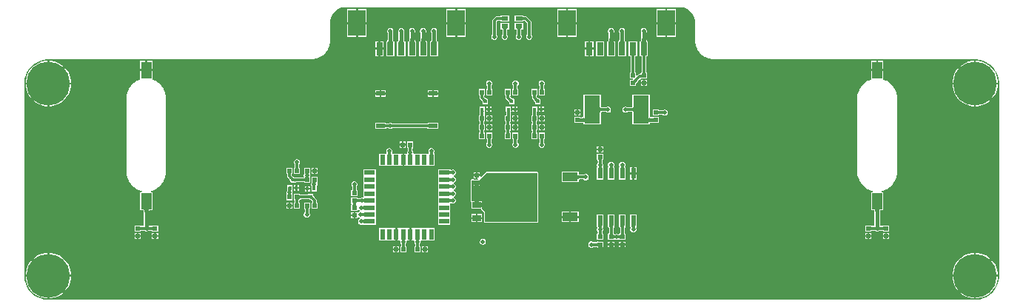
<source format=gtl>
G04*
G04 #@! TF.GenerationSoftware,Altium Limited,Altium Designer,23.3.1 (30)*
G04*
G04 Layer_Physical_Order=1*
G04 Layer_Color=255*
%FSLAX25Y25*%
%MOIN*%
G70*
G04*
G04 #@! TF.SameCoordinates,AEED621E-3CD5-435C-AC93-41C8B311E913*
G04*
G04*
G04 #@! TF.FilePolarity,Positive*
G04*
G01*
G75*
%ADD11C,0.01575*%
%ADD15R,0.01850X0.02047*%
%ADD16R,0.02047X0.01850*%
%ADD17R,0.01575X0.01575*%
%ADD18R,0.03937X0.02756*%
%ADD19R,0.03937X0.01968*%
%ADD20R,0.01968X0.04724*%
%ADD21R,0.04724X0.01968*%
%ADD22R,0.22441X0.21654*%
%ADD23R,0.06890X0.03937*%
%ADD24R,0.02362X0.04724*%
%ADD25R,0.07047X0.12598*%
%ADD26R,0.07874X0.11811*%
%ADD27R,0.02953X0.05906*%
%ADD28R,0.04724X0.07284*%
%ADD29R,0.03150X0.01968*%
%ADD52C,0.01181*%
%ADD53C,0.19685*%
%ADD54C,0.02953*%
%ADD55C,0.01968*%
G36*
X75563Y77737D02*
X76240D01*
X77567Y77473D01*
X78817Y76955D01*
X79943Y76203D01*
X80900Y75246D01*
X81652Y74121D01*
X82170Y72870D01*
X82433Y71543D01*
X82433Y70866D01*
X82433Y62992D01*
X82438Y62968D01*
X82435Y62943D01*
X82473Y62171D01*
X82491Y62099D01*
Y62024D01*
X82792Y60511D01*
X82830Y60419D01*
X82849Y60322D01*
X83440Y58896D01*
X83495Y58814D01*
X83532Y58723D01*
X84390Y57439D01*
X84460Y57370D01*
X84515Y57287D01*
X85606Y56196D01*
X85688Y56141D01*
X85758Y56071D01*
X87042Y55213D01*
X87133Y55176D01*
X87215Y55121D01*
X88641Y54530D01*
X88738Y54511D01*
X88829Y54473D01*
X90343Y54172D01*
X90418D01*
X90490Y54154D01*
X91262Y54116D01*
X91286Y54119D01*
X91311Y54115D01*
X209370D01*
X210774Y53930D01*
X212143Y53563D01*
X213452Y53021D01*
X214679Y52312D01*
X215803Y51450D01*
X216804Y50448D01*
X217667Y49324D01*
X218375Y48097D01*
X218917Y46788D01*
X219284Y45420D01*
X219469Y44015D01*
X219469Y43307D01*
X219469Y-43307D01*
Y-44015D01*
X219284Y-45420D01*
X218917Y-46788D01*
X218375Y-48097D01*
X217667Y-49324D01*
X216804Y-50448D01*
X215803Y-51450D01*
X214679Y-52312D01*
X213452Y-53021D01*
X212143Y-53563D01*
X210774Y-53930D01*
X209370Y-54115D01*
X208661Y-54115D01*
X-208661Y-54115D01*
X-209370D01*
X-210774Y-53930D01*
X-212143Y-53563D01*
X-213452Y-53021D01*
X-214679Y-52312D01*
X-215803Y-51450D01*
X-216804Y-50448D01*
X-217667Y-49324D01*
X-218375Y-48097D01*
X-218917Y-46788D01*
X-219284Y-45420D01*
X-219469Y-44015D01*
X-219469Y-43307D01*
X-219469Y43307D01*
Y44015D01*
X-219284Y45420D01*
X-218917Y46788D01*
X-218375Y48097D01*
X-217667Y49324D01*
X-216804Y50448D01*
X-215803Y51450D01*
X-214679Y52312D01*
X-213452Y53021D01*
X-212143Y53563D01*
X-210774Y53930D01*
X-209370Y54115D01*
X-208661Y54115D01*
X-90551D01*
X-90527Y54119D01*
X-90502Y54116D01*
X-89730Y54154D01*
X-89658Y54172D01*
X-89584D01*
X-88070Y54473D01*
X-87978Y54511D01*
X-87881Y54530D01*
X-86455Y55121D01*
X-86373Y55176D01*
X-86282Y55213D01*
X-84999Y56071D01*
X-84929Y56141D01*
X-84846Y56196D01*
X-83755Y57287D01*
X-83700Y57370D01*
X-83630Y57439D01*
X-82773Y58723D01*
X-82735Y58814D01*
X-82680Y58896D01*
X-82089Y60322D01*
X-82070Y60419D01*
X-82032Y60511D01*
X-81731Y62025D01*
Y62099D01*
X-81713Y62171D01*
X-81675Y62943D01*
X-81679Y62968D01*
X-81674Y62992D01*
X-81674Y71543D01*
X-81410Y72870D01*
X-80892Y74121D01*
X-80140Y75246D01*
X-79183Y76203D01*
X-78058Y76955D01*
X-76807Y77473D01*
X-75480Y77737D01*
X-74803Y77737D01*
X75563Y77737D01*
D02*
G37*
%LPC*%
G36*
X4712Y74036D02*
X4690Y74027D01*
X4644Y74031D01*
X4620Y74016D01*
X4618Y74016D01*
X1181D01*
Y71260D01*
X4618D01*
X4620Y71260D01*
X4644Y71245D01*
X4690Y71249D01*
X4712Y71239D01*
X5118Y71260D01*
Y71487D01*
X5118Y71487D01*
Y71487D01*
X5570Y71608D01*
X5690Y71618D01*
X5835Y71620D01*
X6870Y70584D01*
Y65783D01*
X6857Y65752D01*
X6856Y65648D01*
X6849Y65475D01*
X6836Y65348D01*
X6831Y65314D01*
X6826Y65294D01*
X6822Y65286D01*
X6822Y65281D01*
X6817Y65268D01*
X6817Y65262D01*
X6706Y65151D01*
X6496Y64644D01*
Y64096D01*
X6706Y63590D01*
X7094Y63202D01*
X7600Y62992D01*
X8148D01*
X8655Y63202D01*
X9042Y63590D01*
X9252Y64096D01*
Y64644D01*
X9042Y65151D01*
X8931Y65262D01*
X8931Y65268D01*
X8926Y65281D01*
X8926Y65286D01*
X8922Y65294D01*
X8918Y65314D01*
X8913Y65341D01*
X8892Y65654D01*
X8891Y65752D01*
X8878Y65783D01*
Y71000D01*
X8801Y71384D01*
X8584Y71710D01*
X6946Y73347D01*
X6620Y73565D01*
X6236Y73641D01*
X5937D01*
X5909Y73654D01*
X5570Y73666D01*
X5118Y73789D01*
Y73789D01*
X5118Y73789D01*
X5118Y74016D01*
X4712Y74036D01*
D02*
G37*
G36*
X-4712D02*
X-5118Y74016D01*
Y73789D01*
X-5118Y73789D01*
Y73789D01*
X-5570Y73668D01*
X-5690Y73658D01*
X-5901Y73654D01*
X-5931Y73641D01*
X-6736D01*
X-7120Y73565D01*
X-7446Y73347D01*
X-8584Y72210D01*
X-8801Y71884D01*
X-8878Y71500D01*
Y65783D01*
X-8891Y65752D01*
X-8892Y65648D01*
X-8899Y65475D01*
X-8912Y65348D01*
X-8918Y65314D01*
X-8922Y65294D01*
X-8926Y65286D01*
X-8926Y65281D01*
X-8931Y65268D01*
X-8931Y65262D01*
X-9042Y65151D01*
X-9252Y64644D01*
Y64096D01*
X-9042Y63590D01*
X-8655Y63202D01*
X-8148Y62992D01*
X-7600D01*
X-7094Y63202D01*
X-6706Y63590D01*
X-6496Y64096D01*
Y64644D01*
X-6706Y65151D01*
X-6817Y65262D01*
X-6817Y65268D01*
X-6822Y65281D01*
X-6822Y65286D01*
X-6826Y65294D01*
X-6831Y65314D01*
X-6835Y65341D01*
X-6857Y65654D01*
X-6857Y65752D01*
X-6870Y65783D01*
Y71084D01*
X-6321Y71634D01*
X-5937D01*
X-5909Y71621D01*
X-5570Y71609D01*
X-5118Y71487D01*
Y71487D01*
X-5118Y71487D01*
X-5118Y71260D01*
X-4712Y71239D01*
X-4690Y71249D01*
X-4644Y71245D01*
X-4620Y71260D01*
X-4618Y71260D01*
X-1181D01*
Y74016D01*
X-4618D01*
X-4620Y74016D01*
X-4644Y74031D01*
X-4690Y74027D01*
X-4712Y74036D01*
D02*
G37*
G36*
X-20628Y76772D02*
X-24565D01*
Y70866D01*
X-20628D01*
Y76772D01*
D02*
G37*
G36*
X-65313D02*
X-69250D01*
Y70866D01*
X-65313D01*
Y76772D01*
D02*
G37*
G36*
X29175D02*
X25238D01*
Y70866D01*
X29175D01*
Y76772D01*
D02*
G37*
G36*
X73860D02*
X69923D01*
Y70866D01*
X73860D01*
Y76772D01*
D02*
G37*
G36*
X24450D02*
X20513D01*
Y70866D01*
X24450D01*
Y76772D01*
D02*
G37*
G36*
X69135D02*
X65198D01*
Y70866D01*
X69135D01*
Y76772D01*
D02*
G37*
G36*
X-25353D02*
X-29290D01*
Y70866D01*
X-25353D01*
Y76772D01*
D02*
G37*
G36*
X-70038D02*
X-73975D01*
Y70866D01*
X-70038D01*
Y76772D01*
D02*
G37*
G36*
X73860Y70079D02*
X69923D01*
Y64173D01*
X73860D01*
Y70079D01*
D02*
G37*
G36*
X69135D02*
X65198D01*
Y64173D01*
X69135D01*
Y70079D01*
D02*
G37*
G36*
X29175D02*
X25238D01*
Y64173D01*
X29175D01*
Y70079D01*
D02*
G37*
G36*
X24450D02*
X20513D01*
Y64173D01*
X24450D01*
Y70079D01*
D02*
G37*
G36*
X-20628D02*
X-24565D01*
Y64173D01*
X-20628D01*
Y70079D01*
D02*
G37*
G36*
X-25353D02*
X-29290D01*
Y64173D01*
X-25353D01*
Y70079D01*
D02*
G37*
G36*
X-65313D02*
X-69250D01*
Y64173D01*
X-65313D01*
Y70079D01*
D02*
G37*
G36*
X-70038D02*
X-73975D01*
Y64173D01*
X-70038D01*
Y70079D01*
D02*
G37*
G36*
X5118Y70473D02*
X1181D01*
Y67716D01*
X1912D01*
X1924Y67711D01*
X1985Y67704D01*
X1987Y67703D01*
X1990Y67702D01*
X2004Y67686D01*
X2029Y67645D01*
X2060Y67569D01*
X2089Y67460D01*
X2112Y67317D01*
X2128Y67144D01*
X2133Y66930D01*
X2146Y66901D01*
Y65783D01*
X2133Y65752D01*
X2132Y65648D01*
X2125Y65475D01*
X2112Y65348D01*
X2106Y65314D01*
X2101Y65294D01*
X2097Y65286D01*
X2097Y65281D01*
X2093Y65268D01*
X2093Y65262D01*
X1981Y65151D01*
X1772Y64644D01*
Y64096D01*
X1981Y63590D01*
X2369Y63202D01*
X2875Y62992D01*
X3424D01*
X3930Y63202D01*
X4318Y63590D01*
X4528Y64096D01*
Y64644D01*
X4318Y65151D01*
X4206Y65262D01*
X4207Y65268D01*
X4202Y65281D01*
X4202Y65286D01*
X4198Y65294D01*
X4193Y65314D01*
X4188Y65341D01*
X4167Y65654D01*
X4166Y65752D01*
X4153Y65783D01*
Y66901D01*
X4166Y66930D01*
X4172Y67144D01*
X4187Y67317D01*
X4210Y67460D01*
X4240Y67569D01*
X4270Y67645D01*
X4295Y67686D01*
X4309Y67702D01*
X4312Y67703D01*
X4314Y67704D01*
X4376Y67711D01*
X4387Y67716D01*
X5118D01*
Y70473D01*
D02*
G37*
G36*
X-1181D02*
X-5118D01*
Y67716D01*
X-4387D01*
X-4376Y67711D01*
X-4314Y67704D01*
X-4312Y67703D01*
X-4309Y67702D01*
X-4295Y67686D01*
X-4270Y67645D01*
X-4240Y67569D01*
X-4210Y67460D01*
X-4187Y67317D01*
X-4172Y67144D01*
X-4166Y66930D01*
X-4153Y66901D01*
Y65783D01*
X-4166Y65752D01*
X-4167Y65648D01*
X-4174Y65475D01*
X-4187Y65348D01*
X-4193Y65314D01*
X-4198Y65294D01*
X-4202Y65286D01*
X-4202Y65281D01*
X-4207Y65268D01*
X-4206Y65262D01*
X-4318Y65151D01*
X-4528Y64644D01*
Y64096D01*
X-4318Y63590D01*
X-3930Y63202D01*
X-3424Y62992D01*
X-2875D01*
X-2369Y63202D01*
X-1981Y63590D01*
X-1772Y64096D01*
Y64644D01*
X-1981Y65151D01*
X-2093Y65262D01*
X-2093Y65268D01*
X-2097Y65281D01*
X-2097Y65286D01*
X-2101Y65294D01*
X-2106Y65314D01*
X-2111Y65341D01*
X-2132Y65654D01*
X-2133Y65752D01*
X-2146Y65783D01*
Y66901D01*
X-2133Y66930D01*
X-2128Y67144D01*
X-2112Y67317D01*
X-2089Y67460D01*
X-2060Y67569D01*
X-2029Y67645D01*
X-2004Y67686D01*
X-1990Y67702D01*
X-1987Y67703D01*
X-1985Y67704D01*
X-1924Y67711D01*
X-1912Y67716D01*
X-1181D01*
Y70473D01*
D02*
G37*
G36*
X-57735Y62401D02*
X-59211D01*
Y59449D01*
X-57735D01*
Y62401D01*
D02*
G37*
G36*
X36753D02*
X35277D01*
Y59449D01*
X36753D01*
Y62401D01*
D02*
G37*
G36*
X34490D02*
X33013D01*
Y59449D01*
X34490D01*
Y62401D01*
D02*
G37*
G36*
X-59998D02*
X-61475D01*
Y59449D01*
X-59998D01*
Y62401D01*
D02*
G37*
G36*
X49921Y68307D02*
X49373D01*
X48867Y68097D01*
X48479Y67710D01*
X48269Y67203D01*
Y66655D01*
X48443Y66236D01*
Y63601D01*
X48434Y63580D01*
X48427Y63292D01*
X48409Y63050D01*
X48380Y62846D01*
X48348Y62711D01*
X48004Y62402D01*
X47777D01*
X47757Y61996D01*
X47761Y61985D01*
X47760Y61944D01*
X47777Y61914D01*
Y55709D01*
X51517D01*
Y61901D01*
X51517Y61914D01*
X51535Y61944D01*
X51533Y61985D01*
X51538Y61996D01*
X51517Y62402D01*
X51290Y62402D01*
X50946Y62711D01*
X50915Y62846D01*
X50886Y63050D01*
X50867Y63292D01*
X50861Y63580D01*
X50852Y63601D01*
Y66236D01*
X51025Y66655D01*
Y67203D01*
X50815Y67710D01*
X50428Y68097D01*
X49921Y68307D01*
D02*
G37*
G36*
X45000D02*
X44452D01*
X43945Y68097D01*
X43558Y67710D01*
X43348Y67203D01*
Y66655D01*
X43522Y66236D01*
Y63601D01*
X43512Y63580D01*
X43506Y63292D01*
X43488Y63050D01*
X43458Y62846D01*
X43427Y62711D01*
X43083Y62402D01*
X42856D01*
X42835Y61996D01*
X42840Y61985D01*
X42839Y61944D01*
X42856Y61914D01*
Y55709D01*
X46596D01*
Y61901D01*
X46596Y61914D01*
X46613Y61944D01*
X46612Y61985D01*
X46617Y61996D01*
X46596Y62402D01*
X46369Y62402D01*
X46025Y62711D01*
X45994Y62846D01*
X45964Y63050D01*
X45946Y63292D01*
X45939Y63580D01*
X45930Y63601D01*
Y66236D01*
X46104Y66655D01*
Y67203D01*
X45894Y67710D01*
X45507Y68097D01*
X45000Y68307D01*
D02*
G37*
G36*
X41675Y62401D02*
X37935D01*
Y55709D01*
X41675D01*
Y62401D01*
D02*
G37*
G36*
X36753Y58661D02*
X35277D01*
Y55709D01*
X36753D01*
Y58661D01*
D02*
G37*
G36*
X34490D02*
X33013D01*
Y55709D01*
X34490D01*
Y58661D01*
D02*
G37*
G36*
X-34724Y68307D02*
X-35272D01*
X-35779Y68097D01*
X-36167Y67710D01*
X-36376Y67203D01*
Y66655D01*
X-36203Y66236D01*
Y63601D01*
X-36212Y63580D01*
X-36218Y63292D01*
X-36237Y63050D01*
X-36266Y62846D01*
X-36297Y62711D01*
X-36641Y62402D01*
X-36869D01*
X-36889Y61996D01*
X-36884Y61985D01*
X-36886Y61944D01*
X-36869Y61914D01*
Y55709D01*
X-33128D01*
Y61901D01*
X-33128Y61914D01*
X-33111Y61944D01*
X-33113Y61985D01*
X-33108Y61996D01*
X-33128Y62402D01*
X-33356Y62402D01*
X-33700Y62711D01*
X-33731Y62846D01*
X-33760Y63050D01*
X-33779Y63292D01*
X-33785Y63580D01*
X-33794Y63601D01*
Y66236D01*
X-33621Y66655D01*
Y67203D01*
X-33830Y67710D01*
X-34218Y68097D01*
X-34724Y68307D01*
D02*
G37*
G36*
X-39646D02*
X-40194D01*
X-40700Y68097D01*
X-41088Y67710D01*
X-41298Y67203D01*
Y66655D01*
X-41124Y66236D01*
Y63601D01*
X-41133Y63580D01*
X-41140Y63292D01*
X-41158Y63050D01*
X-41187Y62846D01*
X-41219Y62711D01*
X-41563Y62402D01*
X-41790D01*
X-41810Y61996D01*
X-41805Y61985D01*
X-41807Y61944D01*
X-41790Y61914D01*
Y55709D01*
X-38050D01*
Y61901D01*
X-38050Y61914D01*
X-38032Y61944D01*
X-38034Y61985D01*
X-38029Y61996D01*
X-38050Y62402D01*
X-38277Y62402D01*
X-38621Y62711D01*
X-38652Y62846D01*
X-38681Y63050D01*
X-38700Y63292D01*
X-38706Y63580D01*
X-38715Y63601D01*
Y66236D01*
X-38542Y66655D01*
Y67203D01*
X-38752Y67710D01*
X-39139Y68097D01*
X-39646Y68307D01*
D02*
G37*
G36*
X-44567D02*
X-45115D01*
X-45621Y68097D01*
X-46009Y67710D01*
X-46219Y67203D01*
Y66655D01*
X-46045Y66236D01*
Y63601D01*
X-46054Y63580D01*
X-46061Y63292D01*
X-46079Y63050D01*
X-46108Y62846D01*
X-46140Y62711D01*
X-46484Y62402D01*
X-46711D01*
X-46731Y61996D01*
X-46727Y61985D01*
X-46728Y61944D01*
X-46711Y61914D01*
Y55709D01*
X-42971D01*
Y61901D01*
X-42971Y61914D01*
X-42954Y61944D01*
X-42955Y61985D01*
X-42950Y61996D01*
X-42971Y62402D01*
X-43198Y62402D01*
X-43542Y62711D01*
X-43573Y62846D01*
X-43603Y63050D01*
X-43621Y63292D01*
X-43628Y63580D01*
X-43637Y63601D01*
Y66236D01*
X-43463Y66655D01*
Y67203D01*
X-43673Y67710D01*
X-44060Y68097D01*
X-44567Y68307D01*
D02*
G37*
G36*
X-49488D02*
X-50036D01*
X-50543Y68097D01*
X-50930Y67710D01*
X-51140Y67203D01*
Y66655D01*
X-50966Y66236D01*
Y63601D01*
X-50976Y63580D01*
X-50982Y63292D01*
X-51000Y63050D01*
X-51030Y62846D01*
X-51061Y62711D01*
X-51405Y62402D01*
X-51632D01*
X-51653Y61996D01*
X-51648Y61985D01*
X-51650Y61944D01*
X-51632Y61914D01*
Y55709D01*
X-47892D01*
Y61901D01*
X-47892Y61914D01*
X-47875Y61944D01*
X-47876Y61985D01*
X-47872Y61996D01*
X-47892Y62402D01*
X-48119Y62402D01*
X-48463Y62711D01*
X-48495Y62846D01*
X-48524Y63050D01*
X-48542Y63292D01*
X-48549Y63580D01*
X-48558Y63601D01*
Y66236D01*
X-48384Y66655D01*
Y67203D01*
X-48594Y67710D01*
X-48982Y68097D01*
X-49488Y68307D01*
D02*
G37*
G36*
X-54409D02*
X-54958D01*
X-55464Y68097D01*
X-55852Y67710D01*
X-56061Y67203D01*
Y66655D01*
X-55888Y66236D01*
Y63601D01*
X-55897Y63580D01*
X-55903Y63292D01*
X-55922Y63050D01*
X-55951Y62846D01*
X-55982Y62711D01*
X-56326Y62402D01*
X-56554D01*
X-56574Y61996D01*
X-56569Y61985D01*
X-56571Y61944D01*
X-56554Y61914D01*
Y55709D01*
X-52813D01*
Y61901D01*
X-52813Y61914D01*
X-52796Y61944D01*
X-52798Y61985D01*
X-52793Y61996D01*
X-52813Y62402D01*
X-53040Y62402D01*
X-53385Y62711D01*
X-53416Y62846D01*
X-53445Y63050D01*
X-53464Y63292D01*
X-53470Y63580D01*
X-53479Y63601D01*
Y66236D01*
X-53306Y66655D01*
Y67203D01*
X-53515Y67710D01*
X-53903Y68097D01*
X-54409Y68307D01*
D02*
G37*
G36*
X-57735Y58661D02*
X-59211D01*
Y55709D01*
X-57735D01*
Y58661D01*
D02*
G37*
G36*
X-59998D02*
X-61475D01*
Y55709D01*
X-59998D01*
Y58661D01*
D02*
G37*
G36*
X167323Y53445D02*
X164961D01*
Y49803D01*
X167323D01*
Y53445D01*
D02*
G37*
G36*
X164173D02*
X161811D01*
Y49803D01*
X164173D01*
Y53445D01*
D02*
G37*
G36*
X-161811D02*
X-164173D01*
Y49803D01*
X-161811D01*
Y53445D01*
D02*
G37*
G36*
X-164961D02*
X-167323D01*
Y49803D01*
X-164961D01*
Y53445D01*
D02*
G37*
G36*
X59764Y68307D02*
X59216D01*
X58709Y68097D01*
X58322Y67710D01*
X58112Y67203D01*
Y66655D01*
X58285Y66236D01*
Y63601D01*
X58276Y63580D01*
X58270Y63292D01*
X58251Y63050D01*
X58222Y62846D01*
X58191Y62711D01*
X57847Y62402D01*
X57620D01*
X57599Y61996D01*
X57604Y61985D01*
X57602Y61944D01*
X57620Y61914D01*
Y55709D01*
X58253D01*
X58264Y55703D01*
X58325Y55696D01*
X58328Y55695D01*
X58330Y55694D01*
X58344Y55678D01*
X58369Y55637D01*
X58400Y55562D01*
X58429Y55452D01*
X58452Y55309D01*
X58468Y55136D01*
X58473Y54922D01*
X58486Y54893D01*
Y49101D01*
X58473Y49071D01*
X58469Y48856D01*
X58461Y48735D01*
X58300Y48287D01*
X58072D01*
X58052Y47882D01*
X57761Y47683D01*
X57619Y47618D01*
X57334Y47561D01*
X57008Y47344D01*
X56448Y46783D01*
X55986Y46974D01*
Y47787D01*
X55986Y47793D01*
X56002Y47820D01*
X56000Y47867D01*
X56006Y47882D01*
X55986Y48287D01*
X55759D01*
X55759Y48287D01*
X55759D01*
X55600Y48736D01*
X55589Y48861D01*
X55585Y49071D01*
X55572Y49101D01*
Y54893D01*
X55585Y54922D01*
X55591Y55136D01*
X55606Y55309D01*
X55629Y55452D01*
X55659Y55562D01*
X55689Y55637D01*
X55714Y55678D01*
X55728Y55694D01*
X55731Y55695D01*
X55733Y55696D01*
X55795Y55703D01*
X55806Y55709D01*
X56439D01*
Y62401D01*
X52698D01*
Y55709D01*
X53331D01*
X53342Y55703D01*
X53404Y55696D01*
X53406Y55695D01*
X53409Y55694D01*
X53423Y55678D01*
X53448Y55637D01*
X53478Y55562D01*
X53508Y55452D01*
X53531Y55309D01*
X53546Y55136D01*
X53552Y54922D01*
X53565Y54893D01*
Y49101D01*
X53552Y49071D01*
X53548Y48856D01*
X53540Y48735D01*
X53378Y48287D01*
X53378D01*
X53378Y48287D01*
X53151Y48287D01*
X53131Y47882D01*
X53137Y47867D01*
X53135Y47820D01*
X53151Y47793D01*
Y45650D01*
X54452D01*
X54650Y45186D01*
X54358Y44902D01*
X53930D01*
X53910Y44910D01*
X53889Y44902D01*
X53855D01*
X53842Y44905D01*
X53837Y44902D01*
X53151D01*
Y42264D01*
X55986D01*
Y42753D01*
X55989Y42758D01*
X55986Y42771D01*
Y42805D01*
X55994Y42825D01*
X55986Y42846D01*
Y43310D01*
X56035Y43395D01*
X56148Y43556D01*
X56496Y43966D01*
X56722Y44200D01*
X56734Y44230D01*
X57691Y45187D01*
X58062Y44870D01*
X58072Y44855D01*
X58072Y44418D01*
Y43976D01*
X59096D01*
Y44902D01*
X58571D01*
X58165Y44902D01*
X57867Y45300D01*
X58143Y45620D01*
X58359Y45621D01*
X58366Y45624D01*
X58372Y45622D01*
X58464Y45625D01*
X58473Y45630D01*
X58474Y45629D01*
X58476Y45630D01*
X58486Y45627D01*
X58508Y45629D01*
X58512Y45630D01*
X59155D01*
X59252Y45650D01*
X60907D01*
Y47787D01*
X60907Y47793D01*
X60923Y47820D01*
X60921Y47867D01*
X60927Y47882D01*
X60907Y48287D01*
X60680D01*
X60680Y48287D01*
X60680D01*
X60522Y48736D01*
X60510Y48861D01*
X60506Y49071D01*
X60493Y49101D01*
Y54893D01*
X60506Y54922D01*
X60512Y55136D01*
X60527Y55309D01*
X60550Y55452D01*
X60580Y55562D01*
X60610Y55637D01*
X60636Y55678D01*
X60649Y55694D01*
X60652Y55695D01*
X60654Y55696D01*
X60716Y55703D01*
X60727Y55709D01*
X61360D01*
Y61901D01*
X61360Y61914D01*
X61377Y61944D01*
X61376Y61985D01*
X61380Y61996D01*
X61360Y62402D01*
X61133Y62402D01*
X60789Y62711D01*
X60757Y62846D01*
X60728Y63050D01*
X60710Y63292D01*
X60703Y63580D01*
X60694Y63601D01*
Y66236D01*
X60868Y66655D01*
Y67203D01*
X60658Y67710D01*
X60270Y68097D01*
X59764Y68307D01*
D02*
G37*
G36*
X59883Y44902D02*
Y43976D01*
X60907D01*
Y44902D01*
X59883D01*
D02*
G37*
G36*
X209670Y53543D02*
X209055D01*
Y43701D01*
X218898D01*
Y44315D01*
X218504Y46293D01*
X217733Y48156D01*
X216612Y49832D01*
X215187Y51258D01*
X213510Y52378D01*
X211647Y53150D01*
X209670Y53543D01*
D02*
G37*
G36*
X208268D02*
X207653D01*
X205676Y53150D01*
X203813Y52378D01*
X202136Y51258D01*
X200710Y49832D01*
X199590Y48156D01*
X198819Y46293D01*
X198425Y44315D01*
Y43701D01*
X208268D01*
Y53543D01*
D02*
G37*
G36*
X-207653D02*
X-208268D01*
Y43701D01*
X-198425D01*
Y44315D01*
X-198819Y46293D01*
X-199590Y48156D01*
X-200710Y49832D01*
X-202136Y51258D01*
X-203813Y52378D01*
X-205676Y53150D01*
X-207653Y53543D01*
D02*
G37*
G36*
X-209055D02*
X-209670D01*
X-211647Y53150D01*
X-213510Y52378D01*
X-215187Y51258D01*
X-216612Y49832D01*
X-217733Y48156D01*
X-218504Y46293D01*
X-218898Y44315D01*
Y43701D01*
X-209055D01*
Y53543D01*
D02*
G37*
G36*
X60907Y43189D02*
X59883D01*
Y42264D01*
X60907D01*
Y43189D01*
D02*
G37*
G36*
X59096D02*
X58072D01*
Y42264D01*
X59096D01*
Y43189D01*
D02*
G37*
G36*
X13778Y44685D02*
X13230D01*
X12723Y44475D01*
X12336Y44088D01*
X12126Y43581D01*
Y43033D01*
X12336Y42527D01*
X12447Y42415D01*
X12447Y42409D01*
X12451Y42396D01*
X12452Y42391D01*
X12456Y42383D01*
X12460Y42364D01*
X12465Y42336D01*
X12486Y42024D01*
X12487Y41925D01*
X12500Y41894D01*
Y41605D01*
X12487Y41576D01*
X12477Y41245D01*
X12412Y40787D01*
X12412D01*
Y40787D01*
X12185D01*
X12165Y40382D01*
X12180Y40345D01*
X12172Y40301D01*
X12185Y40282D01*
Y37953D01*
X14823D01*
Y40282D01*
X14836Y40301D01*
X14828Y40345D01*
X14843Y40382D01*
X14823Y40787D01*
X14596D01*
Y40787D01*
X14596D01*
X14531Y41245D01*
X14524Y41356D01*
X14521Y41569D01*
X14507Y41599D01*
Y41894D01*
X14521Y41925D01*
X14522Y42030D01*
X14529Y42202D01*
X14541Y42329D01*
X14547Y42364D01*
X14552Y42383D01*
X14556Y42391D01*
X14556Y42396D01*
X14561Y42409D01*
X14560Y42415D01*
X14672Y42527D01*
X14882Y43033D01*
Y43581D01*
X14672Y44088D01*
X14285Y44475D01*
X13778Y44685D01*
D02*
G37*
G36*
X1967D02*
X1419D01*
X912Y44475D01*
X525Y44088D01*
X315Y43581D01*
Y43033D01*
X525Y42527D01*
X636Y42415D01*
X636Y42409D01*
X641Y42396D01*
X641Y42391D01*
X645Y42383D01*
X649Y42364D01*
X654Y42336D01*
X675Y42024D01*
X676Y41925D01*
X689Y41894D01*
Y41605D01*
X676Y41576D01*
X666Y41245D01*
X601Y40787D01*
X601D01*
Y40787D01*
X374D01*
X353Y40382D01*
X369Y40345D01*
X361Y40301D01*
X374Y40282D01*
Y37953D01*
X3012D01*
Y40282D01*
X3025Y40301D01*
X3017Y40345D01*
X3032Y40382D01*
X3012Y40787D01*
X2785D01*
Y40787D01*
X2785D01*
X2720Y41245D01*
X2713Y41356D01*
X2710Y41569D01*
X2696Y41599D01*
Y41894D01*
X2710Y41925D01*
X2710Y42030D01*
X2718Y42202D01*
X2730Y42329D01*
X2736Y42364D01*
X2741Y42383D01*
X2745Y42391D01*
X2745Y42396D01*
X2750Y42409D01*
X2750Y42415D01*
X2861Y42527D01*
X3071Y43033D01*
Y43581D01*
X2861Y44088D01*
X2473Y44475D01*
X1967Y44685D01*
D02*
G37*
G36*
X-9844D02*
X-10392D01*
X-10899Y44475D01*
X-11286Y44088D01*
X-11496Y43581D01*
Y43033D01*
X-11286Y42527D01*
X-11175Y42415D01*
X-11175Y42409D01*
X-11170Y42396D01*
X-11170Y42391D01*
X-11166Y42383D01*
X-11162Y42364D01*
X-11157Y42336D01*
X-11136Y42024D01*
X-11135Y41925D01*
X-11122Y41894D01*
Y41605D01*
X-11135Y41576D01*
X-11145Y41245D01*
X-11210Y40787D01*
X-11210D01*
Y40787D01*
X-11437D01*
X-11457Y40382D01*
X-11442Y40345D01*
X-11450Y40301D01*
X-11437Y40282D01*
Y37953D01*
X-8799D01*
Y40282D01*
X-8786Y40301D01*
X-8794Y40345D01*
X-8779Y40382D01*
X-8799Y40787D01*
X-9026D01*
Y40787D01*
X-9026D01*
X-9091Y41245D01*
X-9098Y41356D01*
X-9102Y41569D01*
X-9115Y41599D01*
Y41894D01*
X-9101Y41925D01*
X-9100Y42030D01*
X-9093Y42202D01*
X-9081Y42329D01*
X-9075Y42364D01*
X-9070Y42383D01*
X-9066Y42391D01*
X-9066Y42396D01*
X-9061Y42409D01*
X-9061Y42415D01*
X-8950Y42527D01*
X-8740Y43033D01*
Y43581D01*
X-8950Y44088D01*
X-9338Y44475D01*
X-9844Y44685D01*
D02*
G37*
G36*
X-56693Y40157D02*
X-58661D01*
Y39173D01*
X-56693D01*
Y40157D01*
D02*
G37*
G36*
X-33071D02*
X-35039D01*
Y39173D01*
X-33071D01*
Y40157D01*
D02*
G37*
G36*
X-59449D02*
X-61417D01*
Y39173D01*
X-59449D01*
Y40157D01*
D02*
G37*
G36*
X-35827D02*
X-37795D01*
Y39173D01*
X-35827D01*
Y40157D01*
D02*
G37*
G36*
X11437Y40787D02*
X8799D01*
Y38458D01*
X8786Y38439D01*
X8794Y38395D01*
X8779Y38359D01*
X8799Y37953D01*
X9026D01*
Y37953D01*
X9026D01*
X9091Y37495D01*
X9098Y37384D01*
X9102Y37171D01*
X9115Y37141D01*
Y36929D01*
X9191Y36545D01*
X9409Y36219D01*
X9881Y35747D01*
X9893Y35717D01*
X10044Y35559D01*
X10172Y35412D01*
X10282Y35270D01*
X10375Y35134D01*
X10451Y35005D01*
X10511Y34882D01*
X10556Y34766D01*
X10586Y34658D01*
X10603Y34557D01*
X10610Y34436D01*
X10630Y34395D01*
X10630Y34055D01*
X11036Y34035D01*
X11040Y34036D01*
X11060Y34035D01*
X11101Y34055D01*
X11130Y34055D01*
X12992D01*
Y35917D01*
X12992Y35946D01*
X13012Y35987D01*
X13011Y36008D01*
X13013Y36012D01*
X12992Y36417D01*
X12652Y36417D01*
X12611Y36437D01*
X12490Y36444D01*
X12389Y36461D01*
X12281Y36492D01*
X12165Y36536D01*
X12043Y36596D01*
X11913Y36672D01*
X11782Y36762D01*
X11485Y37007D01*
X11330Y37155D01*
X11300Y37166D01*
X11140Y37327D01*
X11145Y37495D01*
X11210Y37953D01*
X11210D01*
Y37953D01*
X11437D01*
X11457Y38359D01*
X11442Y38395D01*
X11450Y38439D01*
X11437Y38458D01*
Y40787D01*
D02*
G37*
G36*
X-374D02*
X-3012D01*
Y38458D01*
X-3025Y38439D01*
X-3017Y38395D01*
X-3032Y38359D01*
X-3012Y37953D01*
X-2785D01*
Y37953D01*
X-2785D01*
X-2720Y37495D01*
X-2713Y37384D01*
X-2710Y37171D01*
X-2696Y37141D01*
Y36929D01*
X-2620Y36545D01*
X-2403Y36219D01*
X-1930Y35747D01*
X-1918Y35717D01*
X-1767Y35559D01*
X-1639Y35412D01*
X-1529Y35270D01*
X-1436Y35134D01*
X-1360Y35005D01*
X-1300Y34882D01*
X-1255Y34766D01*
X-1225Y34658D01*
X-1208Y34557D01*
X-1201Y34436D01*
X-1181Y34395D01*
X-1181Y34055D01*
X-775Y34035D01*
X-771Y34036D01*
X-751Y34035D01*
X-710Y34055D01*
X-681Y34055D01*
X1181D01*
Y35917D01*
X1181Y35946D01*
X1201Y35987D01*
X1200Y36008D01*
X1202Y36012D01*
X1181Y36417D01*
X841Y36417D01*
X800Y36437D01*
X679Y36444D01*
X578Y36461D01*
X470Y36492D01*
X354Y36536D01*
X232Y36596D01*
X102Y36672D01*
X-29Y36762D01*
X-326Y37007D01*
X-481Y37155D01*
X-511Y37166D01*
X-672Y37327D01*
X-666Y37495D01*
X-601Y37953D01*
X-601D01*
Y37953D01*
X-374D01*
X-353Y38359D01*
X-369Y38395D01*
X-361Y38439D01*
X-374Y38458D01*
Y40787D01*
D02*
G37*
G36*
X-12185D02*
X-14823D01*
Y38458D01*
X-14836Y38439D01*
X-14828Y38395D01*
X-14843Y38359D01*
X-14823Y37953D01*
X-14596D01*
Y37953D01*
X-14596D01*
X-14531Y37495D01*
X-14524Y37384D01*
X-14521Y37171D01*
X-14507Y37141D01*
Y36929D01*
X-14431Y36545D01*
X-14213Y36219D01*
X-13741Y35747D01*
X-13729Y35717D01*
X-13578Y35559D01*
X-13450Y35412D01*
X-13340Y35270D01*
X-13247Y35134D01*
X-13171Y35005D01*
X-13111Y34882D01*
X-13066Y34766D01*
X-13036Y34658D01*
X-13019Y34557D01*
X-13012Y34436D01*
X-12992Y34395D01*
X-12992Y34055D01*
X-12586Y34035D01*
X-12583Y34036D01*
X-12562Y34035D01*
X-12521Y34055D01*
X-12492Y34055D01*
X-10630D01*
Y35917D01*
X-10630Y35946D01*
X-10610Y35987D01*
X-10611Y36008D01*
X-10609Y36012D01*
X-10630Y36417D01*
X-10970Y36417D01*
X-11011Y36437D01*
X-11132Y36444D01*
X-11233Y36461D01*
X-11341Y36492D01*
X-11457Y36536D01*
X-11579Y36596D01*
X-11709Y36672D01*
X-11840Y36762D01*
X-12137Y37007D01*
X-12292Y37155D01*
X-12322Y37166D01*
X-12483Y37327D01*
X-12477Y37495D01*
X-12412Y37953D01*
X-12412D01*
Y37953D01*
X-12185D01*
X-12165Y38359D01*
X-12180Y38395D01*
X-12172Y38439D01*
X-12185Y38458D01*
Y40787D01*
D02*
G37*
G36*
X-33071Y38386D02*
X-35039D01*
Y37402D01*
X-33071D01*
Y38386D01*
D02*
G37*
G36*
X-35827D02*
X-37795D01*
Y37402D01*
X-35827D01*
Y38386D01*
D02*
G37*
G36*
X-56693D02*
X-58661D01*
Y37402D01*
X-56693D01*
Y38386D01*
D02*
G37*
G36*
X-59449D02*
X-61417D01*
Y37402D01*
X-59449D01*
Y38386D01*
D02*
G37*
G36*
X218898Y42913D02*
X209055D01*
Y33071D01*
X209670D01*
X211647Y33464D01*
X213510Y34236D01*
X215187Y35356D01*
X216612Y36782D01*
X217733Y38458D01*
X218504Y40321D01*
X218898Y42299D01*
Y42913D01*
D02*
G37*
G36*
X208268D02*
X198425D01*
Y42299D01*
X198819Y40321D01*
X199590Y38458D01*
X200710Y36782D01*
X202136Y35356D01*
X203813Y34236D01*
X205676Y33464D01*
X207653Y33071D01*
X208268D01*
Y42913D01*
D02*
G37*
G36*
X-198425D02*
X-208268D01*
Y33071D01*
X-207653D01*
X-205676Y33464D01*
X-203813Y34236D01*
X-202136Y35356D01*
X-200710Y36782D01*
X-199590Y38458D01*
X-198819Y40321D01*
X-198425Y42299D01*
Y42913D01*
D02*
G37*
G36*
X-209055D02*
X-218898D01*
Y42299D01*
X-218504Y40321D01*
X-217733Y38458D01*
X-216612Y36782D01*
X-215187Y35356D01*
X-213510Y34236D01*
X-211647Y33464D01*
X-209670Y33071D01*
X-209055D01*
Y42913D01*
D02*
G37*
G36*
X62185Y38189D02*
X54350D01*
Y32733D01*
X54344Y32722D01*
X54338Y32660D01*
X54337Y32658D01*
X54335Y32656D01*
X54320Y32642D01*
X54278Y32616D01*
X54203Y32586D01*
X54094Y32557D01*
X53951Y32533D01*
X53778Y32518D01*
X53564Y32513D01*
X53535Y32500D01*
X52594D01*
X52563Y32513D01*
X52459Y32514D01*
X52286Y32521D01*
X52159Y32534D01*
X52125Y32540D01*
X52105Y32544D01*
X52097Y32548D01*
X52092Y32548D01*
X52079Y32553D01*
X52073Y32553D01*
X51962Y32664D01*
X51455Y32874D01*
X50907D01*
X50401Y32664D01*
X50013Y32277D01*
X49803Y31770D01*
Y31222D01*
X50013Y30716D01*
X50401Y30328D01*
X50907Y30118D01*
X51455D01*
X51962Y30328D01*
X52073Y30439D01*
X52079Y30439D01*
X52092Y30444D01*
X52097Y30444D01*
X52105Y30448D01*
X52125Y30453D01*
X52152Y30457D01*
X52465Y30479D01*
X52563Y30479D01*
X52594Y30492D01*
X53535D01*
X53564Y30479D01*
X53778Y30474D01*
X53951Y30459D01*
X54094Y30435D01*
X54203Y30406D01*
X54278Y30376D01*
X54320Y30350D01*
X54335Y30336D01*
X54337Y30334D01*
X54338Y30332D01*
X54344Y30270D01*
X54350Y30259D01*
Y24803D01*
X62185D01*
Y25220D01*
X62191Y25231D01*
X62202Y25330D01*
X62214Y25366D01*
X62236Y25398D01*
X62279Y25437D01*
X62356Y25484D01*
X62474Y25532D01*
X62635Y25575D01*
X62836Y25608D01*
X63035Y25626D01*
X63359Y25617D01*
X63543Y25602D01*
Y25532D01*
X63949Y25511D01*
X63998Y25532D01*
X66378D01*
Y28169D01*
X64043D01*
X63998Y28169D01*
X63949Y28190D01*
X63543Y28169D01*
Y28123D01*
X62938Y28083D01*
X62836Y28092D01*
X62635Y28126D01*
X62474Y28169D01*
X62356Y28217D01*
X62279Y28264D01*
X62236Y28303D01*
X62214Y28335D01*
X62202Y28371D01*
X62191Y28470D01*
X62185Y28481D01*
Y38189D01*
D02*
G37*
G36*
X2657Y32874D02*
X1870D01*
Y32087D01*
X2657D01*
Y32874D01*
D02*
G37*
G36*
X-9154D02*
X-9941D01*
Y32087D01*
X-9154D01*
Y32874D01*
D02*
G37*
G36*
X14469D02*
X13681D01*
Y32087D01*
X14469D01*
Y32874D01*
D02*
G37*
G36*
X-10728D02*
X-11516D01*
Y32087D01*
X-10728D01*
Y32874D01*
D02*
G37*
G36*
X12894D02*
X12106D01*
Y32087D01*
X12894D01*
Y32874D01*
D02*
G37*
G36*
X1083D02*
X295D01*
Y32087D01*
X1083D01*
Y32874D01*
D02*
G37*
G36*
X69172Y31614D02*
X68624D01*
X68117Y31404D01*
X68006Y31293D01*
X68000Y31293D01*
X67986Y31289D01*
X67981Y31288D01*
X67974Y31284D01*
X67954Y31280D01*
X67927Y31275D01*
X67614Y31254D01*
X67516Y31253D01*
X67485Y31240D01*
X67195D01*
X67166Y31253D01*
X66836Y31263D01*
X66378Y31328D01*
Y31328D01*
X66378D01*
Y31555D01*
X65972Y31576D01*
X65936Y31560D01*
X65892Y31568D01*
X65872Y31555D01*
X63543D01*
Y28917D01*
X65872D01*
X65892Y28905D01*
X65936Y28912D01*
X65972Y28897D01*
X66378Y28917D01*
Y29144D01*
X66378D01*
Y29144D01*
X66836Y29209D01*
X66947Y29217D01*
X67159Y29220D01*
X67190Y29233D01*
X67485D01*
X67516Y29219D01*
X67620Y29219D01*
X67793Y29212D01*
X67920Y29199D01*
X67954Y29193D01*
X67974Y29188D01*
X67981Y29184D01*
X67986Y29184D01*
X68000Y29179D01*
X68006Y29180D01*
X68117Y29068D01*
X68624Y28858D01*
X69172D01*
X69678Y29068D01*
X70066Y29456D01*
X70276Y29962D01*
Y30510D01*
X70066Y31017D01*
X69678Y31404D01*
X69172Y31614D01*
D02*
G37*
G36*
X30945Y31555D02*
X29921D01*
Y30630D01*
X30945D01*
Y31555D01*
D02*
G37*
G36*
X29134D02*
X28110D01*
Y30630D01*
X29134D01*
Y31555D01*
D02*
G37*
G36*
X14469Y31299D02*
X13681D01*
Y30512D01*
X14469D01*
Y31299D01*
D02*
G37*
G36*
X12894D02*
X12106D01*
Y30512D01*
X12894D01*
Y31299D01*
D02*
G37*
G36*
X2657D02*
X1870D01*
Y30512D01*
X2657D01*
Y31299D01*
D02*
G37*
G36*
X1083D02*
X295D01*
Y30512D01*
X1083D01*
Y31299D01*
D02*
G37*
G36*
X-9154D02*
X-9941D01*
Y30512D01*
X-9154D01*
Y31299D01*
D02*
G37*
G36*
X-10728D02*
X-11516D01*
Y30512D01*
X-10728D01*
Y31299D01*
D02*
G37*
G36*
X40138Y38189D02*
X32303D01*
Y28481D01*
X32297Y28470D01*
X32287Y28371D01*
X32274Y28335D01*
X32252Y28303D01*
X32210Y28264D01*
X32132Y28217D01*
X32014Y28169D01*
X31853Y28126D01*
X31652Y28092D01*
X31453Y28075D01*
X31129Y28084D01*
X30945Y28098D01*
Y28169D01*
X30539Y28190D01*
X30490Y28169D01*
X28110D01*
Y25532D01*
X30445D01*
X30490Y25532D01*
X30539Y25511D01*
X30945Y25532D01*
Y25578D01*
X31550Y25617D01*
X31652Y25608D01*
X31853Y25575D01*
X32014Y25532D01*
X32132Y25484D01*
X32210Y25437D01*
X32252Y25398D01*
X32274Y25366D01*
X32287Y25330D01*
X32297Y25231D01*
X32303Y25220D01*
Y24803D01*
X40138D01*
Y30259D01*
X40144Y30270D01*
X40150Y30332D01*
X40151Y30334D01*
X40153Y30336D01*
X40168Y30350D01*
X40210Y30376D01*
X40285Y30406D01*
X40394Y30435D01*
X40537Y30459D01*
X40710Y30474D01*
X40924Y30479D01*
X40953Y30492D01*
X41894D01*
X41925Y30479D01*
X42030Y30479D01*
X42202Y30471D01*
X42329Y30458D01*
X42364Y30453D01*
X42383Y30448D01*
X42391Y30444D01*
X42396Y30444D01*
X42409Y30439D01*
X42415Y30439D01*
X42527Y30328D01*
X43033Y30118D01*
X43581D01*
X44088Y30328D01*
X44475Y30716D01*
X44685Y31222D01*
Y31770D01*
X44475Y32277D01*
X44088Y32664D01*
X43581Y32874D01*
X43033D01*
X42527Y32664D01*
X42415Y32553D01*
X42409Y32553D01*
X42396Y32548D01*
X42391Y32548D01*
X42383Y32544D01*
X42364Y32540D01*
X42336Y32535D01*
X42024Y32514D01*
X41925Y32513D01*
X41894Y32500D01*
X40953D01*
X40924Y32513D01*
X40710Y32518D01*
X40537Y32533D01*
X40395Y32557D01*
X40285Y32586D01*
X40210Y32616D01*
X40168Y32642D01*
X40153Y32656D01*
X40151Y32658D01*
X40150Y32660D01*
X40144Y32722D01*
X40138Y32733D01*
Y38189D01*
D02*
G37*
G36*
X30945Y29842D02*
X29921D01*
Y28917D01*
X30945D01*
Y29842D01*
D02*
G37*
G36*
X29134D02*
X28110D01*
Y28917D01*
X29134D01*
Y29842D01*
D02*
G37*
G36*
X3012Y28976D02*
X2087D01*
Y27953D01*
X3012D01*
Y28976D01*
D02*
G37*
G36*
X14823D02*
X13898D01*
Y27953D01*
X14823D01*
Y28976D01*
D02*
G37*
G36*
X-8799D02*
X-9724D01*
Y27953D01*
X-8799D01*
Y28976D01*
D02*
G37*
G36*
X13110D02*
X12185D01*
Y27953D01*
X13110D01*
Y28976D01*
D02*
G37*
G36*
X-10512D02*
X-11437D01*
Y27953D01*
X-10512D01*
Y28976D01*
D02*
G37*
G36*
X1299D02*
X374D01*
Y27953D01*
X1299D01*
Y28976D01*
D02*
G37*
G36*
X14823Y27165D02*
X13898D01*
Y26142D01*
X14823D01*
Y27165D01*
D02*
G37*
G36*
X13110D02*
X12185D01*
Y26142D01*
X13110D01*
Y27165D01*
D02*
G37*
G36*
X3012D02*
X2087D01*
Y26142D01*
X3012D01*
Y27165D01*
D02*
G37*
G36*
X1299D02*
X374D01*
Y26142D01*
X1299D01*
Y27165D01*
D02*
G37*
G36*
X-8799D02*
X-9724D01*
Y26142D01*
X-8799D01*
Y27165D01*
D02*
G37*
G36*
X-10512D02*
X-11437D01*
Y26142D01*
X-10512D01*
Y27165D01*
D02*
G37*
G36*
X11516Y32874D02*
X9154D01*
Y31012D01*
X9154Y30967D01*
X9133Y30918D01*
X9154Y30512D01*
X9278D01*
X9316Y29945D01*
X9318Y29751D01*
X9313Y29550D01*
X9299Y29376D01*
X9299Y29376D01*
X9026Y28976D01*
X8799D01*
X8779Y28571D01*
X8783Y28560D01*
X8782Y28522D01*
X8799Y28490D01*
Y26647D01*
X8786Y26628D01*
X8794Y26584D01*
X8779Y26547D01*
X8799Y26142D01*
X9026D01*
Y26142D01*
X9026D01*
X9091Y25684D01*
X9095Y25619D01*
X9092Y25497D01*
X9026Y25039D01*
X9026D01*
Y25039D01*
X8799D01*
X8779Y24634D01*
X8794Y24597D01*
X8787Y24553D01*
X8799Y24534D01*
Y22710D01*
X8786Y22691D01*
X8794Y22647D01*
X8779Y22610D01*
X8799Y22205D01*
X9026D01*
Y22205D01*
X9026D01*
X9091Y21747D01*
X9095Y21682D01*
X9092Y21560D01*
X9026Y21102D01*
X9026D01*
Y21102D01*
X8799D01*
X8779Y20697D01*
X8794Y20660D01*
X8787Y20616D01*
X8799Y20597D01*
Y18268D01*
X11437D01*
Y20597D01*
X11450Y20616D01*
X11442Y20660D01*
X11457Y20697D01*
X11437Y21102D01*
X11210D01*
Y21102D01*
X11210D01*
X11145Y21560D01*
X11141Y21625D01*
X11145Y21747D01*
X11210Y22205D01*
X11210D01*
Y22205D01*
X11437D01*
X11457Y22610D01*
X11442Y22647D01*
X11450Y22691D01*
X11437Y22710D01*
Y24534D01*
X11450Y24553D01*
X11442Y24597D01*
X11457Y24634D01*
X11437Y25039D01*
X11210D01*
Y25039D01*
X11210D01*
X11145Y25497D01*
X11141Y25562D01*
X11145Y25684D01*
X11210Y26142D01*
X11210D01*
Y26142D01*
X11437D01*
X11457Y26547D01*
X11442Y26584D01*
X11450Y26628D01*
X11437Y26647D01*
Y28476D01*
X11437Y28521D01*
X11457Y28571D01*
X11437Y28976D01*
X11386D01*
X11352Y29541D01*
X11351Y29737D01*
X11359Y30144D01*
X11379Y30451D01*
X11387Y30512D01*
X11516Y30512D01*
X11536Y30918D01*
X11516Y30967D01*
X11516Y31012D01*
Y32874D01*
D02*
G37*
G36*
X-295D02*
X-2657D01*
Y31012D01*
X-2657Y30967D01*
X-2678Y30918D01*
X-2657Y30512D01*
X-2533D01*
X-2495Y29945D01*
X-2493Y29751D01*
X-2498Y29550D01*
X-2512Y29376D01*
X-2512Y29376D01*
X-2785Y28976D01*
X-3012D01*
X-3032Y28571D01*
X-3028Y28560D01*
X-3029Y28522D01*
X-3012Y28490D01*
Y26647D01*
X-3025Y26628D01*
X-3017Y26584D01*
X-3032Y26547D01*
X-3012Y26142D01*
X-2785D01*
Y26142D01*
X-2785D01*
X-2720Y25684D01*
X-2716Y25619D01*
X-2719Y25497D01*
X-2785Y25039D01*
X-2785D01*
Y25039D01*
X-3012D01*
X-3032Y24634D01*
X-3017Y24597D01*
X-3025Y24553D01*
X-3012Y24534D01*
Y22710D01*
X-3025Y22691D01*
X-3017Y22647D01*
X-3032Y22610D01*
X-3012Y22205D01*
X-2785D01*
Y22205D01*
X-2785D01*
X-2720Y21747D01*
X-2716Y21682D01*
X-2719Y21560D01*
X-2785Y21102D01*
X-2785D01*
Y21102D01*
X-3012D01*
X-3032Y20697D01*
X-3017Y20660D01*
X-3025Y20616D01*
X-3012Y20597D01*
Y18268D01*
X-374D01*
Y20597D01*
X-361Y20616D01*
X-369Y20660D01*
X-353Y20697D01*
X-374Y21102D01*
X-601D01*
Y21102D01*
X-601D01*
X-666Y21560D01*
X-670Y21625D01*
X-666Y21747D01*
X-601Y22205D01*
X-601D01*
Y22205D01*
X-374D01*
X-353Y22610D01*
X-369Y22647D01*
X-361Y22691D01*
X-374Y22710D01*
Y24534D01*
X-361Y24553D01*
X-369Y24597D01*
X-353Y24634D01*
X-374Y25039D01*
X-601D01*
Y25039D01*
X-601D01*
X-666Y25497D01*
X-670Y25562D01*
X-666Y25684D01*
X-601Y26142D01*
X-601D01*
Y26142D01*
X-374D01*
X-353Y26547D01*
X-369Y26584D01*
X-361Y26628D01*
X-374Y26647D01*
Y28476D01*
X-374Y28521D01*
X-353Y28571D01*
X-374Y28976D01*
X-425D01*
X-459Y29541D01*
X-460Y29737D01*
X-453Y30144D01*
X-432Y30451D01*
X-424Y30512D01*
X-295Y30512D01*
X-275Y30918D01*
X-295Y30967D01*
X-295Y31012D01*
Y32874D01*
D02*
G37*
G36*
X-12106D02*
X-14469D01*
Y31012D01*
X-14469Y30967D01*
X-14489Y30918D01*
X-14469Y30512D01*
X-14344D01*
X-14306Y29945D01*
X-14304Y29751D01*
X-14309Y29550D01*
X-14323Y29376D01*
X-14323Y29376D01*
X-14596Y28976D01*
X-14823D01*
X-14843Y28571D01*
X-14839Y28560D01*
X-14841Y28522D01*
X-14823Y28490D01*
Y26647D01*
X-14836Y26628D01*
X-14828Y26584D01*
X-14843Y26547D01*
X-14823Y26142D01*
X-14596D01*
Y26142D01*
X-14596D01*
X-14531Y25684D01*
X-14527Y25619D01*
X-14530Y25497D01*
X-14596Y25039D01*
X-14596D01*
Y25039D01*
X-14823D01*
X-14843Y24634D01*
X-14828Y24597D01*
X-14836Y24553D01*
X-14823Y24534D01*
Y22710D01*
X-14836Y22691D01*
X-14828Y22647D01*
X-14843Y22610D01*
X-14823Y22205D01*
X-14596D01*
Y22205D01*
X-14596D01*
X-14531Y21747D01*
X-14527Y21682D01*
X-14530Y21560D01*
X-14596Y21102D01*
X-14596D01*
Y21102D01*
X-14823D01*
X-14843Y20697D01*
X-14828Y20660D01*
X-14836Y20616D01*
X-14823Y20597D01*
Y18268D01*
X-12185D01*
Y20597D01*
X-12172Y20616D01*
X-12180Y20660D01*
X-12165Y20697D01*
X-12185Y21102D01*
X-12412D01*
Y21102D01*
X-12412D01*
X-12477Y21560D01*
X-12481Y21625D01*
X-12477Y21747D01*
X-12412Y22205D01*
X-12412D01*
Y22205D01*
X-12185D01*
X-12165Y22610D01*
X-12180Y22647D01*
X-12172Y22691D01*
X-12185Y22710D01*
Y24534D01*
X-12172Y24553D01*
X-12180Y24597D01*
X-12165Y24634D01*
X-12185Y25039D01*
X-12412D01*
Y25039D01*
X-12412D01*
X-12477Y25497D01*
X-12481Y25562D01*
X-12477Y25684D01*
X-12412Y26142D01*
X-12412D01*
Y26142D01*
X-12185D01*
X-12165Y26547D01*
X-12180Y26584D01*
X-12172Y26628D01*
X-12185Y26647D01*
Y28476D01*
X-12185Y28521D01*
X-12165Y28571D01*
X-12185Y28976D01*
X-12236D01*
X-12270Y29541D01*
X-12271Y29737D01*
X-12264Y30144D01*
X-12243Y30451D01*
X-12235Y30512D01*
X-12106Y30512D01*
X-12086Y30918D01*
X-12106Y30967D01*
X-12106Y31012D01*
Y32874D01*
D02*
G37*
G36*
X-57099Y25611D02*
X-57121Y25602D01*
X-57167Y25605D01*
X-57191Y25591D01*
X-57193Y25591D01*
X-61417D01*
Y22835D01*
X-57193D01*
X-57191Y22835D01*
X-57167Y22820D01*
X-57121Y22823D01*
X-57099Y22814D01*
X-56693Y22835D01*
Y23062D01*
X-56693Y23062D01*
Y23062D01*
X-56240Y23183D01*
X-56121Y23192D01*
X-55965Y23195D01*
X-55961Y23195D01*
X-55788Y23188D01*
X-55661Y23175D01*
X-55627Y23169D01*
X-55607Y23164D01*
X-55600Y23160D01*
X-55595Y23160D01*
X-55581Y23156D01*
X-55576Y23156D01*
X-55464Y23044D01*
X-54958Y22835D01*
X-54409D01*
X-53903Y23044D01*
X-53791Y23156D01*
X-53786Y23156D01*
X-53772Y23160D01*
X-53767Y23160D01*
X-53759Y23164D01*
X-53740Y23169D01*
X-53713Y23174D01*
X-53400Y23195D01*
X-53302Y23196D01*
X-53271Y23209D01*
X-38614D01*
X-38586Y23196D01*
X-38248Y23184D01*
X-37795Y23062D01*
Y23062D01*
X-37795Y23062D01*
X-37795Y22835D01*
X-37390Y22814D01*
X-37367Y22823D01*
X-37321Y22820D01*
X-37297Y22835D01*
X-37295Y22835D01*
X-33071D01*
Y25591D01*
X-37295D01*
X-37297Y25591D01*
X-37321Y25605D01*
X-37367Y25602D01*
X-37390Y25611D01*
X-37795Y25591D01*
Y25363D01*
X-37795Y25363D01*
Y25363D01*
X-38248Y25242D01*
X-38367Y25233D01*
X-38578Y25229D01*
X-38608Y25216D01*
X-53271D01*
X-53302Y25229D01*
X-53406Y25230D01*
X-53579Y25237D01*
X-53706Y25250D01*
X-53740Y25256D01*
X-53759Y25261D01*
X-53767Y25265D01*
X-53772Y25265D01*
X-53786Y25270D01*
X-53791Y25269D01*
X-53903Y25381D01*
X-54409Y25591D01*
X-54958D01*
X-55464Y25381D01*
X-55576Y25269D01*
X-55581Y25270D01*
X-55595Y25265D01*
X-55600Y25265D01*
X-55607Y25261D01*
X-55627Y25256D01*
X-55654Y25251D01*
X-55955Y25231D01*
X-56241Y25241D01*
X-56693Y25363D01*
Y25363D01*
X-56693Y25363D01*
X-56693Y25591D01*
X-57099Y25611D01*
D02*
G37*
G36*
X3012Y25039D02*
X2087D01*
Y24016D01*
X3012D01*
Y25039D01*
D02*
G37*
G36*
X-8799D02*
X-9724D01*
Y24016D01*
X-8799D01*
Y25039D01*
D02*
G37*
G36*
X14823D02*
X13898D01*
Y24016D01*
X14823D01*
Y25039D01*
D02*
G37*
G36*
X-10512D02*
X-11437D01*
Y24016D01*
X-10512D01*
Y25039D01*
D02*
G37*
G36*
X13110D02*
X12185D01*
Y24016D01*
X13110D01*
Y25039D01*
D02*
G37*
G36*
X1299D02*
X374D01*
Y24016D01*
X1299D01*
Y25039D01*
D02*
G37*
G36*
X14823Y23228D02*
X13898D01*
Y22205D01*
X14823D01*
Y23228D01*
D02*
G37*
G36*
X13110D02*
X12185D01*
Y22205D01*
X13110D01*
Y23228D01*
D02*
G37*
G36*
X3012D02*
X2087D01*
Y22205D01*
X3012D01*
Y23228D01*
D02*
G37*
G36*
X1299D02*
X374D01*
Y22205D01*
X1299D01*
Y23228D01*
D02*
G37*
G36*
X-8799D02*
X-9724D01*
Y22205D01*
X-8799D01*
Y23228D01*
D02*
G37*
G36*
X-10512D02*
X-11437D01*
Y22205D01*
X-10512D01*
Y23228D01*
D02*
G37*
G36*
X14823Y21102D02*
X12185D01*
Y18773D01*
X12172Y18754D01*
X12180Y18710D01*
X12165Y18673D01*
X12185Y18268D01*
X12412D01*
Y18268D01*
X12412D01*
X12477Y17810D01*
X12484Y17699D01*
X12487Y17486D01*
X12500Y17456D01*
Y17161D01*
X12487Y17130D01*
X12486Y17026D01*
X12479Y16853D01*
X12466Y16726D01*
X12460Y16692D01*
X12456Y16672D01*
X12452Y16664D01*
X12451Y16659D01*
X12447Y16646D01*
X12447Y16640D01*
X12336Y16529D01*
X12126Y16022D01*
Y15474D01*
X12336Y14967D01*
X12723Y14580D01*
X13230Y14370D01*
X13778D01*
X14285Y14580D01*
X14672Y14967D01*
X14882Y15474D01*
Y16022D01*
X14672Y16529D01*
X14560Y16640D01*
X14561Y16646D01*
X14556Y16659D01*
X14556Y16664D01*
X14552Y16672D01*
X14547Y16692D01*
X14543Y16719D01*
X14522Y17032D01*
X14521Y17130D01*
X14507Y17161D01*
Y17451D01*
X14520Y17479D01*
X14530Y17810D01*
X14596Y18268D01*
X14596D01*
Y18268D01*
X14823D01*
X14843Y18673D01*
X14828Y18710D01*
X14836Y18754D01*
X14823Y18773D01*
Y21102D01*
D02*
G37*
G36*
X3012D02*
X374D01*
Y18773D01*
X361Y18754D01*
X369Y18710D01*
X353Y18673D01*
X374Y18268D01*
X601D01*
Y18268D01*
X601D01*
X666Y17810D01*
X673Y17699D01*
X676Y17486D01*
X689Y17456D01*
Y17161D01*
X676Y17130D01*
X675Y17026D01*
X668Y16853D01*
X655Y16726D01*
X649Y16692D01*
X645Y16672D01*
X641Y16664D01*
X641Y16659D01*
X636Y16646D01*
X636Y16640D01*
X525Y16529D01*
X315Y16022D01*
Y15474D01*
X525Y14967D01*
X912Y14580D01*
X1419Y14370D01*
X1967D01*
X2473Y14580D01*
X2861Y14967D01*
X3071Y15474D01*
Y16022D01*
X2861Y16529D01*
X2750Y16640D01*
X2750Y16646D01*
X2745Y16659D01*
X2745Y16664D01*
X2741Y16672D01*
X2736Y16692D01*
X2732Y16719D01*
X2710Y17032D01*
X2710Y17130D01*
X2696Y17161D01*
Y17451D01*
X2709Y17479D01*
X2719Y17810D01*
X2785Y18268D01*
X2785D01*
Y18268D01*
X3012D01*
X3032Y18673D01*
X3017Y18710D01*
X3025Y18754D01*
X3012Y18773D01*
Y21102D01*
D02*
G37*
G36*
X-8799D02*
X-11437D01*
Y18773D01*
X-11450Y18754D01*
X-11442Y18710D01*
X-11457Y18673D01*
X-11437Y18268D01*
X-11210D01*
Y18268D01*
X-11210D01*
X-11145Y17810D01*
X-11138Y17699D01*
X-11135Y17486D01*
X-11122Y17456D01*
Y17161D01*
X-11135Y17130D01*
X-11136Y17026D01*
X-11143Y16853D01*
X-11156Y16726D01*
X-11162Y16692D01*
X-11166Y16672D01*
X-11170Y16664D01*
X-11170Y16659D01*
X-11175Y16646D01*
X-11175Y16640D01*
X-11286Y16529D01*
X-11496Y16022D01*
Y15474D01*
X-11286Y14967D01*
X-10899Y14580D01*
X-10392Y14370D01*
X-9844D01*
X-9338Y14580D01*
X-8950Y14967D01*
X-8740Y15474D01*
Y16022D01*
X-8950Y16529D01*
X-9061Y16640D01*
X-9061Y16646D01*
X-9066Y16659D01*
X-9066Y16664D01*
X-9070Y16672D01*
X-9075Y16692D01*
X-9079Y16719D01*
X-9101Y17032D01*
X-9101Y17130D01*
X-9115Y17161D01*
Y17451D01*
X-9102Y17479D01*
X-9092Y17810D01*
X-9026Y18268D01*
X-9026D01*
Y18268D01*
X-8799D01*
X-8779Y18673D01*
X-8794Y18710D01*
X-8787Y18754D01*
X-8799Y18773D01*
Y21102D01*
D02*
G37*
G36*
X-47736Y17165D02*
X-48661D01*
Y16142D01*
X-47736D01*
Y17165D01*
D02*
G37*
G36*
X-49449D02*
X-50374D01*
Y16142D01*
X-49449D01*
Y17165D01*
D02*
G37*
G36*
X-47736Y15354D02*
X-48661D01*
Y14331D01*
X-47736D01*
Y15354D01*
D02*
G37*
G36*
X-49449D02*
X-50374D01*
Y14331D01*
X-49449D01*
Y15354D01*
D02*
G37*
G36*
X-44350Y17165D02*
X-46988D01*
Y14836D01*
X-47001Y14817D01*
X-46993Y14773D01*
X-47009Y14736D01*
X-46988Y14331D01*
X-46761D01*
Y14331D01*
X-46761D01*
X-46697Y13873D01*
X-46689Y13762D01*
X-46687Y13602D01*
X-46687Y13581D01*
X-46694Y13408D01*
X-46707Y13281D01*
X-46713Y13247D01*
X-46718Y13227D01*
X-46721Y13219D01*
X-46722Y13215D01*
X-46726Y13201D01*
X-46726Y13195D01*
X-46837Y13084D01*
X-47047Y12577D01*
Y12029D01*
X-47417Y11614D01*
X-47547Y11614D01*
X-48425D01*
Y8858D01*
Y6102D01*
X-47547D01*
X-47441Y6102D01*
X-47047D01*
X-46941Y6102D01*
X-44398D01*
X-44291Y6102D01*
X-43898D01*
X-43791Y6102D01*
X-41248D01*
X-41142Y6102D01*
X-40748D01*
X-40642Y6102D01*
X-38098D01*
X-37992Y6102D01*
X-37598D01*
X-37492Y6102D01*
X-34843D01*
Y11116D01*
X-34828Y11140D01*
X-34831Y11186D01*
X-34822Y11208D01*
X-34843Y11614D01*
X-35011Y12114D01*
X-34843Y12521D01*
Y13069D01*
X-35052Y13576D01*
X-35440Y13963D01*
X-35946Y14173D01*
X-36495D01*
X-37001Y13963D01*
X-37389Y13576D01*
X-37598Y13069D01*
Y12521D01*
X-37430Y12114D01*
X-37598Y11614D01*
X-37992D01*
X-38098Y11614D01*
X-40642D01*
X-40748Y11614D01*
X-41142D01*
X-41248Y11614D01*
X-43791D01*
X-43922Y11614D01*
X-44226Y11956D01*
X-44291Y12114D01*
Y12577D01*
X-44501Y13084D01*
X-44613Y13195D01*
X-44612Y13201D01*
X-44617Y13215D01*
X-44617Y13219D01*
X-44621Y13227D01*
X-44626Y13247D01*
X-44631Y13274D01*
X-44651Y13584D01*
X-44643Y13873D01*
X-44578Y14331D01*
X-44578D01*
Y14331D01*
X-44350D01*
X-44330Y14736D01*
X-44345Y14773D01*
X-44338Y14817D01*
X-44350Y14836D01*
Y17165D01*
D02*
G37*
G36*
X41161Y14823D02*
X40138D01*
Y13898D01*
X41161D01*
Y14823D01*
D02*
G37*
G36*
X39350D02*
X38327D01*
Y13898D01*
X39350D01*
Y14823D01*
D02*
G37*
G36*
X41161Y13110D02*
X40138D01*
Y12185D01*
X41161D01*
Y13110D01*
D02*
G37*
G36*
X39350D02*
X38327D01*
Y12185D01*
X39350D01*
Y13110D01*
D02*
G37*
G36*
X-54844Y14173D02*
X-55392D01*
X-55899Y13963D01*
X-56286Y13576D01*
X-56496Y13069D01*
Y12521D01*
X-56327Y12114D01*
X-56496Y11614D01*
X-56890D01*
X-56996Y11614D01*
X-59646D01*
Y6102D01*
X-56996D01*
X-56890Y6102D01*
X-56496D01*
X-56390Y6102D01*
X-53847D01*
X-53740Y6102D01*
X-53347D01*
X-53240Y6102D01*
X-50697D01*
X-50591Y6102D01*
X-50197D01*
X-50090Y6102D01*
X-49213D01*
Y8858D01*
Y11614D01*
X-50090D01*
X-50197Y11614D01*
X-50591D01*
X-50697Y11614D01*
X-53240D01*
X-53347Y11614D01*
X-53740D01*
X-53909Y12114D01*
X-53740Y12521D01*
Y13069D01*
X-53950Y13576D01*
X-54338Y13963D01*
X-54844Y14173D01*
D02*
G37*
G36*
X41161Y11437D02*
X38327D01*
Y9299D01*
X38327Y9294D01*
X38311Y9267D01*
X38313Y9220D01*
X38306Y9205D01*
X38327Y8799D01*
X38554D01*
X38554Y8799D01*
X38554D01*
X38712Y8351D01*
X38723Y8225D01*
X38728Y8016D01*
X38741Y7986D01*
Y7850D01*
X38727Y7819D01*
X38726Y7715D01*
X38719Y7542D01*
X38706Y7415D01*
X38701Y7381D01*
X38696Y7361D01*
X38692Y7353D01*
X38692Y7348D01*
X38687Y7335D01*
X38688Y7329D01*
X38576Y7218D01*
X38366Y6711D01*
Y6163D01*
X38429Y6012D01*
X38169Y5512D01*
X38149Y5106D01*
X38153Y5097D01*
X38151Y5061D01*
X38169Y5028D01*
Y0D01*
X41319D01*
Y5028D01*
X41337Y5061D01*
X41335Y5097D01*
X41339Y5106D01*
X41319Y5512D01*
X41059Y6012D01*
X41122Y6163D01*
Y6711D01*
X40912Y7218D01*
X40801Y7329D01*
X40801Y7335D01*
X40797Y7348D01*
X40796Y7353D01*
X40792Y7361D01*
X40788Y7381D01*
X40783Y7408D01*
X40762Y7721D01*
X40761Y7819D01*
X40748Y7850D01*
Y7986D01*
X40761Y8016D01*
X40765Y8231D01*
X40772Y8351D01*
X40934Y8799D01*
X40934D01*
X40934Y8799D01*
X41161Y8799D01*
X41182Y9205D01*
X41176Y9220D01*
X41177Y9267D01*
X41161Y9294D01*
Y11437D01*
D02*
G37*
G36*
X-96458Y9252D02*
X-97006D01*
X-97513Y9042D01*
X-97900Y8655D01*
X-98110Y8148D01*
Y7600D01*
X-97900Y7094D01*
X-97789Y6982D01*
X-97789Y6976D01*
X-97785Y6963D01*
X-97784Y6958D01*
X-97781Y6950D01*
X-97776Y6931D01*
X-97771Y6903D01*
X-97750Y6590D01*
X-97749Y6492D01*
X-97736Y6461D01*
Y6171D01*
X-97749Y6143D01*
X-97759Y5812D01*
X-97824Y5354D01*
X-97824D01*
Y5354D01*
X-98051D01*
X-98072Y4949D01*
X-98057Y4912D01*
X-98064Y4868D01*
X-98051Y4849D01*
Y2520D01*
X-95413D01*
Y4849D01*
X-95401Y4868D01*
X-95408Y4912D01*
X-95393Y4949D01*
X-95413Y5354D01*
X-95640D01*
Y5354D01*
X-95640D01*
X-95705Y5812D01*
X-95713Y5923D01*
X-95716Y6136D01*
X-95729Y6166D01*
Y6461D01*
X-95716Y6492D01*
X-95715Y6596D01*
X-95708Y6769D01*
X-95695Y6896D01*
X-95689Y6931D01*
X-95684Y6950D01*
X-95680Y6958D01*
X-95680Y6963D01*
X-95675Y6976D01*
X-95676Y6982D01*
X-95564Y7094D01*
X-95354Y7600D01*
Y8148D01*
X-95564Y8655D01*
X-95952Y9042D01*
X-96458Y9252D01*
D02*
G37*
G36*
X-28162Y4548D02*
X-28184Y4539D01*
X-28230Y4543D01*
X-28254Y4528D01*
X-33268D01*
Y1878D01*
X-33268Y1772D01*
Y1378D01*
X-33268Y1272D01*
Y-1272D01*
X-33268Y-1378D01*
Y-1772D01*
X-33268Y-1878D01*
Y-4421D01*
X-33268Y-4528D01*
Y-4921D01*
X-33268Y-5028D01*
Y-7571D01*
X-33268Y-7677D01*
Y-8071D01*
X-33268Y-8177D01*
Y-10721D01*
X-33268Y-10827D01*
Y-11220D01*
X-33268Y-11327D01*
Y-13870D01*
X-33268Y-13976D01*
Y-14370D01*
X-33268Y-14476D01*
Y-17020D01*
X-33268Y-17126D01*
Y-17520D01*
X-33268Y-17626D01*
Y-20276D01*
X-27756D01*
Y-17626D01*
X-27756Y-17520D01*
Y-17126D01*
X-27756Y-17020D01*
Y-14476D01*
X-27756Y-14370D01*
Y-13976D01*
X-27756Y-13870D01*
Y-11327D01*
X-27756Y-11220D01*
Y-10827D01*
X-27256Y-10658D01*
X-26849Y-10827D01*
X-26301D01*
X-25794Y-10617D01*
X-25407Y-10229D01*
X-25197Y-9723D01*
Y-9175D01*
X-25407Y-8668D01*
X-25794Y-8281D01*
X-26136Y-8139D01*
Y-7609D01*
X-25794Y-7467D01*
X-25407Y-7080D01*
X-25197Y-6573D01*
Y-6025D01*
X-25407Y-5519D01*
X-25794Y-5131D01*
X-26136Y-4989D01*
Y-4459D01*
X-25794Y-4318D01*
X-25407Y-3930D01*
X-25197Y-3424D01*
Y-2875D01*
X-25407Y-2369D01*
X-25794Y-1981D01*
X-26136Y-1840D01*
Y-1310D01*
X-25794Y-1168D01*
X-25407Y-781D01*
X-25197Y-274D01*
Y274D01*
X-25407Y781D01*
X-25794Y1168D01*
X-26136Y1310D01*
Y1840D01*
X-25794Y1981D01*
X-25407Y2369D01*
X-25197Y2875D01*
Y3424D01*
X-25407Y3930D01*
X-25794Y4318D01*
X-26301Y4528D01*
X-26849D01*
X-27256Y4359D01*
X-27756Y4528D01*
X-28162Y4548D01*
D02*
G37*
G36*
X-87539Y5354D02*
X-88465D01*
Y4331D01*
X-87539D01*
Y5354D01*
D02*
G37*
G36*
X-89252D02*
X-90177D01*
Y4331D01*
X-89252D01*
Y5354D01*
D02*
G37*
G36*
X56319Y5512D02*
X55138D01*
Y3150D01*
X56319D01*
Y5512D01*
D02*
G37*
G36*
X54350D02*
X53169D01*
Y3150D01*
X54350D01*
Y5512D01*
D02*
G37*
G36*
X-87539Y3543D02*
X-88465D01*
Y2520D01*
X-87539D01*
Y3543D01*
D02*
G37*
G36*
X-89252D02*
X-90177D01*
Y2520D01*
X-89252D01*
Y3543D01*
D02*
G37*
G36*
X-90925Y5354D02*
X-93563D01*
Y3020D01*
X-93563Y3016D01*
X-93578Y2991D01*
X-93576Y2944D01*
X-93583Y2925D01*
X-93563Y2520D01*
X-93597Y2360D01*
X-93622Y2243D01*
X-93622Y2044D01*
Y1694D01*
X-93563Y1417D01*
X-93722Y983D01*
X-93723Y980D01*
X-93816Y958D01*
X-93961Y937D01*
X-94135Y923D01*
X-94348Y918D01*
X-94378Y905D01*
X-96431D01*
X-96461Y918D01*
X-97205Y932D01*
X-97244Y935D01*
Y984D01*
X-97581Y999D01*
X-97604Y994D01*
X-97625Y1004D01*
X-97746Y1011D01*
X-97847Y1028D01*
X-97956Y1059D01*
X-98071Y1103D01*
X-98194Y1163D01*
X-98323Y1239D01*
X-98454Y1329D01*
X-98752Y1574D01*
X-98906Y1722D01*
X-98936Y1733D01*
X-99097Y1894D01*
X-99092Y2062D01*
X-99026Y2520D01*
X-99026D01*
Y2520D01*
X-98799D01*
X-98779Y2925D01*
X-98794Y2962D01*
X-98786Y3006D01*
X-98799Y3025D01*
Y5354D01*
X-101437D01*
Y3025D01*
X-101450Y3006D01*
X-101442Y2962D01*
X-101458Y2925D01*
X-101437Y2520D01*
X-101210D01*
Y2520D01*
X-101210D01*
X-101145Y2062D01*
X-101138Y1951D01*
X-101135Y1738D01*
X-101122Y1708D01*
Y1496D01*
X-101045Y1112D01*
X-100828Y786D01*
X-100355Y314D01*
X-100344Y284D01*
X-100192Y126D01*
X-100064Y-22D01*
X-99954Y-163D01*
X-99861Y-299D01*
X-99785Y-428D01*
X-99725Y-551D01*
X-99681Y-667D01*
X-99650Y-775D01*
X-99633Y-876D01*
X-99626Y-997D01*
X-99606Y-1038D01*
X-99606Y-1378D01*
X-99201Y-1398D01*
X-99197Y-1397D01*
X-99176Y-1398D01*
X-99135Y-1378D01*
X-99106Y-1378D01*
X-97756D01*
X-97741Y-1388D01*
X-97694Y-1380D01*
X-97650Y-1398D01*
X-97244Y-1378D01*
Y-1172D01*
X-97167Y-1157D01*
X-96674Y-1118D01*
X-96463Y-1115D01*
X-96433Y-1102D01*
X-94380D01*
X-94351Y-1115D01*
X-94021Y-1125D01*
X-93563Y-1190D01*
Y-1190D01*
X-93563D01*
Y-1417D01*
X-93157Y-1438D01*
X-93121Y-1423D01*
X-93077Y-1430D01*
X-93057Y-1417D01*
X-90925D01*
Y917D01*
X-90925Y921D01*
X-90910Y946D01*
X-90912Y993D01*
X-90905Y1012D01*
X-90925Y1417D01*
X-90891Y1577D01*
X-90866Y1694D01*
X-90866Y1893D01*
X-90866Y2243D01*
X-90891Y2360D01*
X-90925Y2520D01*
X-90905Y2925D01*
X-90912Y2944D01*
X-90910Y2991D01*
X-90925Y3016D01*
X-90925Y3020D01*
Y5354D01*
D02*
G37*
G36*
X-14331Y3347D02*
X-15354D01*
Y2421D01*
X-14331D01*
Y3347D01*
D02*
G37*
G36*
X-16142D02*
X-17165D01*
Y2421D01*
X-16142D01*
Y3347D01*
D02*
G37*
G36*
X11500Y3426D02*
X-11500D01*
X-11801Y3301D01*
X-11801Y3301D01*
X-13869Y1234D01*
X-14331Y1425D01*
Y1634D01*
X-15354D01*
Y663D01*
X-15087Y209D01*
X-15174Y52D01*
X-16909D01*
X-17165Y158D01*
X-18000D01*
X-18301Y34D01*
X-18426Y-268D01*
Y-9646D01*
X-18301Y-9947D01*
X-18110Y-10026D01*
Y-13189D01*
X-13781D01*
X-13687Y-13416D01*
X-12426Y-14676D01*
Y-19000D01*
X-12301Y-19301D01*
X-12000Y-19426D01*
X11500D01*
X11801Y-19301D01*
X11926Y-19000D01*
Y3000D01*
X11801Y3301D01*
X11500Y3426D01*
D02*
G37*
G36*
X-16142Y1634D02*
X-17165D01*
Y709D01*
X-16142D01*
Y1634D01*
D02*
G37*
G36*
X56319Y2362D02*
X55138D01*
Y0D01*
X56319D01*
Y2362D01*
D02*
G37*
G36*
X54350D02*
X53169D01*
Y0D01*
X54350D01*
Y2362D01*
D02*
G37*
G36*
X50018Y8071D02*
X49470D01*
X48963Y7861D01*
X48576Y7474D01*
X48366Y6967D01*
Y6419D01*
X48526Y6032D01*
X48527Y5958D01*
X48403Y5686D01*
X48269Y5512D01*
X48169Y5512D01*
X48149Y5106D01*
X48153Y5097D01*
X48151Y5061D01*
X48169Y5028D01*
Y0D01*
X51319D01*
Y5012D01*
X51319Y5028D01*
X51337Y5061D01*
X51336Y5097D01*
X51339Y5106D01*
X51319Y5512D01*
X51219D01*
X51086Y5686D01*
X50962Y5958D01*
X50962Y6032D01*
X51122Y6419D01*
Y6967D01*
X50912Y7474D01*
X50525Y7861D01*
X50018Y8071D01*
D02*
G37*
G36*
X45018D02*
X44470D01*
X43964Y7861D01*
X43576Y7474D01*
X43366Y6967D01*
Y6419D01*
X43526Y6032D01*
X43527Y5958D01*
X43403Y5686D01*
X43269Y5512D01*
X43169Y5512D01*
X43149Y5106D01*
X43153Y5097D01*
X43151Y5061D01*
X43169Y5028D01*
Y0D01*
X46319D01*
Y5012D01*
X46319Y5028D01*
X46337Y5061D01*
X46336Y5097D01*
X46339Y5106D01*
X46319Y5512D01*
X46219D01*
X46086Y5686D01*
X45961Y5958D01*
X45962Y6032D01*
X46122Y6419D01*
Y6967D01*
X45912Y7474D01*
X45525Y7861D01*
X45018Y8071D01*
D02*
G37*
G36*
X30079Y3484D02*
X22402D01*
Y-1240D01*
X30079D01*
Y-137D01*
X30097Y-104D01*
X30103Y-41D01*
X30104Y-38D01*
X30106Y-36D01*
X30121Y-22D01*
X30161Y2D01*
X30235Y32D01*
X30343Y61D01*
X30483Y85D01*
X30654Y100D01*
X30865Y106D01*
X30895Y118D01*
X31914D01*
X31945Y105D01*
X32049Y104D01*
X32222Y97D01*
X32349Y84D01*
X32383Y78D01*
X32403Y74D01*
X32411Y70D01*
X32415Y70D01*
X32429Y65D01*
X32435Y65D01*
X32546Y-46D01*
X33053Y-256D01*
X33601D01*
X34107Y-46D01*
X34495Y341D01*
X34705Y848D01*
Y1396D01*
X34495Y1903D01*
X34107Y2290D01*
X33601Y2500D01*
X33053D01*
X32546Y2290D01*
X32435Y2179D01*
X32429Y2179D01*
X32415Y2175D01*
X32411Y2174D01*
X32403Y2170D01*
X32383Y2166D01*
X32356Y2161D01*
X32043Y2140D01*
X31945Y2139D01*
X31914Y2126D01*
X30895D01*
X30865Y2139D01*
X30654Y2144D01*
X30483Y2159D01*
X30343Y2183D01*
X30235Y2212D01*
X30161Y2242D01*
X30121Y2266D01*
X30106Y2280D01*
X30104Y2283D01*
X30103Y2285D01*
X30097Y2348D01*
X30079Y2381D01*
Y3484D01*
D02*
G37*
G36*
X-95768Y-2559D02*
X-96555D01*
Y-3347D01*
X-95768D01*
Y-2559D01*
D02*
G37*
G36*
X-97342D02*
X-98130D01*
Y-3347D01*
X-97342D01*
Y-2559D01*
D02*
G37*
G36*
X-90847Y-2953D02*
X-91634D01*
Y-3740D01*
X-90847D01*
Y-2953D01*
D02*
G37*
G36*
X-92421D02*
X-93209D01*
Y-3740D01*
X-92421D01*
Y-2953D01*
D02*
G37*
G36*
X-70592Y-748D02*
X-71140D01*
X-71647Y-958D01*
X-72034Y-1345D01*
X-72244Y-1852D01*
Y-2400D01*
X-72034Y-2906D01*
X-71923Y-3018D01*
X-71923Y-3024D01*
X-71919Y-3037D01*
X-71918Y-3042D01*
X-71914Y-3050D01*
X-71910Y-3070D01*
X-71905Y-3097D01*
X-71884Y-3410D01*
X-71883Y-3508D01*
X-71870Y-3539D01*
Y-3931D01*
X-71883Y-3961D01*
X-71887Y-4176D01*
X-71894Y-4296D01*
X-72056Y-4744D01*
X-72056D01*
X-72056Y-4744D01*
X-72284Y-4744D01*
X-72304Y-5150D01*
X-72298Y-5165D01*
X-72299Y-5212D01*
X-72284Y-5239D01*
Y-7382D01*
X-69449D01*
Y-5244D01*
X-69449Y-5239D01*
X-69433Y-5212D01*
X-69434Y-5165D01*
X-69428Y-5150D01*
X-69449Y-4744D01*
X-69676D01*
X-69676Y-4744D01*
X-69676D01*
X-69834Y-4296D01*
X-69846Y-4170D01*
X-69849Y-3961D01*
X-69863Y-3931D01*
Y-3539D01*
X-69849Y-3508D01*
X-69849Y-3404D01*
X-69841Y-3231D01*
X-69828Y-3104D01*
X-69823Y-3070D01*
X-69818Y-3050D01*
X-69814Y-3042D01*
X-69814Y-3037D01*
X-69809Y-3024D01*
X-69810Y-3018D01*
X-69698Y-2906D01*
X-69488Y-2400D01*
Y-1852D01*
X-69698Y-1345D01*
X-70086Y-958D01*
X-70592Y-748D01*
D02*
G37*
G36*
X-95768Y-4134D02*
X-96555D01*
Y-4921D01*
X-95768D01*
Y-4134D01*
D02*
G37*
G36*
X-97342D02*
X-98130D01*
Y-4921D01*
X-97342D01*
Y-4134D01*
D02*
G37*
G36*
X-87539Y1417D02*
X-90177D01*
Y-896D01*
X-90184Y-905D01*
X-90177Y-953D01*
Y-962D01*
X-90198Y-1012D01*
X-90177Y-1061D01*
Y-1389D01*
X-90345Y-1793D01*
Y-2341D01*
X-90292Y-2468D01*
X-90256Y-2953D01*
X-90276Y-3359D01*
X-90259Y-3401D01*
X-90267Y-3447D01*
X-90256Y-3463D01*
Y-5315D01*
X-87894D01*
Y-3408D01*
X-87873Y-3359D01*
X-87894Y-2953D01*
X-87894Y-2953D01*
X-87882Y-2931D01*
X-87798Y-2847D01*
X-87589Y-2341D01*
Y-1793D01*
X-87666Y-1606D01*
X-87539Y-1417D01*
X-87519Y-1012D01*
X-87524Y-999D01*
X-87522Y-957D01*
X-87539Y-928D01*
Y1417D01*
D02*
G37*
G36*
X-90847Y-4528D02*
X-91634D01*
Y-5315D01*
X-90847D01*
Y-4528D01*
D02*
G37*
G36*
X-92421D02*
X-93209D01*
Y-5315D01*
X-92421D01*
Y-4528D01*
D02*
G37*
G36*
X-95819Y-6436D02*
X-95834Y-6442D01*
X-95881Y-6441D01*
X-95908Y-6457D01*
X-98051D01*
Y-8786D01*
X-98064Y-8805D01*
X-98057Y-8849D01*
X-98072Y-8886D01*
X-98051Y-9291D01*
X-97824D01*
Y-9291D01*
X-97824D01*
X-97760Y-9749D01*
X-97755Y-9814D01*
X-97759Y-9936D01*
X-97824Y-10394D01*
X-97824D01*
Y-10394D01*
X-98051D01*
X-98072Y-10799D01*
X-98057Y-10836D01*
X-98064Y-10880D01*
X-98051Y-10899D01*
Y-13228D01*
X-95413D01*
Y-10899D01*
X-95401Y-10880D01*
X-95408Y-10836D01*
X-95393Y-10799D01*
X-95413Y-10394D01*
X-95640D01*
Y-10394D01*
X-95640D01*
X-95705Y-9936D01*
X-95710Y-9871D01*
X-95703Y-9667D01*
X-95689Y-9515D01*
X-95671Y-9388D01*
X-95650Y-9295D01*
X-95649Y-9291D01*
X-95413D01*
Y-8987D01*
X-95379Y-8971D01*
X-95294Y-8947D01*
X-95181Y-8925D01*
X-94840Y-8895D01*
X-94630Y-8891D01*
X-94600Y-8878D01*
X-92539D01*
X-92508Y-8891D01*
X-92506Y-8890D01*
X-92503Y-8891D01*
X-91337Y-8879D01*
X-91231Y-8885D01*
X-91129Y-8902D01*
X-91021Y-8933D01*
X-90905Y-8977D01*
X-90783Y-9037D01*
X-90653Y-9113D01*
X-90522Y-9203D01*
X-90225Y-9448D01*
X-90070Y-9596D01*
X-90040Y-9607D01*
X-89880Y-9768D01*
X-89885Y-9936D01*
X-89950Y-10394D01*
X-89950D01*
Y-10394D01*
X-90177D01*
X-90198Y-10799D01*
X-90183Y-10836D01*
X-90190Y-10880D01*
X-90177Y-10899D01*
Y-13228D01*
X-87539D01*
Y-10899D01*
X-87527Y-10880D01*
X-87534Y-10836D01*
X-87519Y-10799D01*
X-87539Y-10394D01*
X-87766D01*
Y-10394D01*
X-87766D01*
X-87831Y-9936D01*
X-87839Y-9825D01*
X-87842Y-9612D01*
X-87855Y-9582D01*
Y-9370D01*
X-87931Y-8986D01*
X-88149Y-8660D01*
X-88621Y-8188D01*
X-88633Y-8158D01*
X-88784Y-7999D01*
X-88912Y-7852D01*
X-89022Y-7711D01*
X-89115Y-7575D01*
X-89191Y-7446D01*
X-89251Y-7323D01*
X-89296Y-7207D01*
X-89326Y-7099D01*
X-89343Y-6998D01*
X-89350Y-6877D01*
X-89370Y-6836D01*
X-89370Y-6496D01*
X-89776Y-6476D01*
X-89780Y-6477D01*
X-89800Y-6476D01*
X-89841Y-6496D01*
X-89870Y-6496D01*
X-91232D01*
X-91234Y-6496D01*
X-91258Y-6481D01*
X-91304Y-6485D01*
X-91327Y-6476D01*
X-91732Y-6496D01*
Y-6723D01*
X-91732Y-6723D01*
Y-6723D01*
X-92185Y-6844D01*
X-92304Y-6854D01*
X-92515Y-6857D01*
X-92545Y-6870D01*
X-94600D01*
X-94630Y-6857D01*
X-94845Y-6853D01*
X-94966Y-6846D01*
X-95413Y-6684D01*
Y-6684D01*
X-95413Y-6684D01*
X-95413Y-6457D01*
X-95819Y-6436D01*
D02*
G37*
G36*
X-61221Y4528D02*
X-66732D01*
Y1878D01*
X-66732Y1772D01*
Y1378D01*
X-66732Y1272D01*
Y-1272D01*
X-66732Y-1378D01*
Y-1772D01*
X-66732Y-1878D01*
Y-4421D01*
X-66732Y-4528D01*
Y-4921D01*
X-66732Y-5028D01*
Y-7571D01*
X-66732Y-7701D01*
X-67074Y-8006D01*
X-67232Y-8071D01*
X-67695D01*
X-68202Y-8281D01*
X-68313Y-8392D01*
X-68319Y-8392D01*
X-68333Y-8396D01*
X-68338Y-8397D01*
X-68345Y-8401D01*
X-68365Y-8405D01*
X-68392Y-8410D01*
X-68702Y-8431D01*
X-68991Y-8422D01*
X-69449Y-8357D01*
Y-8357D01*
X-69449D01*
Y-8130D01*
X-69854Y-8110D01*
X-69891Y-8125D01*
X-69935Y-8117D01*
X-69955Y-8130D01*
X-72284D01*
Y-10268D01*
X-72284Y-10273D01*
X-72299Y-10300D01*
X-72298Y-10347D01*
X-72304Y-10362D01*
X-72284Y-10768D01*
X-72267Y-11261D01*
X-72284Y-11280D01*
X-72304Y-11685D01*
X-72298Y-11700D01*
X-72299Y-11748D01*
X-72284Y-11774D01*
Y-13917D01*
X-69449D01*
Y-13699D01*
X-68949Y-13512D01*
X-68694Y-13767D01*
X-68352Y-13908D01*
X-68393Y-14432D01*
X-68749Y-14580D01*
X-68949Y-14780D01*
X-69449Y-14665D01*
X-69511Y-14665D01*
X-70473D01*
Y-15984D01*
Y-17303D01*
X-69449D01*
Y-16924D01*
X-68949Y-16716D01*
X-68749Y-16916D01*
X-68416Y-17054D01*
X-68399Y-17588D01*
X-68676Y-17703D01*
X-69063Y-18090D01*
X-69273Y-18597D01*
Y-19145D01*
X-69063Y-19651D01*
X-68676Y-20039D01*
X-68169Y-20249D01*
X-67621D01*
X-67232Y-20088D01*
X-66732Y-20276D01*
X-66327Y-20296D01*
X-66307Y-20288D01*
X-66260Y-20291D01*
X-66235Y-20276D01*
X-61221D01*
Y-17626D01*
X-61221Y-17520D01*
Y-17126D01*
X-61221Y-17020D01*
Y-14476D01*
X-61221Y-14370D01*
Y-13976D01*
X-61221Y-13870D01*
Y-11327D01*
X-61221Y-11220D01*
Y-10827D01*
X-61221Y-10721D01*
Y-8177D01*
X-61221Y-8071D01*
Y-7677D01*
X-61221Y-7571D01*
Y-5028D01*
X-61221Y-4921D01*
Y-4528D01*
X-61221Y-4421D01*
Y-1878D01*
X-61221Y-1772D01*
Y-1378D01*
X-61221Y-1272D01*
Y1272D01*
X-61221Y1378D01*
Y1772D01*
X-61221Y1878D01*
Y4528D01*
D02*
G37*
G36*
X-98721Y-2559D02*
X-101083D01*
Y-4466D01*
X-101103Y-4516D01*
X-101083Y-4921D01*
X-101083Y-4921D01*
X-101094Y-4943D01*
X-101178Y-5026D01*
X-101388Y-5533D01*
Y-6081D01*
X-101311Y-6267D01*
X-101437Y-6457D01*
X-101457Y-6862D01*
X-101452Y-6875D01*
X-101454Y-6917D01*
X-101437Y-6946D01*
Y-9291D01*
X-98799D01*
Y-6978D01*
X-98792Y-6969D01*
X-98799Y-6921D01*
Y-6912D01*
X-98779Y-6862D01*
X-98799Y-6813D01*
Y-6485D01*
X-98632Y-6081D01*
Y-5533D01*
X-98684Y-5406D01*
X-98721Y-4921D01*
X-98700Y-4516D01*
X-98718Y-4473D01*
X-98709Y-4427D01*
X-98721Y-4411D01*
Y-2559D01*
D02*
G37*
G36*
X-98799Y-10394D02*
X-99724D01*
Y-11417D01*
X-98799D01*
Y-10394D01*
D02*
G37*
G36*
X-100512D02*
X-101437D01*
Y-11417D01*
X-100512D01*
Y-10394D01*
D02*
G37*
G36*
X-98799Y-12205D02*
X-99724D01*
Y-13228D01*
X-98799D01*
Y-12205D01*
D02*
G37*
G36*
X-100512D02*
X-101437D01*
Y-13228D01*
X-100512D01*
Y-12205D01*
D02*
G37*
G36*
X-90925Y-10394D02*
X-93563D01*
Y-12723D01*
X-93576Y-12742D01*
X-93568Y-12786D01*
X-93584Y-12823D01*
X-93563Y-13228D01*
X-93336D01*
Y-13228D01*
X-93336D01*
X-93271Y-13686D01*
X-93264Y-13797D01*
X-93261Y-14010D01*
X-93248Y-14040D01*
Y-14335D01*
X-93261Y-14366D01*
X-93262Y-14470D01*
X-93269Y-14643D01*
X-93282Y-14770D01*
X-93288Y-14805D01*
X-93292Y-14824D01*
X-93296Y-14832D01*
X-93296Y-14837D01*
X-93301Y-14850D01*
X-93301Y-14856D01*
X-93412Y-14967D01*
X-93622Y-15474D01*
Y-16022D01*
X-93412Y-16529D01*
X-93025Y-16916D01*
X-92518Y-17126D01*
X-91970D01*
X-91464Y-16916D01*
X-91076Y-16529D01*
X-90866Y-16022D01*
Y-15474D01*
X-91076Y-14967D01*
X-91188Y-14856D01*
X-91187Y-14850D01*
X-91192Y-14837D01*
X-91192Y-14832D01*
X-91196Y-14824D01*
X-91201Y-14805D01*
X-91205Y-14777D01*
X-91227Y-14465D01*
X-91227Y-14366D01*
X-91241Y-14335D01*
Y-14045D01*
X-91228Y-14017D01*
X-91218Y-13686D01*
X-91152Y-13228D01*
X-91152D01*
Y-13228D01*
X-90925D01*
X-90905Y-12823D01*
X-90920Y-12786D01*
X-90912Y-12742D01*
X-90925Y-12723D01*
Y-10394D01*
D02*
G37*
G36*
X-71260Y-14665D02*
X-72284D01*
Y-15590D01*
X-71260D01*
Y-14665D01*
D02*
G37*
G36*
X30079Y-14508D02*
X26634D01*
Y-16476D01*
X30079D01*
Y-14508D01*
D02*
G37*
G36*
X25846D02*
X22402D01*
Y-16476D01*
X25846D01*
Y-14508D01*
D02*
G37*
G36*
X-13386Y-15551D02*
X-15354D01*
Y-16929D01*
X-13386D01*
Y-15551D01*
D02*
G37*
G36*
X-16142D02*
X-18110D01*
Y-16929D01*
X-16142D01*
Y-15551D01*
D02*
G37*
G36*
X-71260Y-16378D02*
X-72284D01*
Y-17303D01*
X-71260D01*
Y-16378D01*
D02*
G37*
G36*
X-13386Y-17717D02*
X-15354D01*
Y-19094D01*
X-13386D01*
Y-17717D01*
D02*
G37*
G36*
X-16142D02*
X-18110D01*
Y-19094D01*
X-16142D01*
Y-17717D01*
D02*
G37*
G36*
X30079Y-17264D02*
X26634D01*
Y-19232D01*
X30079D01*
Y-17264D01*
D02*
G37*
G36*
X25846D02*
X22402D01*
Y-19232D01*
X25846D01*
Y-17264D01*
D02*
G37*
G36*
X167323Y49016D02*
X164567D01*
X161811D01*
Y45374D01*
X161560Y44978D01*
X160453Y44519D01*
X160371Y44464D01*
X160280Y44426D01*
X158990Y43565D01*
X158920Y43495D01*
X158838Y43440D01*
X157741Y42343D01*
X157686Y42261D01*
X157616Y42191D01*
X156755Y40901D01*
X156717Y40810D01*
X156662Y40728D01*
X156068Y39295D01*
X156049Y39198D01*
X156011Y39107D01*
X155709Y37585D01*
Y37487D01*
X155689Y37390D01*
Y36614D01*
Y3543D01*
Y2768D01*
X155709Y2671D01*
Y2572D01*
X156011Y1051D01*
X156049Y959D01*
X156068Y862D01*
X156662Y-570D01*
X156717Y-653D01*
X156755Y-744D01*
X157616Y-2034D01*
X157686Y-2104D01*
X157741Y-2186D01*
X158838Y-3283D01*
X158920Y-3337D01*
X158990Y-3407D01*
X160280Y-4269D01*
X160371Y-4307D01*
X160453Y-4362D01*
X161886Y-4955D01*
X161983Y-4975D01*
X162074Y-5012D01*
X162566Y-5110D01*
X162517Y-5610D01*
X161811D01*
Y-13681D01*
X162936D01*
X162947Y-13687D01*
X163047Y-13698D01*
X163082Y-13711D01*
X163114Y-13732D01*
X163154Y-13775D01*
X163201Y-13852D01*
X163249Y-13970D01*
X163292Y-14131D01*
X163325Y-14333D01*
X163346Y-14573D01*
X163354Y-14861D01*
X163363Y-14882D01*
Y-20906D01*
X163283Y-20912D01*
X163185Y-20912D01*
X163154Y-20926D01*
X162864D01*
X162836Y-20913D01*
X162505Y-20903D01*
X162047Y-20837D01*
Y-20837D01*
X162047D01*
Y-20610D01*
X161642Y-20590D01*
X161605Y-20605D01*
X161561Y-20597D01*
X161542Y-20610D01*
X159213D01*
Y-23248D01*
X161542D01*
X161561Y-23261D01*
X161605Y-23253D01*
X161642Y-23268D01*
X162047Y-23248D01*
Y-23021D01*
X162047D01*
Y-23021D01*
X162505Y-22956D01*
X162616Y-22949D01*
X162829Y-22946D01*
X162859Y-22933D01*
X163154D01*
X163185Y-22946D01*
X163289Y-22947D01*
X163462Y-22954D01*
X163589Y-22967D01*
X163623Y-22973D01*
X163643Y-22977D01*
X163651Y-22981D01*
X163655Y-22982D01*
X163669Y-22986D01*
X163675Y-22986D01*
X163786Y-23097D01*
X164293Y-23307D01*
X164841D01*
X165348Y-23097D01*
X165459Y-22986D01*
X165465Y-22986D01*
X165478Y-22982D01*
X165483Y-22981D01*
X165491Y-22977D01*
X165510Y-22973D01*
X165538Y-22968D01*
X165850Y-22947D01*
X165949Y-22946D01*
X165980Y-22933D01*
X166270D01*
X166298Y-22946D01*
X166629Y-22956D01*
X167087Y-23021D01*
Y-23021D01*
X167087D01*
Y-23248D01*
X167492Y-23268D01*
X167529Y-23253D01*
X167573Y-23261D01*
X167592Y-23248D01*
X169921D01*
Y-20610D01*
X167592D01*
X167573Y-20597D01*
X167529Y-20605D01*
X167492Y-20590D01*
X167087Y-20610D01*
Y-20837D01*
X167087D01*
Y-20837D01*
X166629Y-20902D01*
X166518Y-20909D01*
X166305Y-20912D01*
X166275Y-20926D01*
X165980D01*
X165949Y-20912D01*
X165845Y-20911D01*
X165771Y-20909D01*
Y-14882D01*
X165780Y-14861D01*
X165788Y-14573D01*
X165809Y-14333D01*
X165842Y-14131D01*
X165885Y-13970D01*
X165933Y-13852D01*
X165980Y-13775D01*
X166019Y-13732D01*
X166051Y-13711D01*
X166087Y-13698D01*
X166187Y-13687D01*
X166198Y-13681D01*
X167323D01*
Y-5610D01*
X166617D01*
X166568Y-5110D01*
X167060Y-5012D01*
X167151Y-4975D01*
X167248Y-4955D01*
X168681Y-4362D01*
X168763Y-4307D01*
X168854Y-4269D01*
X170144Y-3407D01*
X170214Y-3337D01*
X170296Y-3283D01*
X171393Y-2186D01*
X171448Y-2104D01*
X171518Y-2034D01*
X172379Y-744D01*
X172417Y-653D01*
X172472Y-570D01*
X173065Y862D01*
X173085Y959D01*
X173123Y1051D01*
X173425Y2572D01*
Y2671D01*
X173444Y2768D01*
Y3543D01*
Y36614D01*
Y37390D01*
X173425Y37487D01*
Y37585D01*
X173123Y39107D01*
X173085Y39198D01*
X173065Y39295D01*
X172472Y40728D01*
X172417Y40810D01*
X172379Y40901D01*
X171518Y42191D01*
X171448Y42261D01*
X171393Y42343D01*
X170296Y43440D01*
X170214Y43495D01*
X170144Y43565D01*
X168854Y44426D01*
X168763Y44464D01*
X168681Y44519D01*
X167573Y44978D01*
X167323Y45374D01*
Y49016D01*
D02*
G37*
G36*
X-161811Y49016D02*
X-164567D01*
X-167323D01*
Y45374D01*
X-167573Y44978D01*
X-168681Y44519D01*
X-168763Y44464D01*
X-168854Y44426D01*
X-170144Y43565D01*
X-170214Y43495D01*
X-170296Y43440D01*
X-171393Y42343D01*
X-171448Y42261D01*
X-171518Y42191D01*
X-172379Y40901D01*
X-172417Y40810D01*
X-172472Y40728D01*
X-173065Y39295D01*
X-173085Y39198D01*
X-173123Y39107D01*
X-173425Y37585D01*
Y37487D01*
X-173444Y37390D01*
Y36614D01*
Y3543D01*
Y2768D01*
X-173425Y2671D01*
Y2572D01*
X-173123Y1051D01*
X-173085Y959D01*
X-173065Y862D01*
X-172472Y-570D01*
X-172417Y-653D01*
X-172379Y-744D01*
X-171518Y-2034D01*
X-171448Y-2104D01*
X-171393Y-2186D01*
X-170296Y-3283D01*
X-170214Y-3337D01*
X-170144Y-3407D01*
X-168854Y-4269D01*
X-168763Y-4307D01*
X-168681Y-4362D01*
X-167248Y-4955D01*
X-167151Y-4975D01*
X-167060Y-5012D01*
X-166568Y-5110D01*
X-166617Y-5610D01*
X-167323D01*
Y-13681D01*
X-166198D01*
X-166187Y-13687D01*
X-166087Y-13698D01*
X-166051Y-13711D01*
X-166019Y-13732D01*
X-165980Y-13775D01*
X-165933Y-13852D01*
X-165885Y-13970D01*
X-165842Y-14131D01*
X-165809Y-14333D01*
X-165788Y-14573D01*
X-165780Y-14861D01*
X-165771Y-14882D01*
Y-20906D01*
X-165850Y-20912D01*
X-165949Y-20912D01*
X-165980Y-20926D01*
X-166270D01*
X-166298Y-20913D01*
X-166629Y-20903D01*
X-167087Y-20837D01*
Y-20837D01*
X-167087D01*
Y-20610D01*
X-167492Y-20590D01*
X-167529Y-20605D01*
X-167573Y-20597D01*
X-167592Y-20610D01*
X-169921D01*
Y-23248D01*
X-167592D01*
X-167573Y-23261D01*
X-167529Y-23253D01*
X-167492Y-23268D01*
X-167087Y-23248D01*
Y-23021D01*
X-167087D01*
Y-23021D01*
X-166629Y-22956D01*
X-166518Y-22949D01*
X-166305Y-22946D01*
X-166275Y-22933D01*
X-165980D01*
X-165949Y-22946D01*
X-165845Y-22947D01*
X-165672Y-22954D01*
X-165545Y-22967D01*
X-165510Y-22973D01*
X-165491Y-22977D01*
X-165483Y-22981D01*
X-165478Y-22982D01*
X-165465Y-22986D01*
X-165459Y-22986D01*
X-165348Y-23097D01*
X-164841Y-23307D01*
X-164293D01*
X-163786Y-23097D01*
X-163675Y-22986D01*
X-163669Y-22986D01*
X-163655Y-22982D01*
X-163651Y-22981D01*
X-163643Y-22977D01*
X-163623Y-22973D01*
X-163596Y-22968D01*
X-163283Y-22947D01*
X-163185Y-22946D01*
X-163154Y-22933D01*
X-162864D01*
X-162836Y-22946D01*
X-162505Y-22956D01*
X-162047Y-23021D01*
Y-23021D01*
X-162047D01*
Y-23248D01*
X-161642Y-23268D01*
X-161605Y-23253D01*
X-161561Y-23261D01*
X-161542Y-23248D01*
X-159213D01*
Y-20610D01*
X-161542D01*
X-161561Y-20597D01*
X-161605Y-20605D01*
X-161642Y-20590D01*
X-162047Y-20610D01*
Y-20837D01*
X-162047D01*
Y-20837D01*
X-162505Y-20902D01*
X-162616Y-20909D01*
X-162829Y-20912D01*
X-162859Y-20926D01*
X-163154D01*
X-163185Y-20912D01*
X-163289Y-20911D01*
X-163363Y-20909D01*
Y-14882D01*
X-163354Y-14861D01*
X-163346Y-14573D01*
X-163325Y-14333D01*
X-163292Y-14131D01*
X-163249Y-13970D01*
X-163201Y-13852D01*
X-163154Y-13775D01*
X-163114Y-13732D01*
X-163082Y-13711D01*
X-163047Y-13698D01*
X-162947Y-13687D01*
X-162936Y-13681D01*
X-161811D01*
Y-5610D01*
X-162517D01*
X-162566Y-5110D01*
X-162074Y-5012D01*
X-161983Y-4975D01*
X-161886Y-4955D01*
X-160453Y-4362D01*
X-160371Y-4307D01*
X-160280Y-4269D01*
X-158990Y-3407D01*
X-158920Y-3337D01*
X-158838Y-3283D01*
X-157741Y-2186D01*
X-157686Y-2104D01*
X-157616Y-2034D01*
X-156755Y-744D01*
X-156717Y-653D01*
X-156662Y-570D01*
X-156068Y862D01*
X-156049Y959D01*
X-156011Y1051D01*
X-155709Y2572D01*
Y2671D01*
X-155689Y2768D01*
Y3543D01*
Y36614D01*
Y37390D01*
X-155709Y37487D01*
Y37585D01*
X-156011Y39107D01*
X-156049Y39198D01*
X-156068Y39295D01*
X-156662Y40728D01*
X-156717Y40810D01*
X-156755Y40901D01*
X-157616Y42191D01*
X-157686Y42261D01*
X-157741Y42343D01*
X-158838Y43440D01*
X-158920Y43495D01*
X-158990Y43565D01*
X-160280Y44426D01*
X-160371Y44464D01*
X-160453Y44519D01*
X-161560Y44978D01*
X-161811Y45374D01*
Y49016D01*
D02*
G37*
G36*
X-37598Y-21850D02*
X-37992D01*
X-38098Y-21850D01*
X-40642D01*
X-40748Y-21850D01*
X-41142D01*
X-41248Y-21850D01*
X-43791D01*
X-43898Y-21850D01*
X-44291D01*
X-44398Y-21850D01*
X-45276D01*
Y-24606D01*
Y-27362D01*
X-44398D01*
X-44267Y-27362D01*
X-43963Y-27704D01*
X-43898Y-27862D01*
Y-28325D01*
X-43688Y-28832D01*
X-43576Y-28943D01*
X-43577Y-28949D01*
X-43572Y-28963D01*
X-43572Y-28967D01*
X-43568Y-28975D01*
X-43563Y-28995D01*
X-43558Y-29022D01*
X-43537Y-29332D01*
X-43546Y-29621D01*
X-43611Y-30079D01*
X-43611D01*
Y-30079D01*
X-43839D01*
X-43859Y-30484D01*
X-43844Y-30521D01*
X-43851Y-30565D01*
X-43839Y-30584D01*
Y-32913D01*
X-41201D01*
Y-30584D01*
X-41188Y-30565D01*
X-41195Y-30521D01*
X-41180Y-30484D01*
X-41201Y-30079D01*
X-41428D01*
Y-30079D01*
X-41428D01*
X-41492Y-29621D01*
X-41500Y-29510D01*
X-41502Y-29350D01*
X-41502Y-29329D01*
X-41495Y-29156D01*
X-41482Y-29029D01*
X-41476Y-28995D01*
X-41471Y-28975D01*
X-41468Y-28967D01*
X-41467Y-28963D01*
X-41463Y-28949D01*
X-41463Y-28943D01*
X-41352Y-28832D01*
X-41142Y-28325D01*
Y-27777D01*
X-40772Y-27362D01*
X-40642Y-27362D01*
X-38098D01*
X-37992Y-27362D01*
X-37598D01*
X-37492Y-27362D01*
X-34843D01*
Y-21850D01*
X-37492D01*
X-37598Y-21850D01*
D02*
G37*
G36*
X-47047D02*
X-47441D01*
X-47547Y-21850D01*
X-50090D01*
X-50197Y-21850D01*
X-50591D01*
X-50697Y-21850D01*
X-51575D01*
Y-24606D01*
Y-27362D01*
X-50697D01*
X-50566Y-27362D01*
X-50262Y-27704D01*
X-50197Y-27862D01*
Y-28325D01*
X-49987Y-28832D01*
X-49876Y-28943D01*
X-49876Y-28949D01*
X-49871Y-28963D01*
X-49871Y-28967D01*
X-49867Y-28975D01*
X-49862Y-28995D01*
X-49858Y-29022D01*
X-49837Y-29332D01*
X-49845Y-29621D01*
X-49911Y-30079D01*
X-49911D01*
Y-30079D01*
X-50138D01*
X-50158Y-30484D01*
X-50143Y-30521D01*
X-50151Y-30565D01*
X-50138Y-30584D01*
Y-32913D01*
X-47500D01*
Y-30584D01*
X-47487Y-30565D01*
X-47495Y-30521D01*
X-47480Y-30484D01*
X-47500Y-30079D01*
X-47727D01*
Y-30079D01*
X-47727D01*
X-47792Y-29621D01*
X-47799Y-29510D01*
X-47802Y-29350D01*
X-47801Y-29329D01*
X-47794Y-29156D01*
X-47781Y-29029D01*
X-47775Y-28995D01*
X-47771Y-28975D01*
X-47767Y-28967D01*
X-47767Y-28963D01*
X-47762Y-28949D01*
X-47762Y-28943D01*
X-47651Y-28832D01*
X-47441Y-28325D01*
Y-27777D01*
X-47072Y-27362D01*
X-46941Y-27362D01*
X-46063D01*
Y-24606D01*
Y-21850D01*
X-46941D01*
X-47047Y-21850D01*
D02*
G37*
G36*
X-53347D02*
X-53740D01*
X-53847Y-21850D01*
X-56390D01*
X-56496Y-21850D01*
X-56890D01*
X-56996Y-21850D01*
X-59646D01*
Y-27362D01*
X-56996D01*
X-56890Y-27362D01*
X-56496D01*
X-56390Y-27362D01*
X-53847D01*
X-53740Y-27362D01*
X-53347D01*
X-53240Y-27362D01*
X-52362D01*
Y-24606D01*
Y-21850D01*
X-53240D01*
X-53347Y-21850D01*
D02*
G37*
G36*
X56319Y-15748D02*
X53169D01*
Y-20760D01*
X53169Y-20776D01*
X53151Y-20809D01*
X53153Y-20845D01*
X53149Y-20854D01*
X53169Y-21260D01*
X53269D01*
X53403Y-21434D01*
X53527Y-21706D01*
X53526Y-21780D01*
X53366Y-22167D01*
Y-22715D01*
X53576Y-23222D01*
X53964Y-23609D01*
X54470Y-23819D01*
X55018D01*
X55525Y-23609D01*
X55912Y-23222D01*
X56122Y-22715D01*
Y-22167D01*
X55962Y-21780D01*
X55962Y-21706D01*
X56085Y-21434D01*
X56219Y-21260D01*
X56319Y-21260D01*
X56339Y-20854D01*
X56336Y-20845D01*
X56337Y-20809D01*
X56319Y-20776D01*
Y-15748D01*
D02*
G37*
G36*
X41319D02*
X38169D01*
Y-20760D01*
X38169Y-20776D01*
X38151Y-20809D01*
X38153Y-20845D01*
X38149Y-20854D01*
X38169Y-21260D01*
X38269D01*
X38403Y-21434D01*
X38527Y-21706D01*
X38526Y-21780D01*
X38366Y-22167D01*
Y-22715D01*
X38576Y-23222D01*
X38688Y-23333D01*
X38687Y-23339D01*
X38692Y-23352D01*
X38692Y-23357D01*
X38696Y-23365D01*
X38701Y-23384D01*
X38705Y-23412D01*
X38726Y-23724D01*
X38727Y-23785D01*
X38723Y-23979D01*
X38716Y-24099D01*
X38554Y-24547D01*
X38554D01*
X38554Y-24547D01*
X38327Y-24547D01*
X38306Y-24953D01*
X38313Y-24968D01*
X38311Y-25015D01*
X38327Y-25042D01*
Y-27185D01*
X41161D01*
Y-25047D01*
X41161Y-25042D01*
X41177Y-25015D01*
X41176Y-24968D01*
X41182Y-24953D01*
X41161Y-24547D01*
X40934D01*
X40934Y-24547D01*
X40934D01*
X40776Y-24099D01*
X40765Y-23973D01*
X40761Y-23785D01*
X40762Y-23719D01*
X40769Y-23546D01*
X40782Y-23419D01*
X40788Y-23384D01*
X40792Y-23365D01*
X40796Y-23357D01*
X40797Y-23352D01*
X40801Y-23339D01*
X40801Y-23333D01*
X40912Y-23222D01*
X41122Y-22715D01*
Y-22167D01*
X40962Y-21780D01*
X40962Y-21706D01*
X41085Y-21434D01*
X41219Y-21260D01*
X41319Y-21260D01*
X41339Y-20854D01*
X41335Y-20845D01*
X41337Y-20809D01*
X41319Y-20776D01*
Y-15748D01*
D02*
G37*
G36*
X51319D02*
X48169D01*
Y-20760D01*
X48169Y-20776D01*
X48151Y-20809D01*
X48153Y-20845D01*
X48149Y-20854D01*
X48169Y-21260D01*
X48396Y-21260D01*
X48700Y-21620D01*
X48707Y-21663D01*
X48722Y-21835D01*
X48728Y-22046D01*
X48741Y-22075D01*
Y-23734D01*
X48728Y-23764D01*
X48723Y-23979D01*
X48712Y-24159D01*
X48702Y-24246D01*
X48327Y-24547D01*
X47827Y-24616D01*
X47518Y-24488D01*
X46970D01*
X46661Y-24616D01*
X46161Y-24547D01*
X45787Y-24223D01*
X45765Y-23973D01*
X45761Y-23764D01*
X45748Y-23734D01*
Y-22075D01*
X45761Y-22046D01*
X45766Y-21835D01*
X45781Y-21663D01*
X45788Y-21620D01*
X46092Y-21260D01*
X46319D01*
X46339Y-20854D01*
X46336Y-20845D01*
X46337Y-20809D01*
X46319Y-20776D01*
Y-15748D01*
X43169D01*
Y-20760D01*
X43169Y-20776D01*
X43151Y-20809D01*
X43153Y-20845D01*
X43149Y-20854D01*
X43169Y-21260D01*
X43396Y-21260D01*
X43700Y-21620D01*
X43707Y-21663D01*
X43722Y-21835D01*
X43727Y-22046D01*
X43741Y-22075D01*
Y-23734D01*
X43727Y-23764D01*
X43723Y-23979D01*
X43716Y-24099D01*
X43554Y-24547D01*
X43554D01*
X43554Y-24547D01*
X43327Y-24547D01*
X43306Y-24953D01*
X43312Y-24968D01*
X43311Y-25015D01*
X43327Y-25042D01*
Y-27185D01*
X45656D01*
X45675Y-27198D01*
X45719Y-27190D01*
X45756Y-27206D01*
X46161Y-27185D01*
X46661Y-27116D01*
X46970Y-27244D01*
X47518D01*
X47827Y-27116D01*
X48327Y-27185D01*
X48733Y-27206D01*
X48769Y-27190D01*
X48813Y-27198D01*
X48832Y-27185D01*
X51161D01*
Y-25047D01*
X51161Y-25042D01*
X51177Y-25015D01*
X51176Y-24968D01*
X51182Y-24953D01*
X51161Y-24547D01*
X50934D01*
X50934Y-24547D01*
X50934D01*
X50776Y-24099D01*
X50765Y-23973D01*
X50761Y-23764D01*
X50748Y-23734D01*
Y-22075D01*
X50761Y-22046D01*
X50766Y-21835D01*
X50781Y-21663D01*
X50788Y-21620D01*
X51092Y-21260D01*
X51319D01*
X51339Y-20854D01*
X51336Y-20845D01*
X51337Y-20809D01*
X51319Y-20776D01*
Y-15748D01*
D02*
G37*
G36*
X169921Y-23996D02*
X168898D01*
Y-24921D01*
X169921D01*
Y-23996D01*
D02*
G37*
G36*
X168110D02*
X167087D01*
Y-24921D01*
X168110D01*
Y-23996D01*
D02*
G37*
G36*
X162047D02*
X161024D01*
Y-24921D01*
X162047D01*
Y-23996D01*
D02*
G37*
G36*
X-159213D02*
X-160236D01*
Y-24921D01*
X-159213D01*
Y-23996D01*
D02*
G37*
G36*
X-167087D02*
X-168110D01*
Y-24921D01*
X-167087D01*
Y-23996D01*
D02*
G37*
G36*
X-161024D02*
X-162047D01*
Y-24921D01*
X-161024D01*
Y-23996D01*
D02*
G37*
G36*
X-168898D02*
X-169921D01*
Y-24921D01*
X-168898D01*
Y-23996D01*
D02*
G37*
G36*
X160236D02*
X159213D01*
Y-24921D01*
X160236D01*
Y-23996D01*
D02*
G37*
G36*
X169921Y-25709D02*
X168898D01*
Y-26634D01*
X169921D01*
Y-25709D01*
D02*
G37*
G36*
X168110D02*
X167087D01*
Y-26634D01*
X168110D01*
Y-25709D01*
D02*
G37*
G36*
X162047Y-25709D02*
X161024D01*
Y-26634D01*
X162047D01*
Y-25709D01*
D02*
G37*
G36*
X160236D02*
X159213D01*
Y-26634D01*
X160236D01*
Y-25709D01*
D02*
G37*
G36*
X-159213D02*
X-160236D01*
Y-26634D01*
X-159213D01*
Y-25709D01*
D02*
G37*
G36*
X-161024D02*
X-162047D01*
Y-26634D01*
X-161024D01*
Y-25709D01*
D02*
G37*
G36*
X-167087D02*
X-168110D01*
Y-26634D01*
X-167087D01*
Y-25709D01*
D02*
G37*
G36*
X-168898D02*
X-169921D01*
Y-26634D01*
X-168898D01*
Y-25709D01*
D02*
G37*
G36*
X51161Y-27933D02*
X50138D01*
Y-28858D01*
X51161D01*
Y-27933D01*
D02*
G37*
G36*
X49350D02*
X48327D01*
Y-28858D01*
X49350D01*
Y-27933D01*
D02*
G37*
G36*
X46161D02*
X45138D01*
Y-28858D01*
X46161D01*
Y-27933D01*
D02*
G37*
G36*
X44350D02*
X43327D01*
Y-28858D01*
X44350D01*
Y-27933D01*
D02*
G37*
G36*
X-12718Y-26673D02*
X-13266D01*
X-13773Y-26883D01*
X-14160Y-27271D01*
X-14370Y-27777D01*
Y-28325D01*
X-14160Y-28832D01*
X-13773Y-29219D01*
X-13266Y-29429D01*
X-12718D01*
X-12212Y-29219D01*
X-11824Y-28832D01*
X-11614Y-28325D01*
Y-27777D01*
X-11824Y-27271D01*
X-12212Y-26883D01*
X-12718Y-26673D01*
D02*
G37*
G36*
X36081Y-27874D02*
X35533D01*
X35026Y-28084D01*
X34639Y-28471D01*
X34429Y-28978D01*
Y-29526D01*
X34639Y-30033D01*
X35026Y-30420D01*
X35533Y-30630D01*
X36081D01*
X36588Y-30420D01*
X36699Y-30309D01*
X36705Y-30309D01*
X36718Y-30304D01*
X36723Y-30304D01*
X36731Y-30300D01*
X36751Y-30296D01*
X36778Y-30291D01*
X37091Y-30270D01*
X37189Y-30269D01*
X37220Y-30255D01*
X37510D01*
X37538Y-30268D01*
X37869Y-30279D01*
X38327Y-30344D01*
Y-30344D01*
X38327D01*
Y-30571D01*
X38732Y-30591D01*
X38769Y-30576D01*
X38813Y-30584D01*
X38832Y-30571D01*
X41161D01*
Y-27933D01*
X38832D01*
X38813Y-27920D01*
X38769Y-27928D01*
X38732Y-27913D01*
X38327Y-27933D01*
Y-28160D01*
X38327D01*
Y-28160D01*
X37869Y-28225D01*
X37758Y-28232D01*
X37545Y-28235D01*
X37515Y-28248D01*
X37220D01*
X37189Y-28235D01*
X37085Y-28234D01*
X36912Y-28227D01*
X36785Y-28214D01*
X36751Y-28209D01*
X36731Y-28204D01*
X36723Y-28200D01*
X36718Y-28199D01*
X36705Y-28195D01*
X36699Y-28195D01*
X36588Y-28084D01*
X36081Y-27874D01*
D02*
G37*
G36*
X51161Y-29646D02*
X50138D01*
Y-30571D01*
X51161D01*
Y-29646D01*
D02*
G37*
G36*
X49350D02*
X48327D01*
Y-30571D01*
X49350D01*
Y-29646D01*
D02*
G37*
G36*
X46161Y-29646D02*
X45138D01*
Y-30571D01*
X46161D01*
Y-29646D01*
D02*
G37*
G36*
X44350D02*
X43327D01*
Y-30571D01*
X44350D01*
Y-29646D01*
D02*
G37*
G36*
X-37815Y-30079D02*
X-38740D01*
Y-31102D01*
X-37815D01*
Y-30079D01*
D02*
G37*
G36*
X-50886D02*
X-51811D01*
Y-31102D01*
X-50886D01*
Y-30079D01*
D02*
G37*
G36*
X-52598D02*
X-53524D01*
Y-31102D01*
X-52598D01*
Y-30079D01*
D02*
G37*
G36*
X-39527D02*
X-40453D01*
Y-31102D01*
X-39527D01*
Y-30079D01*
D02*
G37*
G36*
X-37815Y-31890D02*
X-38740D01*
Y-32913D01*
X-37815D01*
Y-31890D01*
D02*
G37*
G36*
X-39527D02*
X-40453D01*
Y-32913D01*
X-39527D01*
Y-31890D01*
D02*
G37*
G36*
X-50886D02*
X-51811D01*
Y-32913D01*
X-50886D01*
Y-31890D01*
D02*
G37*
G36*
X-52598D02*
X-53524D01*
Y-32913D01*
X-52598D01*
Y-31890D01*
D02*
G37*
G36*
X209670Y-33071D02*
X209055D01*
Y-42913D01*
X218898D01*
Y-42299D01*
X218504Y-40321D01*
X217733Y-38458D01*
X216612Y-36782D01*
X215187Y-35356D01*
X213510Y-34236D01*
X211647Y-33464D01*
X209670Y-33071D01*
D02*
G37*
G36*
X208268D02*
X207653D01*
X205676Y-33464D01*
X203813Y-34236D01*
X202136Y-35356D01*
X200710Y-36782D01*
X199590Y-38458D01*
X198819Y-40321D01*
X198425Y-42299D01*
Y-42913D01*
X208268D01*
Y-33071D01*
D02*
G37*
G36*
X-207653D02*
X-208268D01*
Y-42913D01*
X-198425D01*
Y-42299D01*
X-198819Y-40321D01*
X-199590Y-38458D01*
X-200710Y-36782D01*
X-202136Y-35356D01*
X-203813Y-34236D01*
X-205676Y-33464D01*
X-207653Y-33071D01*
D02*
G37*
G36*
X-209055D02*
X-209670D01*
X-211647Y-33464D01*
X-213510Y-34236D01*
X-215187Y-35356D01*
X-216612Y-36782D01*
X-217733Y-38458D01*
X-218504Y-40321D01*
X-218898Y-42299D01*
Y-42913D01*
X-209055D01*
Y-33071D01*
D02*
G37*
G36*
X218898Y-43701D02*
X209055D01*
Y-53543D01*
X209670D01*
X211647Y-53150D01*
X213510Y-52378D01*
X215187Y-51258D01*
X216612Y-49832D01*
X217733Y-48156D01*
X218504Y-46293D01*
X218898Y-44315D01*
Y-43701D01*
D02*
G37*
G36*
X208268D02*
X198425D01*
Y-44315D01*
X198819Y-46293D01*
X199590Y-48156D01*
X200710Y-49832D01*
X202136Y-51258D01*
X203813Y-52378D01*
X205676Y-53150D01*
X207653Y-53543D01*
X208268D01*
Y-43701D01*
D02*
G37*
G36*
X-198425D02*
X-208268D01*
Y-53543D01*
X-207653D01*
X-205676Y-53150D01*
X-203813Y-52378D01*
X-202136Y-51258D01*
X-200710Y-49832D01*
X-199590Y-48156D01*
X-198819Y-46293D01*
X-198425Y-44315D01*
Y-43701D01*
D02*
G37*
G36*
X-209055D02*
X-218898D01*
Y-44315D01*
X-218504Y-46293D01*
X-217733Y-48156D01*
X-216612Y-49832D01*
X-215187Y-51258D01*
X-213510Y-52378D01*
X-211647Y-53150D01*
X-209670Y-53543D01*
X-209055D01*
Y-43701D01*
D02*
G37*
%LPD*%
G36*
X4724Y73537D02*
X4760Y73473D01*
X4819Y73415D01*
X4901Y73366D01*
X5008Y73324D01*
X5138Y73289D01*
X5291Y73263D01*
X5468Y73244D01*
X5894Y73228D01*
Y72047D01*
X5669Y72043D01*
X5291Y72013D01*
X5138Y71986D01*
X5008Y71952D01*
X4901Y71910D01*
X4819Y71860D01*
X4760Y71803D01*
X4724Y71738D01*
X4712Y71666D01*
Y73610D01*
X4724Y73537D01*
D02*
G37*
G36*
X8466Y65637D02*
X8489Y65290D01*
X8500Y65227D01*
X8513Y65174D01*
X8528Y65131D01*
X8544Y65097D01*
X8563Y65073D01*
X7185D01*
X7204Y65097D01*
X7220Y65131D01*
X7235Y65174D01*
X7248Y65227D01*
X7259Y65290D01*
X7275Y65444D01*
X7282Y65637D01*
X7283Y65748D01*
X8465D01*
X8466Y65637D01*
D02*
G37*
G36*
X-4712Y71666D02*
X-4724Y71738D01*
X-4760Y71803D01*
X-4819Y71860D01*
X-4901Y71910D01*
X-5008Y71952D01*
X-5138Y71986D01*
X-5291Y72013D01*
X-5468Y72032D01*
X-5894Y72047D01*
Y73228D01*
X-5669Y73232D01*
X-5291Y73263D01*
X-5138Y73289D01*
X-5008Y73324D01*
X-4901Y73366D01*
X-4819Y73415D01*
X-4760Y73473D01*
X-4724Y73537D01*
X-4712Y73610D01*
Y71666D01*
D02*
G37*
G36*
X-7282Y65637D02*
X-7259Y65290D01*
X-7248Y65227D01*
X-7235Y65174D01*
X-7220Y65131D01*
X-7204Y65097D01*
X-7185Y65073D01*
X-8563D01*
X-8544Y65097D01*
X-8528Y65131D01*
X-8513Y65174D01*
X-8500Y65227D01*
X-8489Y65290D01*
X-8473Y65444D01*
X-8466Y65637D01*
X-8465Y65748D01*
X-7283D01*
X-7282Y65637D01*
D02*
G37*
G36*
X4219Y68122D02*
X4118Y68086D01*
X4030Y68027D01*
X3953Y67943D01*
X3888Y67836D01*
X3835Y67705D01*
X3793Y67550D01*
X3764Y67371D01*
X3746Y67168D01*
X3740Y66941D01*
X2559D01*
X2553Y67168D01*
X2535Y67371D01*
X2506Y67550D01*
X2465Y67705D01*
X2411Y67836D01*
X2347Y67943D01*
X2270Y68027D01*
X2181Y68086D01*
X2081Y68122D01*
X1969Y68134D01*
X4331D01*
X4219Y68122D01*
D02*
G37*
G36*
X3741Y65637D02*
X3765Y65290D01*
X3776Y65227D01*
X3788Y65174D01*
X3803Y65131D01*
X3820Y65097D01*
X3839Y65073D01*
X2461D01*
X2479Y65097D01*
X2496Y65131D01*
X2511Y65174D01*
X2524Y65227D01*
X2534Y65290D01*
X2550Y65444D01*
X2558Y65637D01*
X2559Y65748D01*
X3740D01*
X3741Y65637D01*
D02*
G37*
G36*
X-2081Y68122D02*
X-2181Y68086D01*
X-2270Y68027D01*
X-2347Y67943D01*
X-2411Y67836D01*
X-2465Y67705D01*
X-2506Y67550D01*
X-2535Y67371D01*
X-2553Y67168D01*
X-2559Y66941D01*
X-3740D01*
X-3746Y67168D01*
X-3764Y67371D01*
X-3793Y67550D01*
X-3835Y67705D01*
X-3888Y67836D01*
X-3953Y67943D01*
X-4030Y68027D01*
X-4118Y68086D01*
X-4219Y68122D01*
X-4331Y68134D01*
X-1969D01*
X-2081Y68122D01*
D02*
G37*
G36*
X-2558Y65637D02*
X-2534Y65290D01*
X-2524Y65227D01*
X-2511Y65174D01*
X-2496Y65131D01*
X-2479Y65097D01*
X-2461Y65073D01*
X-3839D01*
X-3820Y65097D01*
X-3803Y65131D01*
X-3788Y65174D01*
X-3776Y65227D01*
X-3765Y65290D01*
X-3749Y65444D01*
X-3741Y65637D01*
X-3740Y65748D01*
X-2559D01*
X-2558Y65637D01*
D02*
G37*
G36*
X50441Y63271D02*
X50462Y63004D01*
X50496Y62767D01*
X50543Y62563D01*
X50604Y62389D01*
X50678Y62248D01*
X50766Y62138D01*
X50868Y62059D01*
X50983Y62012D01*
X51112Y61996D01*
X48183D01*
X48311Y62012D01*
X48427Y62059D01*
X48528Y62138D01*
X48616Y62248D01*
X48691Y62389D01*
X48752Y62563D01*
X48799Y62767D01*
X48833Y63004D01*
X48853Y63271D01*
X48860Y63571D01*
X50435D01*
X50441Y63271D01*
D02*
G37*
G36*
X45520D02*
X45540Y63004D01*
X45574Y62767D01*
X45622Y62563D01*
X45683Y62389D01*
X45757Y62248D01*
X45845Y62138D01*
X45947Y62059D01*
X46062Y62012D01*
X46190Y61996D01*
X43262D01*
X43390Y62012D01*
X43505Y62059D01*
X43607Y62138D01*
X43695Y62248D01*
X43769Y62389D01*
X43830Y62563D01*
X43878Y62767D01*
X43911Y63004D01*
X43932Y63271D01*
X43939Y63571D01*
X45513D01*
X45520Y63271D01*
D02*
G37*
G36*
X-34204D02*
X-34184Y63004D01*
X-34150Y62767D01*
X-34103Y62563D01*
X-34042Y62389D01*
X-33967Y62248D01*
X-33879Y62138D01*
X-33778Y62059D01*
X-33663Y62012D01*
X-33534Y61996D01*
X-36463D01*
X-36334Y62012D01*
X-36219Y62059D01*
X-36118Y62138D01*
X-36029Y62248D01*
X-35955Y62389D01*
X-35894Y62563D01*
X-35847Y62767D01*
X-35813Y63004D01*
X-35793Y63271D01*
X-35786Y63571D01*
X-34211D01*
X-34204Y63271D01*
D02*
G37*
G36*
X-39125D02*
X-39105Y63004D01*
X-39071Y62767D01*
X-39024Y62563D01*
X-38963Y62389D01*
X-38889Y62248D01*
X-38801Y62138D01*
X-38699Y62059D01*
X-38584Y62012D01*
X-38455Y61996D01*
X-41384D01*
X-41255Y62012D01*
X-41140Y62059D01*
X-41039Y62138D01*
X-40951Y62248D01*
X-40876Y62389D01*
X-40815Y62563D01*
X-40768Y62767D01*
X-40734Y63004D01*
X-40714Y63271D01*
X-40707Y63571D01*
X-39132D01*
X-39125Y63271D01*
D02*
G37*
G36*
X-44047D02*
X-44026Y63004D01*
X-43993Y62767D01*
X-43945Y62563D01*
X-43884Y62389D01*
X-43810Y62248D01*
X-43722Y62138D01*
X-43620Y62059D01*
X-43505Y62012D01*
X-43377Y61996D01*
X-46305D01*
X-46177Y62012D01*
X-46062Y62059D01*
X-45960Y62138D01*
X-45872Y62248D01*
X-45798Y62389D01*
X-45737Y62563D01*
X-45689Y62767D01*
X-45655Y63004D01*
X-45635Y63271D01*
X-45628Y63571D01*
X-44054D01*
X-44047Y63271D01*
D02*
G37*
G36*
X-48968D02*
X-48948Y63004D01*
X-48914Y62767D01*
X-48867Y62563D01*
X-48806Y62389D01*
X-48731Y62248D01*
X-48643Y62138D01*
X-48542Y62059D01*
X-48426Y62012D01*
X-48298Y61996D01*
X-51227D01*
X-51098Y62012D01*
X-50983Y62059D01*
X-50881Y62138D01*
X-50793Y62248D01*
X-50719Y62389D01*
X-50658Y62563D01*
X-50611Y62767D01*
X-50577Y63004D01*
X-50556Y63271D01*
X-50550Y63571D01*
X-48975D01*
X-48968Y63271D01*
D02*
G37*
G36*
X-53889D02*
X-53869Y63004D01*
X-53835Y62767D01*
X-53788Y62563D01*
X-53727Y62389D01*
X-53652Y62248D01*
X-53564Y62138D01*
X-53463Y62059D01*
X-53348Y62012D01*
X-53219Y61996D01*
X-56148D01*
X-56019Y62012D01*
X-55904Y62059D01*
X-55803Y62138D01*
X-55715Y62248D01*
X-55640Y62389D01*
X-55579Y62563D01*
X-55532Y62767D01*
X-55498Y63004D01*
X-55478Y63271D01*
X-55471Y63571D01*
X-53896D01*
X-53889Y63271D01*
D02*
G37*
G36*
X60284D02*
X60304Y63004D01*
X60338Y62767D01*
X60386Y62563D01*
X60446Y62389D01*
X60521Y62248D01*
X60609Y62138D01*
X60710Y62059D01*
X60826Y62012D01*
X60954Y61996D01*
X58025D01*
X58154Y62012D01*
X58269Y62059D01*
X58371Y62138D01*
X58459Y62248D01*
X58533Y62389D01*
X58594Y62563D01*
X58641Y62767D01*
X58675Y63004D01*
X58696Y63271D01*
X58702Y63571D01*
X60277D01*
X60284Y63271D01*
D02*
G37*
G36*
X60559Y56114D02*
X60458Y56079D01*
X60370Y56019D01*
X60293Y55936D01*
X60228Y55828D01*
X60175Y55697D01*
X60133Y55542D01*
X60104Y55363D01*
X60086Y55160D01*
X60080Y54933D01*
X58899D01*
X58893Y55160D01*
X58876Y55363D01*
X58846Y55542D01*
X58805Y55697D01*
X58752Y55828D01*
X58687Y55936D01*
X58610Y56019D01*
X58521Y56079D01*
X58421Y56114D01*
X58309Y56126D01*
X60671D01*
X60559Y56114D01*
D02*
G37*
G36*
X55637D02*
X55537Y56079D01*
X55448Y56019D01*
X55372Y55936D01*
X55307Y55828D01*
X55253Y55697D01*
X55212Y55542D01*
X55183Y55363D01*
X55165Y55160D01*
X55159Y54933D01*
X53978D01*
X53972Y55160D01*
X53954Y55363D01*
X53925Y55542D01*
X53883Y55697D01*
X53830Y55828D01*
X53765Y55936D01*
X53689Y56019D01*
X53600Y56079D01*
X53500Y56114D01*
X53387Y56126D01*
X55750D01*
X55637Y56114D01*
D02*
G37*
G36*
X60084Y48838D02*
X60118Y48460D01*
X60148Y48307D01*
X60186Y48177D01*
X60232Y48071D01*
X60287Y47988D01*
X60350Y47929D01*
X60421Y47894D01*
X60501Y47882D01*
X58478D01*
X58558Y47894D01*
X58630Y47929D01*
X58693Y47988D01*
X58748Y48071D01*
X58794Y48177D01*
X58832Y48307D01*
X58861Y48460D01*
X58882Y48638D01*
X58895Y48838D01*
X58899Y49063D01*
X60080D01*
X60084Y48838D01*
D02*
G37*
G36*
X55163D02*
X55197Y48460D01*
X55226Y48307D01*
X55264Y48177D01*
X55311Y48071D01*
X55365Y47988D01*
X55428Y47929D01*
X55500Y47894D01*
X55580Y47882D01*
X53557D01*
X53637Y47894D01*
X53708Y47929D01*
X53772Y47988D01*
X53826Y48071D01*
X53873Y48177D01*
X53911Y48307D01*
X53940Y48460D01*
X53961Y48638D01*
X53974Y48838D01*
X53978Y49063D01*
X55159D01*
X55163Y48838D01*
D02*
G37*
G36*
X58478Y46055D02*
X58470Y46053D01*
X58448Y46051D01*
X58356Y46048D01*
X57718Y46043D01*
Y47224D01*
X57864Y47226D01*
X58211Y47251D01*
X58296Y47267D01*
X58366Y47285D01*
X58420Y47308D01*
X58459Y47333D01*
X58482Y47362D01*
X58490Y47394D01*
X58478Y46055D01*
D02*
G37*
G36*
X56415Y44496D02*
X56180Y44253D01*
X55810Y43817D01*
X55676Y43624D01*
X55574Y43449D01*
X55506Y43290D01*
X55471Y43149D01*
X55470Y43024D01*
X55502Y42916D01*
X55568Y42825D01*
X53910Y44484D01*
X54001Y44418D01*
X54108Y44386D01*
X54233Y44387D01*
X54375Y44422D01*
X54533Y44490D01*
X54709Y44591D01*
X54901Y44726D01*
X55111Y44894D01*
X55580Y45331D01*
X56415Y44496D01*
D02*
G37*
G36*
X14174Y42580D02*
X14157Y42546D01*
X14143Y42503D01*
X14130Y42450D01*
X14119Y42387D01*
X14103Y42233D01*
X14096Y42040D01*
X14095Y41929D01*
X12913D01*
X12912Y42040D01*
X12889Y42387D01*
X12878Y42450D01*
X12865Y42503D01*
X12850Y42546D01*
X12834Y42580D01*
X12815Y42604D01*
X14193D01*
X14174Y42580D01*
D02*
G37*
G36*
X14098Y41338D02*
X14123Y40960D01*
X14146Y40807D01*
X14175Y40677D01*
X14211Y40571D01*
X14253Y40488D01*
X14301Y40429D01*
X14356Y40393D01*
X14417Y40382D01*
X12591D01*
X12652Y40393D01*
X12707Y40429D01*
X12755Y40488D01*
X12797Y40571D01*
X12833Y40677D01*
X12862Y40807D01*
X12884Y40960D01*
X12900Y41138D01*
X12913Y41563D01*
X14095D01*
X14098Y41338D01*
D02*
G37*
G36*
X2363Y42580D02*
X2347Y42546D01*
X2332Y42503D01*
X2319Y42450D01*
X2308Y42387D01*
X2292Y42233D01*
X2284Y42040D01*
X2283Y41929D01*
X1102D01*
X1101Y42040D01*
X1078Y42387D01*
X1067Y42450D01*
X1054Y42503D01*
X1039Y42546D01*
X1023Y42580D01*
X1004Y42604D01*
X2382D01*
X2363Y42580D01*
D02*
G37*
G36*
X2287Y41338D02*
X2313Y40960D01*
X2335Y40807D01*
X2364Y40677D01*
X2400Y40571D01*
X2442Y40488D01*
X2490Y40429D01*
X2545Y40393D01*
X2606Y40382D01*
X780D01*
X841Y40393D01*
X896Y40429D01*
X944Y40488D01*
X986Y40571D01*
X1022Y40677D01*
X1051Y40807D01*
X1073Y40960D01*
X1089Y41138D01*
X1102Y41563D01*
X2283D01*
X2287Y41338D01*
D02*
G37*
G36*
X-9448Y42580D02*
X-9465Y42546D01*
X-9479Y42503D01*
X-9492Y42450D01*
X-9503Y42387D01*
X-9519Y42233D01*
X-9527Y42040D01*
X-9528Y41929D01*
X-10709D01*
X-10710Y42040D01*
X-10733Y42387D01*
X-10744Y42450D01*
X-10757Y42503D01*
X-10772Y42546D01*
X-10788Y42580D01*
X-10807Y42604D01*
X-9429D01*
X-9448Y42580D01*
D02*
G37*
G36*
X-9524Y41338D02*
X-9499Y40960D01*
X-9476Y40807D01*
X-9447Y40677D01*
X-9411Y40571D01*
X-9369Y40488D01*
X-9321Y40429D01*
X-9266Y40393D01*
X-9205Y40382D01*
X-11031D01*
X-10970Y40393D01*
X-10915Y40429D01*
X-10867Y40488D01*
X-10825Y40571D01*
X-10789Y40677D01*
X-10760Y40807D01*
X-10738Y40960D01*
X-10722Y41138D01*
X-10709Y41563D01*
X-9528D01*
X-9524Y41338D01*
D02*
G37*
G36*
X10970Y38347D02*
X10915Y38311D01*
X10867Y38252D01*
X10825Y38170D01*
X10789Y38063D01*
X10760Y37933D01*
X10738Y37780D01*
X10722Y37603D01*
X10709Y37177D01*
X9528D01*
X9524Y37402D01*
X9499Y37780D01*
X9476Y37933D01*
X9447Y38063D01*
X9411Y38170D01*
X9369Y38252D01*
X9321Y38311D01*
X9266Y38347D01*
X9205Y38359D01*
X11031D01*
X10970Y38347D01*
D02*
G37*
G36*
X11202Y36688D02*
X11526Y36421D01*
X11685Y36312D01*
X11841Y36220D01*
X11995Y36145D01*
X12146Y36087D01*
X12295Y36045D01*
X12442Y36020D01*
X12586Y36012D01*
X11036Y34461D01*
X11027Y34605D01*
X11002Y34752D01*
X10960Y34901D01*
X10902Y35052D01*
X10827Y35206D01*
X10735Y35363D01*
X10626Y35521D01*
X10501Y35682D01*
X10359Y35846D01*
X10200Y36012D01*
X11036Y36847D01*
X11202Y36688D01*
D02*
G37*
G36*
X-841Y38347D02*
X-896Y38311D01*
X-944Y38252D01*
X-986Y38170D01*
X-1022Y38063D01*
X-1051Y37933D01*
X-1073Y37780D01*
X-1089Y37603D01*
X-1102Y37177D01*
X-2283D01*
X-2287Y37402D01*
X-2313Y37780D01*
X-2335Y37933D01*
X-2364Y38063D01*
X-2400Y38170D01*
X-2442Y38252D01*
X-2490Y38311D01*
X-2545Y38347D01*
X-2606Y38359D01*
X-780D01*
X-841Y38347D01*
D02*
G37*
G36*
X-610Y36688D02*
X-285Y36421D01*
X-126Y36312D01*
X30Y36220D01*
X184Y36145D01*
X335Y36087D01*
X484Y36045D01*
X631Y36020D01*
X775Y36012D01*
X-775Y34461D01*
X-784Y34605D01*
X-809Y34752D01*
X-851Y34901D01*
X-909Y35052D01*
X-984Y35206D01*
X-1076Y35363D01*
X-1185Y35521D01*
X-1310Y35682D01*
X-1452Y35846D01*
X-1611Y36012D01*
X-775Y36847D01*
X-610Y36688D01*
D02*
G37*
G36*
X-12652Y38347D02*
X-12707Y38311D01*
X-12755Y38252D01*
X-12797Y38170D01*
X-12833Y38063D01*
X-12862Y37933D01*
X-12884Y37780D01*
X-12900Y37603D01*
X-12913Y37177D01*
X-14095D01*
X-14098Y37402D01*
X-14123Y37780D01*
X-14146Y37933D01*
X-14175Y38063D01*
X-14211Y38170D01*
X-14253Y38252D01*
X-14301Y38311D01*
X-14356Y38347D01*
X-14417Y38359D01*
X-12591D01*
X-12652Y38347D01*
D02*
G37*
G36*
X-12421Y36688D02*
X-12096Y36421D01*
X-11937Y36312D01*
X-11781Y36220D01*
X-11627Y36145D01*
X-11476Y36087D01*
X-11327Y36045D01*
X-11180Y36020D01*
X-11036Y36012D01*
X-12586Y34461D01*
X-12595Y34605D01*
X-12620Y34752D01*
X-12662Y34901D01*
X-12720Y35052D01*
X-12795Y35206D01*
X-12887Y35363D01*
X-12996Y35521D01*
X-13121Y35682D01*
X-13263Y35846D01*
X-13422Y36012D01*
X-12586Y36847D01*
X-12421Y36688D01*
D02*
G37*
G36*
X51908Y32166D02*
X51942Y32150D01*
X51985Y32135D01*
X52038Y32122D01*
X52101Y32111D01*
X52255Y32096D01*
X52448Y32088D01*
X52559Y32087D01*
Y30906D01*
X52448Y30904D01*
X52101Y30881D01*
X52038Y30870D01*
X51985Y30857D01*
X51942Y30843D01*
X51908Y30826D01*
X51884Y30807D01*
Y32185D01*
X51908Y32166D01*
D02*
G37*
G36*
X54768Y30315D02*
X54756Y30427D01*
X54720Y30528D01*
X54661Y30616D01*
X54577Y30693D01*
X54470Y30758D01*
X54339Y30811D01*
X54184Y30852D01*
X54005Y30882D01*
X53802Y30900D01*
X53575Y30906D01*
Y32087D01*
X53802Y32092D01*
X54005Y32110D01*
X54184Y32140D01*
X54339Y32181D01*
X54470Y32234D01*
X54577Y32299D01*
X54661Y32376D01*
X54720Y32465D01*
X54756Y32565D01*
X54768Y32677D01*
Y30315D01*
D02*
G37*
G36*
X61783Y28276D02*
X61831Y28142D01*
X61910Y28024D01*
X62021Y27921D01*
X62164Y27835D01*
X62339Y27764D01*
X62545Y27709D01*
X62783Y27669D01*
X62934Y27656D01*
X63886Y27718D01*
X63933Y27740D01*
X63949Y27764D01*
Y25937D01*
X63933Y25961D01*
X63886Y25982D01*
X63807Y26001D01*
X63697Y26018D01*
X63382Y26043D01*
X63022Y26052D01*
X62783Y26032D01*
X62545Y25992D01*
X62339Y25937D01*
X62164Y25866D01*
X62021Y25780D01*
X61910Y25677D01*
X61831Y25559D01*
X61783Y25425D01*
X61767Y25276D01*
Y28425D01*
X61783Y28276D01*
D02*
G37*
G36*
X68195Y29547D02*
X68171Y29566D01*
X68137Y29583D01*
X68094Y29597D01*
X68040Y29610D01*
X67978Y29621D01*
X67823Y29637D01*
X67631Y29645D01*
X67520Y29646D01*
Y30827D01*
X67631Y30828D01*
X67978Y30851D01*
X68040Y30862D01*
X68094Y30875D01*
X68137Y30890D01*
X68171Y30907D01*
X68195Y30925D01*
Y29547D01*
D02*
G37*
G36*
X65984Y31088D02*
X66019Y31033D01*
X66079Y30985D01*
X66161Y30943D01*
X66268Y30907D01*
X66398Y30878D01*
X66551Y30856D01*
X66728Y30840D01*
X67153Y30827D01*
Y29646D01*
X66929Y29642D01*
X66551Y29617D01*
X66398Y29594D01*
X66268Y29565D01*
X66161Y29530D01*
X66079Y29488D01*
X66019Y29439D01*
X65984Y29384D01*
X65972Y29323D01*
Y31149D01*
X65984Y31088D01*
D02*
G37*
G36*
X42604Y30807D02*
X42580Y30826D01*
X42546Y30843D01*
X42503Y30857D01*
X42450Y30870D01*
X42387Y30881D01*
X42233Y30897D01*
X42040Y30904D01*
X41929Y30906D01*
Y32087D01*
X42040Y32088D01*
X42387Y32111D01*
X42450Y32122D01*
X42503Y32135D01*
X42546Y32150D01*
X42580Y32166D01*
X42604Y32185D01*
Y30807D01*
D02*
G37*
G36*
X39732Y32565D02*
X39768Y32465D01*
X39827Y32376D01*
X39911Y32299D01*
X40018Y32234D01*
X40150Y32181D01*
X40305Y32140D01*
X40484Y32110D01*
X40687Y32092D01*
X40913Y32087D01*
Y30906D01*
X40687Y30900D01*
X40484Y30882D01*
X40305Y30852D01*
X40150Y30811D01*
X40018Y30758D01*
X39911Y30693D01*
X39827Y30616D01*
X39768Y30528D01*
X39732Y30427D01*
X39720Y30315D01*
Y32677D01*
X39732Y32565D01*
D02*
G37*
G36*
X32721Y25276D02*
X32705Y25425D01*
X32657Y25559D01*
X32578Y25677D01*
X32467Y25780D01*
X32324Y25866D01*
X32150Y25937D01*
X31943Y25992D01*
X31705Y26032D01*
X31554Y26045D01*
X30602Y25982D01*
X30555Y25961D01*
X30539Y25937D01*
Y27764D01*
X30555Y27740D01*
X30602Y27718D01*
X30681Y27699D01*
X30791Y27683D01*
X31106Y27658D01*
X31466Y27648D01*
X31705Y27669D01*
X31943Y27709D01*
X32150Y27764D01*
X32324Y27835D01*
X32467Y27921D01*
X32578Y28024D01*
X32657Y28142D01*
X32705Y28276D01*
X32721Y28425D01*
Y25276D01*
D02*
G37*
G36*
X11075Y30906D02*
X11044Y30870D01*
X11016Y30811D01*
X10992Y30729D01*
X10971Y30622D01*
X10955Y30492D01*
X10933Y30162D01*
X10925Y29740D01*
X10926Y29527D01*
X10977Y28677D01*
X10993Y28618D01*
X11011Y28583D01*
X11031Y28571D01*
X9205D01*
X9307Y28583D01*
X9399Y28618D01*
X9480Y28677D01*
X9550Y28760D01*
X9609Y28866D01*
X9658Y28996D01*
X9696Y29149D01*
X9723Y29327D01*
X9739Y29527D01*
X9744Y29748D01*
X9742Y29961D01*
X9698Y30622D01*
X9678Y30729D01*
X9653Y30811D01*
X9626Y30870D01*
X9594Y30906D01*
X9559Y30918D01*
X11110D01*
X11075Y30906D01*
D02*
G37*
G36*
X10970Y26536D02*
X10915Y26500D01*
X10867Y26441D01*
X10825Y26359D01*
X10789Y26252D01*
X10760Y26122D01*
X10738Y25969D01*
X10722Y25791D01*
X10714Y25554D01*
X10738Y25212D01*
X10760Y25059D01*
X10789Y24929D01*
X10825Y24823D01*
X10867Y24740D01*
X10915Y24681D01*
X10970Y24645D01*
X11031Y24634D01*
X9205D01*
X9266Y24645D01*
X9321Y24681D01*
X9369Y24740D01*
X9411Y24823D01*
X9447Y24929D01*
X9476Y25059D01*
X9499Y25212D01*
X9515Y25390D01*
X9522Y25627D01*
X9499Y25969D01*
X9476Y26122D01*
X9447Y26252D01*
X9411Y26359D01*
X9369Y26441D01*
X9321Y26500D01*
X9266Y26536D01*
X9205Y26547D01*
X11031D01*
X10970Y26536D01*
D02*
G37*
G36*
Y22599D02*
X10915Y22563D01*
X10867Y22504D01*
X10825Y22421D01*
X10789Y22315D01*
X10760Y22185D01*
X10738Y22032D01*
X10722Y21855D01*
X10714Y21617D01*
X10738Y21275D01*
X10760Y21122D01*
X10789Y20992D01*
X10825Y20886D01*
X10867Y20803D01*
X10915Y20744D01*
X10970Y20708D01*
X11031Y20697D01*
X9205D01*
X9266Y20708D01*
X9321Y20744D01*
X9369Y20803D01*
X9411Y20886D01*
X9447Y20992D01*
X9476Y21122D01*
X9499Y21275D01*
X9515Y21453D01*
X9522Y21690D01*
X9499Y22032D01*
X9476Y22185D01*
X9447Y22315D01*
X9411Y22421D01*
X9369Y22504D01*
X9321Y22563D01*
X9266Y22599D01*
X9205Y22610D01*
X11031D01*
X10970Y22599D01*
D02*
G37*
G36*
X-736Y30906D02*
X-768Y30870D01*
X-795Y30811D01*
X-819Y30729D01*
X-840Y30622D01*
X-856Y30492D01*
X-878Y30162D01*
X-886Y29740D01*
X-885Y29527D01*
X-834Y28677D01*
X-818Y28618D01*
X-800Y28583D01*
X-780Y28571D01*
X-2606D01*
X-2504Y28583D01*
X-2412Y28618D01*
X-2331Y28677D01*
X-2261Y28760D01*
X-2202Y28866D01*
X-2153Y28996D01*
X-2115Y29149D01*
X-2089Y29327D01*
X-2072Y29527D01*
X-2067Y29748D01*
X-2069Y29961D01*
X-2113Y30622D01*
X-2134Y30729D01*
X-2158Y30811D01*
X-2185Y30870D01*
X-2217Y30906D01*
X-2252Y30918D01*
X-701D01*
X-736Y30906D01*
D02*
G37*
G36*
X-841Y26536D02*
X-896Y26500D01*
X-944Y26441D01*
X-986Y26359D01*
X-1022Y26252D01*
X-1051Y26122D01*
X-1073Y25969D01*
X-1089Y25791D01*
X-1097Y25554D01*
X-1073Y25212D01*
X-1051Y25059D01*
X-1022Y24929D01*
X-986Y24823D01*
X-944Y24740D01*
X-896Y24681D01*
X-841Y24645D01*
X-780Y24634D01*
X-2606D01*
X-2545Y24645D01*
X-2490Y24681D01*
X-2442Y24740D01*
X-2400Y24823D01*
X-2364Y24929D01*
X-2335Y25059D01*
X-2313Y25212D01*
X-2296Y25390D01*
X-2289Y25627D01*
X-2313Y25969D01*
X-2335Y26122D01*
X-2364Y26252D01*
X-2400Y26359D01*
X-2442Y26441D01*
X-2490Y26500D01*
X-2545Y26536D01*
X-2606Y26547D01*
X-780D01*
X-841Y26536D01*
D02*
G37*
G36*
Y22599D02*
X-896Y22563D01*
X-944Y22504D01*
X-986Y22421D01*
X-1022Y22315D01*
X-1051Y22185D01*
X-1073Y22032D01*
X-1089Y21855D01*
X-1097Y21617D01*
X-1073Y21275D01*
X-1051Y21122D01*
X-1022Y20992D01*
X-986Y20886D01*
X-944Y20803D01*
X-896Y20744D01*
X-841Y20708D01*
X-780Y20697D01*
X-2606D01*
X-2545Y20708D01*
X-2490Y20744D01*
X-2442Y20803D01*
X-2400Y20886D01*
X-2364Y20992D01*
X-2335Y21122D01*
X-2313Y21275D01*
X-2296Y21453D01*
X-2289Y21690D01*
X-2313Y22032D01*
X-2335Y22185D01*
X-2364Y22315D01*
X-2400Y22421D01*
X-2442Y22504D01*
X-2490Y22563D01*
X-2545Y22599D01*
X-2606Y22610D01*
X-780D01*
X-841Y22599D01*
D02*
G37*
G36*
X-12547Y30906D02*
X-12578Y30870D01*
X-12606Y30811D01*
X-12630Y30729D01*
X-12651Y30622D01*
X-12667Y30492D01*
X-12689Y30162D01*
X-12697Y29740D01*
X-12696Y29527D01*
X-12645Y28677D01*
X-12629Y28618D01*
X-12611Y28583D01*
X-12591Y28571D01*
X-14417D01*
X-14315Y28583D01*
X-14223Y28618D01*
X-14142Y28677D01*
X-14072Y28760D01*
X-14013Y28866D01*
X-13964Y28996D01*
X-13927Y29149D01*
X-13900Y29327D01*
X-13883Y29527D01*
X-13878Y29748D01*
X-13880Y29961D01*
X-13924Y30622D01*
X-13945Y30729D01*
X-13969Y30811D01*
X-13996Y30870D01*
X-14028Y30906D01*
X-14063Y30918D01*
X-12512D01*
X-12547Y30906D01*
D02*
G37*
G36*
X-12652Y26536D02*
X-12707Y26500D01*
X-12755Y26441D01*
X-12797Y26359D01*
X-12833Y26252D01*
X-12862Y26122D01*
X-12884Y25969D01*
X-12900Y25791D01*
X-12908Y25554D01*
X-12884Y25212D01*
X-12862Y25059D01*
X-12833Y24929D01*
X-12797Y24823D01*
X-12755Y24740D01*
X-12707Y24681D01*
X-12652Y24645D01*
X-12591Y24634D01*
X-14417D01*
X-14356Y24645D01*
X-14301Y24681D01*
X-14253Y24740D01*
X-14211Y24823D01*
X-14175Y24929D01*
X-14146Y25059D01*
X-14123Y25212D01*
X-14107Y25390D01*
X-14100Y25627D01*
X-14123Y25969D01*
X-14146Y26122D01*
X-14175Y26252D01*
X-14211Y26359D01*
X-14253Y26441D01*
X-14301Y26500D01*
X-14356Y26536D01*
X-14417Y26547D01*
X-12591D01*
X-12652Y26536D01*
D02*
G37*
G36*
Y22599D02*
X-12707Y22563D01*
X-12755Y22504D01*
X-12797Y22421D01*
X-12833Y22315D01*
X-12862Y22185D01*
X-12884Y22032D01*
X-12900Y21855D01*
X-12908Y21617D01*
X-12884Y21275D01*
X-12862Y21122D01*
X-12833Y20992D01*
X-12797Y20886D01*
X-12755Y20803D01*
X-12707Y20744D01*
X-12652Y20708D01*
X-12591Y20697D01*
X-14417D01*
X-14356Y20708D01*
X-14301Y20744D01*
X-14253Y20803D01*
X-14211Y20886D01*
X-14175Y20992D01*
X-14146Y21122D01*
X-14123Y21275D01*
X-14107Y21453D01*
X-14100Y21690D01*
X-14123Y22032D01*
X-14146Y22185D01*
X-14175Y22315D01*
X-14211Y22421D01*
X-14253Y22504D01*
X-14301Y22563D01*
X-14356Y22599D01*
X-14417Y22610D01*
X-12591D01*
X-12652Y22599D01*
D02*
G37*
G36*
X-53956Y24883D02*
X-53923Y24866D01*
X-53879Y24851D01*
X-53826Y24839D01*
X-53764Y24828D01*
X-53609Y24812D01*
X-53416Y24804D01*
X-53306Y24803D01*
Y23622D01*
X-53416Y23621D01*
X-53764Y23597D01*
X-53826Y23587D01*
X-53879Y23574D01*
X-53923Y23559D01*
X-53956Y23542D01*
X-53981Y23524D01*
Y24902D01*
X-53956Y24883D01*
D02*
G37*
G36*
X-57087Y25112D02*
X-57051Y25047D01*
X-56992Y24990D01*
X-56910Y24941D01*
X-56803Y24899D01*
X-56673Y24864D01*
X-56520Y24837D01*
X-56343Y24818D01*
X-55949Y24804D01*
X-55603Y24828D01*
X-55541Y24839D01*
X-55488Y24851D01*
X-55444Y24866D01*
X-55410Y24883D01*
X-55386Y24902D01*
Y23524D01*
X-55410Y23542D01*
X-55444Y23559D01*
X-55488Y23574D01*
X-55541Y23587D01*
X-55603Y23597D01*
X-55758Y23613D01*
X-55950Y23621D01*
X-55967Y23621D01*
X-56142Y23618D01*
X-56520Y23588D01*
X-56673Y23561D01*
X-56803Y23527D01*
X-56910Y23485D01*
X-56992Y23435D01*
X-57051Y23378D01*
X-57087Y23313D01*
X-57099Y23240D01*
Y25185D01*
X-57087Y25112D01*
D02*
G37*
G36*
X-37390Y23240D02*
X-37401Y23313D01*
X-37437Y23378D01*
X-37496Y23435D01*
X-37579Y23485D01*
X-37685Y23527D01*
X-37815Y23561D01*
X-37968Y23588D01*
X-38146Y23607D01*
X-38571Y23622D01*
Y24803D01*
X-38346Y24807D01*
X-37968Y24837D01*
X-37815Y24864D01*
X-37685Y24899D01*
X-37579Y24941D01*
X-37496Y24990D01*
X-37437Y25047D01*
X-37401Y25112D01*
X-37390Y25185D01*
Y23240D01*
D02*
G37*
G36*
X14356Y18662D02*
X14301Y18626D01*
X14253Y18567D01*
X14211Y18484D01*
X14175Y18378D01*
X14146Y18248D01*
X14123Y18095D01*
X14107Y17918D01*
X14095Y17492D01*
X12913D01*
X12910Y17717D01*
X12884Y18095D01*
X12862Y18248D01*
X12833Y18378D01*
X12797Y18484D01*
X12755Y18567D01*
X12707Y18626D01*
X12652Y18662D01*
X12591Y18673D01*
X14417D01*
X14356Y18662D01*
D02*
G37*
G36*
X14096Y17015D02*
X14119Y16668D01*
X14130Y16605D01*
X14143Y16552D01*
X14157Y16509D01*
X14174Y16475D01*
X14193Y16451D01*
X12815D01*
X12834Y16475D01*
X12850Y16509D01*
X12865Y16552D01*
X12878Y16605D01*
X12889Y16668D01*
X12904Y16822D01*
X12912Y17015D01*
X12913Y17126D01*
X14095D01*
X14096Y17015D01*
D02*
G37*
G36*
X2545Y18662D02*
X2490Y18626D01*
X2442Y18567D01*
X2400Y18484D01*
X2364Y18378D01*
X2335Y18248D01*
X2313Y18095D01*
X2296Y17918D01*
X2283Y17492D01*
X1102D01*
X1099Y17717D01*
X1073Y18095D01*
X1051Y18248D01*
X1022Y18378D01*
X986Y18484D01*
X944Y18567D01*
X896Y18626D01*
X841Y18662D01*
X780Y18673D01*
X2606D01*
X2545Y18662D01*
D02*
G37*
G36*
X2284Y17015D02*
X2308Y16668D01*
X2319Y16605D01*
X2332Y16552D01*
X2347Y16509D01*
X2363Y16475D01*
X2382Y16451D01*
X1004D01*
X1023Y16475D01*
X1039Y16509D01*
X1054Y16552D01*
X1067Y16605D01*
X1078Y16668D01*
X1094Y16822D01*
X1101Y17015D01*
X1102Y17126D01*
X2283D01*
X2284Y17015D01*
D02*
G37*
G36*
X-9266Y18662D02*
X-9321Y18626D01*
X-9369Y18567D01*
X-9411Y18484D01*
X-9447Y18378D01*
X-9476Y18248D01*
X-9499Y18095D01*
X-9515Y17918D01*
X-9528Y17492D01*
X-10709D01*
X-10712Y17717D01*
X-10738Y18095D01*
X-10760Y18248D01*
X-10789Y18378D01*
X-10825Y18484D01*
X-10867Y18567D01*
X-10915Y18626D01*
X-10970Y18662D01*
X-11031Y18673D01*
X-9205D01*
X-9266Y18662D01*
D02*
G37*
G36*
X-9527Y17015D02*
X-9503Y16668D01*
X-9492Y16605D01*
X-9479Y16552D01*
X-9465Y16509D01*
X-9448Y16475D01*
X-9429Y16451D01*
X-10807D01*
X-10788Y16475D01*
X-10772Y16509D01*
X-10757Y16552D01*
X-10744Y16605D01*
X-10733Y16668D01*
X-10718Y16822D01*
X-10710Y17015D01*
X-10709Y17126D01*
X-9528D01*
X-9527Y17015D01*
D02*
G37*
G36*
X-44817Y14725D02*
X-44872Y14689D01*
X-44921Y14630D01*
X-44963Y14547D01*
X-44998Y14441D01*
X-45027Y14311D01*
X-45050Y14158D01*
X-45066Y13981D01*
X-45078Y13584D01*
X-45078Y13570D01*
X-45054Y13223D01*
X-45043Y13160D01*
X-45031Y13107D01*
X-45016Y13064D01*
X-44999Y13030D01*
X-44980Y13006D01*
X-46358D01*
X-46340Y13030D01*
X-46323Y13064D01*
X-46308Y13107D01*
X-46295Y13160D01*
X-46284Y13223D01*
X-46269Y13377D01*
X-46261Y13570D01*
X-46260Y13603D01*
X-46263Y13780D01*
X-46289Y14158D01*
X-46312Y14311D01*
X-46341Y14441D01*
X-46376Y14547D01*
X-46418Y14630D01*
X-46466Y14689D01*
X-46521Y14725D01*
X-46582Y14736D01*
X-44756D01*
X-44817Y14725D01*
D02*
G37*
G36*
X-35626Y12165D02*
X-35620Y12092D01*
X-35531D01*
X-35550Y12068D01*
X-35567Y12034D01*
X-35582Y11991D01*
X-35594Y11938D01*
X-35603Y11886D01*
X-35596Y11787D01*
X-35569Y11634D01*
X-35535Y11504D01*
X-35493Y11397D01*
X-35443Y11315D01*
X-35386Y11256D01*
X-35321Y11220D01*
X-35248Y11208D01*
X-37193D01*
X-37120Y11220D01*
X-37055Y11256D01*
X-36998Y11315D01*
X-36948Y11397D01*
X-36906Y11504D01*
X-36872Y11634D01*
X-36845Y11787D01*
X-36836Y11876D01*
X-36846Y11938D01*
X-36859Y11991D01*
X-36874Y12034D01*
X-36891Y12068D01*
X-36909Y12092D01*
X-36822D01*
X-36811Y12390D01*
X-35630D01*
X-35626Y12165D01*
D02*
G37*
G36*
X-45075Y12095D02*
X-45044Y11745D01*
X-45018Y11603D01*
X-45017Y11600D01*
X-44980D01*
X-44999Y11576D01*
X-45006Y11562D01*
X-44983Y11482D01*
X-44941Y11384D01*
X-44892Y11307D01*
X-44834Y11252D01*
X-44770Y11219D01*
X-44697Y11208D01*
X-45071D01*
X-45078Y11036D01*
X-45079Y10925D01*
X-46260D01*
X-46261Y11036D01*
X-46273Y11208D01*
X-46641D01*
X-46569Y11219D01*
X-46504Y11252D01*
X-46447Y11307D01*
X-46397Y11384D01*
X-46355Y11482D01*
X-46332Y11562D01*
X-46340Y11576D01*
X-46358Y11600D01*
X-46322D01*
X-46321Y11603D01*
X-46294Y11745D01*
X-46275Y11909D01*
X-46264Y12095D01*
X-46260Y12303D01*
X-45079D01*
X-45075Y12095D01*
D02*
G37*
G36*
X-54524Y12165D02*
X-54518Y12092D01*
X-54429D01*
X-54448Y12068D01*
X-54465Y12034D01*
X-54479Y11991D01*
X-54492Y11938D01*
X-54501Y11886D01*
X-54493Y11787D01*
X-54466Y11634D01*
X-54432Y11504D01*
X-54390Y11397D01*
X-54340Y11315D01*
X-54283Y11256D01*
X-54218Y11220D01*
X-54146Y11208D01*
X-56090D01*
X-56018Y11220D01*
X-55953Y11256D01*
X-55896Y11315D01*
X-55846Y11397D01*
X-55804Y11504D01*
X-55770Y11634D01*
X-55743Y11787D01*
X-55733Y11876D01*
X-55744Y11938D01*
X-55757Y11991D01*
X-55772Y12034D01*
X-55788Y12068D01*
X-55807Y12092D01*
X-55719D01*
X-55709Y12390D01*
X-54528D01*
X-54524Y12165D01*
D02*
G37*
G36*
X40676Y9193D02*
X40604Y9158D01*
X40541Y9099D01*
X40486Y9016D01*
X40440Y8910D01*
X40402Y8780D01*
X40372Y8626D01*
X40352Y8449D01*
X40339Y8248D01*
X40335Y8024D01*
X39154D01*
X39149Y8248D01*
X39116Y8626D01*
X39086Y8780D01*
X39048Y8910D01*
X39002Y9016D01*
X38947Y9099D01*
X38884Y9158D01*
X38813Y9193D01*
X38732Y9205D01*
X40756D01*
X40676Y9193D01*
D02*
G37*
G36*
X40336Y7704D02*
X40359Y7357D01*
X40370Y7294D01*
X40383Y7241D01*
X40398Y7198D01*
X40414Y7164D01*
X40433Y7140D01*
X39055D01*
X39074Y7164D01*
X39090Y7198D01*
X39105Y7241D01*
X39118Y7294D01*
X39129Y7357D01*
X39145Y7511D01*
X39153Y7704D01*
X39154Y7815D01*
X40335D01*
X40336Y7704D01*
D02*
G37*
G36*
X40340Y6063D02*
X40358Y5862D01*
X40379Y5734D01*
X40433D01*
X40414Y5710D01*
X40398Y5676D01*
X40393Y5662D01*
X40427Y5531D01*
X40479Y5401D01*
X40543Y5295D01*
X40618Y5212D01*
X40705Y5153D01*
X40803Y5118D01*
X40913Y5106D01*
X40335D01*
X40335Y5059D01*
X39154D01*
X39153Y5106D01*
X38575D01*
X38685Y5118D01*
X38783Y5153D01*
X38870Y5212D01*
X38945Y5295D01*
X39009Y5401D01*
X39061Y5531D01*
X39095Y5662D01*
X39090Y5676D01*
X39074Y5710D01*
X39055Y5734D01*
X39110D01*
X39130Y5862D01*
X39148Y6063D01*
X39154Y6287D01*
X40335D01*
X40340Y6063D01*
D02*
G37*
G36*
X-96062Y7147D02*
X-96079Y7113D01*
X-96093Y7070D01*
X-96106Y7017D01*
X-96117Y6954D01*
X-96133Y6800D01*
X-96141Y6607D01*
X-96142Y6496D01*
X-97323D01*
X-97324Y6607D01*
X-97347Y6954D01*
X-97358Y7017D01*
X-97371Y7070D01*
X-97386Y7113D01*
X-97403Y7147D01*
X-97421Y7171D01*
X-96043D01*
X-96062Y7147D01*
D02*
G37*
G36*
X-96139Y5905D02*
X-96113Y5527D01*
X-96090Y5374D01*
X-96061Y5244D01*
X-96026Y5138D01*
X-95984Y5055D01*
X-95935Y4996D01*
X-95880Y4960D01*
X-95819Y4949D01*
X-97645D01*
X-97584Y4960D01*
X-97529Y4996D01*
X-97481Y5055D01*
X-97439Y5138D01*
X-97404Y5244D01*
X-97374Y5374D01*
X-97352Y5527D01*
X-97336Y5705D01*
X-97323Y6130D01*
X-96142D01*
X-96139Y5905D01*
D02*
G37*
G36*
X-28150Y4049D02*
X-28114Y3984D01*
X-28055Y3927D01*
X-27973Y3878D01*
X-27866Y3836D01*
X-27736Y3801D01*
X-27583Y3774D01*
X-27494Y3765D01*
X-27432Y3776D01*
X-27379Y3788D01*
X-27336Y3803D01*
X-27302Y3820D01*
X-27278Y3839D01*
Y3751D01*
X-26981Y3740D01*
Y2559D01*
X-27205Y2555D01*
X-27278Y2549D01*
Y2461D01*
X-27302Y2479D01*
X-27336Y2496D01*
X-27379Y2511D01*
X-27432Y2524D01*
X-27484Y2533D01*
X-27583Y2525D01*
X-27736Y2498D01*
X-27866Y2464D01*
X-27973Y2422D01*
X-28055Y2372D01*
X-28114Y2315D01*
X-28150Y2250D01*
X-28162Y2177D01*
Y4122D01*
X-28150Y4049D01*
D02*
G37*
G36*
Y900D02*
X-28114Y835D01*
X-28055Y778D01*
X-27973Y728D01*
X-27866Y686D01*
X-27736Y652D01*
X-27583Y625D01*
X-27494Y615D01*
X-27432Y626D01*
X-27379Y639D01*
X-27336Y654D01*
X-27302Y670D01*
X-27278Y689D01*
Y601D01*
X-26981Y591D01*
Y-591D01*
X-27205Y-594D01*
X-27278Y-600D01*
Y-689D01*
X-27302Y-670D01*
X-27336Y-654D01*
X-27379Y-639D01*
X-27432Y-626D01*
X-27484Y-617D01*
X-27583Y-625D01*
X-27736Y-652D01*
X-27866Y-686D01*
X-27973Y-728D01*
X-28055Y-778D01*
X-28114Y-835D01*
X-28150Y-900D01*
X-28162Y-972D01*
Y972D01*
X-28150Y900D01*
D02*
G37*
G36*
Y-2250D02*
X-28114Y-2315D01*
X-28055Y-2372D01*
X-27973Y-2422D01*
X-27866Y-2464D01*
X-27736Y-2498D01*
X-27583Y-2525D01*
X-27494Y-2534D01*
X-27432Y-2524D01*
X-27379Y-2511D01*
X-27336Y-2496D01*
X-27302Y-2479D01*
X-27278Y-2461D01*
Y-2548D01*
X-26981Y-2559D01*
Y-3740D01*
X-27205Y-3744D01*
X-27278Y-3750D01*
Y-3839D01*
X-27302Y-3820D01*
X-27336Y-3803D01*
X-27379Y-3788D01*
X-27432Y-3776D01*
X-27484Y-3767D01*
X-27583Y-3774D01*
X-27736Y-3801D01*
X-27866Y-3836D01*
X-27973Y-3878D01*
X-28055Y-3927D01*
X-28114Y-3984D01*
X-28150Y-4049D01*
X-28162Y-4122D01*
Y-2177D01*
X-28150Y-2250D01*
D02*
G37*
G36*
Y-5399D02*
X-28114Y-5464D01*
X-28055Y-5522D01*
X-27973Y-5571D01*
X-27866Y-5613D01*
X-27736Y-5648D01*
X-27583Y-5674D01*
X-27494Y-5684D01*
X-27432Y-5673D01*
X-27379Y-5660D01*
X-27336Y-5646D01*
X-27302Y-5629D01*
X-27278Y-5610D01*
Y-5698D01*
X-26981Y-5709D01*
Y-6890D01*
X-27205Y-6894D01*
X-27278Y-6899D01*
Y-6988D01*
X-27302Y-6970D01*
X-27336Y-6953D01*
X-27379Y-6938D01*
X-27432Y-6925D01*
X-27484Y-6916D01*
X-27583Y-6924D01*
X-27736Y-6951D01*
X-27866Y-6985D01*
X-27973Y-7027D01*
X-28055Y-7077D01*
X-28114Y-7134D01*
X-28150Y-7199D01*
X-28162Y-7271D01*
Y-5327D01*
X-28150Y-5399D01*
D02*
G37*
G36*
Y-8549D02*
X-28114Y-8614D01*
X-28055Y-8671D01*
X-27973Y-8721D01*
X-27866Y-8763D01*
X-27736Y-8797D01*
X-27583Y-8824D01*
X-27494Y-8833D01*
X-27432Y-8823D01*
X-27379Y-8810D01*
X-27336Y-8795D01*
X-27302Y-8778D01*
X-27278Y-8760D01*
Y-8848D01*
X-26981Y-8858D01*
Y-10039D01*
X-27205Y-10043D01*
X-27278Y-10049D01*
Y-10138D01*
X-27302Y-10119D01*
X-27336Y-10102D01*
X-27379Y-10088D01*
X-27432Y-10075D01*
X-27484Y-10066D01*
X-27583Y-10074D01*
X-27736Y-10100D01*
X-27866Y-10135D01*
X-27973Y-10177D01*
X-28055Y-10226D01*
X-28114Y-10284D01*
X-28150Y-10349D01*
X-28162Y-10421D01*
Y-8477D01*
X-28150Y-8549D01*
D02*
G37*
G36*
X-99266Y2914D02*
X-99321Y2878D01*
X-99370Y2819D01*
X-99411Y2736D01*
X-99447Y2630D01*
X-99476Y2500D01*
X-99498Y2347D01*
X-99515Y2169D01*
X-99528Y1744D01*
X-100709D01*
X-100712Y1969D01*
X-100738Y2347D01*
X-100760Y2500D01*
X-100789Y2630D01*
X-100825Y2736D01*
X-100867Y2819D01*
X-100915Y2878D01*
X-100970Y2914D01*
X-101031Y2925D01*
X-99205D01*
X-99266Y2914D01*
D02*
G37*
G36*
X-91653Y3236D02*
X-91631Y2925D01*
X-91331D01*
X-91392Y2916D01*
X-91447Y2887D01*
X-91496Y2839D01*
X-91537Y2772D01*
X-91571Y2692D01*
X-91555Y2671D01*
X-91577D01*
X-91602Y2581D01*
X-91624Y2457D01*
X-91641Y2313D01*
X-91650Y2150D01*
X-91654Y1969D01*
X-91650Y1787D01*
X-91624Y1481D01*
X-91602Y1356D01*
X-91577Y1266D01*
X-91555D01*
X-91571Y1245D01*
X-91537Y1165D01*
X-91496Y1098D01*
X-91447Y1050D01*
X-91392Y1021D01*
X-91331Y1012D01*
X-91633D01*
X-91645Y894D01*
X-91653Y701D01*
X-91654Y591D01*
X-92835D01*
X-92836Y701D01*
X-92857Y1012D01*
X-93157D01*
X-93096Y1021D01*
X-93041Y1050D01*
X-92993Y1098D01*
X-92951Y1165D01*
X-92918Y1245D01*
X-92933Y1266D01*
X-92911D01*
X-92886Y1356D01*
X-92864Y1481D01*
X-92848Y1624D01*
X-92838Y1787D01*
X-92835Y1969D01*
X-92838Y2150D01*
X-92864Y2457D01*
X-92886Y2581D01*
X-92911Y2671D01*
X-92933D01*
X-92918Y2692D01*
X-92951Y2772D01*
X-92993Y2839D01*
X-93041Y2887D01*
X-93096Y2916D01*
X-93157Y2925D01*
X-92856D01*
X-92844Y3043D01*
X-92836Y3236D01*
X-92835Y3347D01*
X-91654D01*
X-91653Y3236D01*
D02*
G37*
G36*
X-97638Y562D02*
X-97603Y547D01*
X-97544Y534D01*
X-97461Y523D01*
X-97225Y506D01*
X-96469Y492D01*
Y-689D01*
X-96693Y-692D01*
X-97225Y-734D01*
X-97355Y-760D01*
X-97461Y-791D01*
X-97544Y-828D01*
X-97603Y-870D01*
X-97638Y-918D01*
X-97650Y-972D01*
Y579D01*
X-97638Y562D01*
D02*
G37*
G36*
X-99035Y1255D02*
X-98710Y988D01*
X-98552Y879D01*
X-98395Y787D01*
X-98241Y712D01*
X-98090Y654D01*
X-97941Y612D01*
X-97794Y587D01*
X-97650Y579D01*
X-99201Y-972D01*
X-99209Y-828D01*
X-99234Y-681D01*
X-99276Y-532D01*
X-99334Y-381D01*
X-99409Y-227D01*
X-99501Y-71D01*
X-99610Y88D01*
X-99735Y249D01*
X-99877Y413D01*
X-100036Y579D01*
X-99201Y1414D01*
X-99035Y1255D01*
D02*
G37*
G36*
X-93157Y-1012D02*
X-93169Y-950D01*
X-93204Y-895D01*
X-93264Y-847D01*
X-93346Y-805D01*
X-93453Y-770D01*
X-93582Y-741D01*
X-93736Y-718D01*
X-93913Y-702D01*
X-94338Y-689D01*
Y492D01*
X-94114Y497D01*
X-93913Y513D01*
X-93736Y539D01*
X-93582Y575D01*
X-93453Y622D01*
X-93346Y679D01*
X-93264Y747D01*
X-93204Y825D01*
X-93169Y913D01*
X-93157Y1012D01*
Y-1012D01*
D02*
G37*
G36*
X11500Y-19000D02*
X-12000D01*
Y-14500D01*
X-13386Y-13114D01*
Y-12402D01*
X-15748D01*
Y-11417D01*
X-16732D01*
Y-9646D01*
X-18000D01*
Y-268D01*
X-17165D01*
Y-374D01*
X-15748D01*
X-14331D01*
Y-39D01*
X-14331Y-39D01*
X-14331D01*
X-14124Y376D01*
X-11500Y3000D01*
X11500D01*
Y-19000D01*
D02*
G37*
%LPC*%
G36*
X-14331Y-2342D02*
X-14764D01*
Y-2677D01*
X-14331D01*
Y-2342D01*
D02*
G37*
G36*
X-16732D02*
X-17165D01*
Y-2677D01*
X-16732D01*
Y-2342D01*
D02*
G37*
G36*
X-13386Y-9646D02*
X-14764D01*
Y-10433D01*
X-13386D01*
Y-9646D01*
D02*
G37*
%LPD*%
G36*
X50340Y6063D02*
X50347Y5990D01*
X50433D01*
X50414Y5966D01*
X50398Y5932D01*
X50383Y5889D01*
X50370Y5836D01*
X50366Y5812D01*
X50387Y5685D01*
X50427Y5531D01*
X50479Y5401D01*
X50543Y5295D01*
X50618Y5212D01*
X50705Y5153D01*
X50803Y5118D01*
X50913Y5106D01*
X48575D01*
X48685Y5118D01*
X48783Y5153D01*
X48870Y5212D01*
X48945Y5295D01*
X49009Y5401D01*
X49061Y5531D01*
X49101Y5685D01*
X49122Y5812D01*
X49118Y5836D01*
X49105Y5889D01*
X49090Y5932D01*
X49074Y5966D01*
X49055Y5990D01*
X49141D01*
X49148Y6063D01*
X49154Y6287D01*
X50335D01*
X50340Y6063D01*
D02*
G37*
G36*
X45340D02*
X45347Y5990D01*
X45433D01*
X45414Y5966D01*
X45398Y5932D01*
X45383Y5889D01*
X45370Y5836D01*
X45366Y5812D01*
X45387Y5685D01*
X45427Y5531D01*
X45479Y5401D01*
X45543Y5295D01*
X45618Y5212D01*
X45705Y5153D01*
X45803Y5118D01*
X45913Y5106D01*
X43575D01*
X43685Y5118D01*
X43783Y5153D01*
X43870Y5212D01*
X43945Y5295D01*
X44009Y5401D01*
X44061Y5531D01*
X44102Y5685D01*
X44122Y5812D01*
X44118Y5836D01*
X44105Y5889D01*
X44091Y5932D01*
X44074Y5966D01*
X44055Y5990D01*
X44141D01*
X44148Y6063D01*
X44153Y6287D01*
X45335D01*
X45340Y6063D01*
D02*
G37*
G36*
X32624Y433D02*
X32600Y452D01*
X32566Y469D01*
X32523Y483D01*
X32470Y496D01*
X32407Y507D01*
X32253Y523D01*
X32060Y531D01*
X31949Y532D01*
Y1713D01*
X32060Y1714D01*
X32407Y1737D01*
X32470Y1748D01*
X32523Y1761D01*
X32566Y1776D01*
X32600Y1792D01*
X32624Y1811D01*
Y433D01*
D02*
G37*
G36*
X29685Y2191D02*
X29720Y2090D01*
X29779Y2002D01*
X29862Y1925D01*
X29968Y1860D01*
X30098Y1807D01*
X30252Y1766D01*
X30429Y1736D01*
X30630Y1719D01*
X30854Y1713D01*
Y532D01*
X30630Y526D01*
X30429Y508D01*
X30252Y478D01*
X30098Y437D01*
X29968Y384D01*
X29862Y319D01*
X29779Y242D01*
X29720Y154D01*
X29685Y53D01*
X29673Y-59D01*
Y2303D01*
X29685Y2191D01*
D02*
G37*
G36*
X-70196Y-2853D02*
X-70213Y-2887D01*
X-70227Y-2930D01*
X-70240Y-2983D01*
X-70251Y-3046D01*
X-70267Y-3200D01*
X-70275Y-3393D01*
X-70276Y-3504D01*
X-71457D01*
X-71458Y-3393D01*
X-71481Y-3046D01*
X-71492Y-2983D01*
X-71505Y-2930D01*
X-71520Y-2887D01*
X-71536Y-2853D01*
X-71555Y-2829D01*
X-70177D01*
X-70196Y-2853D01*
D02*
G37*
G36*
X-70271Y-4193D02*
X-70238Y-4571D01*
X-70208Y-4725D01*
X-70170Y-4854D01*
X-70124Y-4961D01*
X-70069Y-5043D01*
X-70006Y-5103D01*
X-69934Y-5138D01*
X-69854Y-5150D01*
X-71878D01*
X-71798Y-5138D01*
X-71726Y-5103D01*
X-71663Y-5043D01*
X-71608Y-4961D01*
X-71562Y-4854D01*
X-71524Y-4725D01*
X-71495Y-4571D01*
X-71473Y-4394D01*
X-71461Y-4193D01*
X-71457Y-3969D01*
X-70276D01*
X-70271Y-4193D01*
D02*
G37*
G36*
X-88375Y-800D02*
X-88361Y-1012D01*
X-87945D01*
X-88027Y-1022D01*
X-88100Y-1054D01*
X-88165Y-1107D01*
X-88221Y-1180D01*
X-88268Y-1275D01*
X-88292Y-1346D01*
X-88278Y-1364D01*
X-88298D01*
X-88307Y-1391D01*
X-88337Y-1529D01*
X-88359Y-1687D01*
X-88372Y-1866D01*
X-88376Y-2067D01*
X-89557D01*
X-89559Y-1866D01*
X-89591Y-1391D01*
X-89596Y-1364D01*
X-89656D01*
X-89637Y-1340D01*
X-89620Y-1306D01*
X-89610Y-1278D01*
X-89611Y-1275D01*
X-89634Y-1180D01*
X-89662Y-1107D01*
X-89694Y-1054D01*
X-89731Y-1022D01*
X-89771Y-1012D01*
X-89568D01*
X-89566Y-993D01*
X-89558Y-800D01*
X-89557Y-689D01*
X-88376D01*
X-88375Y-800D01*
D02*
G37*
G36*
X-88375Y-2402D02*
X-88351Y-2770D01*
X-88278D01*
X-88296Y-2794D01*
X-88313Y-2828D01*
X-88328Y-2871D01*
X-88341Y-2924D01*
X-88341Y-2928D01*
X-88314Y-3347D01*
X-88299Y-3359D01*
X-88375D01*
X-88376Y-3445D01*
X-89557D01*
X-89558Y-3359D01*
X-89850D01*
X-89794Y-3347D01*
X-89745Y-3311D01*
X-89701Y-3252D01*
X-89663Y-3170D01*
X-89630Y-3063D01*
X-89604Y-2933D01*
X-89599Y-2897D01*
X-89605Y-2871D01*
X-89620Y-2828D01*
X-89637Y-2794D01*
X-89656Y-2770D01*
X-89583D01*
X-89560Y-2402D01*
X-89557Y-2177D01*
X-88376D01*
X-88375Y-2402D01*
D02*
G37*
G36*
X-91327Y-8453D02*
X-92508Y-8465D01*
Y-7283D01*
X-92283Y-7280D01*
X-91905Y-7249D01*
X-91752Y-7222D01*
X-91622Y-7188D01*
X-91516Y-7146D01*
X-91433Y-7096D01*
X-91374Y-7039D01*
X-91338Y-6974D01*
X-91327Y-6902D01*
Y-8453D01*
D02*
G37*
G36*
X-89767Y-7046D02*
X-89742Y-7193D01*
X-89701Y-7342D01*
X-89642Y-7493D01*
X-89567Y-7647D01*
X-89475Y-7803D01*
X-89367Y-7962D01*
X-89241Y-8123D01*
X-89099Y-8287D01*
X-88941Y-8453D01*
X-89776Y-9288D01*
X-89942Y-9129D01*
X-90266Y-8862D01*
X-90425Y-8753D01*
X-90581Y-8661D01*
X-90735Y-8586D01*
X-90886Y-8528D01*
X-91035Y-8486D01*
X-91182Y-8461D01*
X-91327Y-8453D01*
X-89776Y-6902D01*
X-89767Y-7046D01*
D02*
G37*
G36*
X-88265Y-9843D02*
X-88239Y-10221D01*
X-88216Y-10374D01*
X-88187Y-10504D01*
X-88152Y-10610D01*
X-88110Y-10693D01*
X-88061Y-10752D01*
X-88006Y-10788D01*
X-87945Y-10799D01*
X-89771D01*
X-89710Y-10788D01*
X-89655Y-10752D01*
X-89607Y-10693D01*
X-89565Y-10610D01*
X-89530Y-10504D01*
X-89500Y-10374D01*
X-89478Y-10221D01*
X-89462Y-10044D01*
X-89449Y-9618D01*
X-88268D01*
X-88265Y-9843D01*
D02*
G37*
G36*
X-95807Y-6942D02*
X-95772Y-7014D01*
X-95713Y-7077D01*
X-95630Y-7132D01*
X-95524Y-7178D01*
X-95394Y-7216D01*
X-95240Y-7246D01*
X-95063Y-7267D01*
X-94862Y-7279D01*
X-94638Y-7283D01*
Y-8465D01*
X-94862Y-8469D01*
X-95240Y-8502D01*
X-95394Y-8532D01*
X-95524Y-8570D01*
X-95630Y-8616D01*
X-95713Y-8671D01*
X-95772Y-8734D01*
X-95807Y-8806D01*
X-95819Y-8886D01*
X-95880Y-8897D01*
X-95935Y-8933D01*
X-95984Y-8992D01*
X-96026Y-9075D01*
X-96061Y-9181D01*
X-96090Y-9311D01*
X-96113Y-9464D01*
X-96129Y-9641D01*
X-96136Y-9879D01*
X-96113Y-10221D01*
X-96090Y-10374D01*
X-96061Y-10504D01*
X-96026Y-10610D01*
X-95984Y-10693D01*
X-95935Y-10752D01*
X-95880Y-10788D01*
X-95819Y-10799D01*
X-97645D01*
X-97584Y-10788D01*
X-97529Y-10752D01*
X-97481Y-10693D01*
X-97439Y-10610D01*
X-97404Y-10504D01*
X-97374Y-10374D01*
X-97352Y-10221D01*
X-97336Y-10044D01*
X-97329Y-9806D01*
X-97352Y-9464D01*
X-97374Y-9311D01*
X-97404Y-9181D01*
X-97439Y-9075D01*
X-97481Y-8992D01*
X-97529Y-8933D01*
X-97584Y-8897D01*
X-97645Y-8886D01*
X-95819D01*
Y-6862D01*
X-95807Y-6942D01*
D02*
G37*
G36*
X-66327Y-8850D02*
X-66154Y-8857D01*
X-66043Y-8858D01*
Y-10039D01*
X-66154Y-10040D01*
X-66327Y-10052D01*
Y-10421D01*
X-66338Y-10349D01*
X-66370Y-10284D01*
X-66425Y-10226D01*
X-66502Y-10177D01*
X-66600Y-10135D01*
X-66680Y-10112D01*
X-66694Y-10119D01*
X-66718Y-10138D01*
Y-10101D01*
X-66721Y-10100D01*
X-66863Y-10074D01*
X-67027Y-10055D01*
X-67213Y-10043D01*
X-67421Y-10039D01*
Y-8858D01*
X-67213Y-8854D01*
X-66863Y-8824D01*
X-66721Y-8797D01*
X-66718Y-8796D01*
Y-8760D01*
X-66694Y-8778D01*
X-66680Y-8786D01*
X-66600Y-8763D01*
X-66502Y-8721D01*
X-66425Y-8671D01*
X-66370Y-8614D01*
X-66338Y-8549D01*
X-66327Y-8477D01*
Y-8850D01*
D02*
G37*
G36*
X-69843Y-8597D02*
X-69807Y-8652D01*
X-69748Y-8700D01*
X-69665Y-8742D01*
X-69559Y-8778D01*
X-69429Y-8807D01*
X-69276Y-8829D01*
X-69099Y-8845D01*
X-68702Y-8857D01*
X-68688Y-8857D01*
X-68341Y-8834D01*
X-68278Y-8823D01*
X-68225Y-8810D01*
X-68182Y-8795D01*
X-68148Y-8778D01*
X-68124Y-8760D01*
Y-10138D01*
X-68148Y-10119D01*
X-68182Y-10102D01*
X-68225Y-10088D01*
X-68278Y-10075D01*
X-68341Y-10064D01*
X-68495Y-10048D01*
X-68688Y-10040D01*
X-68721Y-10040D01*
X-68898Y-10043D01*
X-69276Y-10068D01*
X-69429Y-10091D01*
X-69559Y-10120D01*
X-69665Y-10155D01*
X-69748Y-10198D01*
X-69807Y-10246D01*
X-69843Y-10301D01*
X-69854Y-10362D01*
X-69934Y-10374D01*
X-70006Y-10409D01*
X-70069Y-10468D01*
X-70124Y-10551D01*
X-70170Y-10657D01*
X-70208Y-10787D01*
X-70238Y-10941D01*
X-70246Y-11012D01*
X-70238Y-11107D01*
X-70208Y-11260D01*
X-70170Y-11390D01*
X-70124Y-11496D01*
X-70069Y-11579D01*
X-70006Y-11638D01*
X-69934Y-11673D01*
X-69854Y-11685D01*
X-71878D01*
X-71798Y-11673D01*
X-71726Y-11638D01*
X-71663Y-11579D01*
X-71608Y-11496D01*
X-71562Y-11390D01*
X-71524Y-11260D01*
X-71495Y-11107D01*
X-71486Y-11035D01*
X-71495Y-10941D01*
X-71524Y-10787D01*
X-71562Y-10657D01*
X-71608Y-10551D01*
X-71663Y-10468D01*
X-71726Y-10409D01*
X-71798Y-10374D01*
X-71878Y-10362D01*
X-69854D01*
Y-8536D01*
X-69843Y-8597D01*
D02*
G37*
G36*
X-66327Y-13571D02*
X-66338Y-13498D01*
X-66374Y-13433D01*
X-66433Y-13376D01*
X-66515Y-13326D01*
X-66622Y-13284D01*
X-66752Y-13250D01*
X-66905Y-13223D01*
X-66994Y-13214D01*
X-67056Y-13224D01*
X-67109Y-13237D01*
X-67153Y-13252D01*
X-67186Y-13269D01*
X-67211Y-13287D01*
Y-13200D01*
X-67508Y-13189D01*
Y-12008D01*
X-67283Y-12004D01*
X-67211Y-11998D01*
Y-11909D01*
X-67186Y-11928D01*
X-67153Y-11945D01*
X-67109Y-11960D01*
X-67056Y-11972D01*
X-67004Y-11981D01*
X-66905Y-11974D01*
X-66752Y-11947D01*
X-66622Y-11913D01*
X-66515Y-11870D01*
X-66433Y-11821D01*
X-66374Y-11764D01*
X-66338Y-11699D01*
X-66327Y-11626D01*
Y-13571D01*
D02*
G37*
G36*
Y-16720D02*
X-66338Y-16648D01*
X-66374Y-16583D01*
X-66433Y-16526D01*
X-66515Y-16476D01*
X-66622Y-16434D01*
X-66752Y-16400D01*
X-66905Y-16373D01*
X-67016Y-16361D01*
X-67049Y-16363D01*
X-67111Y-16374D01*
X-67164Y-16387D01*
X-67208Y-16402D01*
X-67242Y-16418D01*
X-67266Y-16437D01*
Y-16347D01*
X-67508Y-16339D01*
Y-15157D01*
X-67283Y-15154D01*
X-67266Y-15152D01*
Y-15059D01*
X-67242Y-15078D01*
X-67208Y-15094D01*
X-67164Y-15109D01*
X-67111Y-15122D01*
X-67049Y-15133D01*
X-67039Y-15134D01*
X-66905Y-15123D01*
X-66752Y-15096D01*
X-66622Y-15062D01*
X-66515Y-15020D01*
X-66433Y-14970D01*
X-66374Y-14913D01*
X-66338Y-14848D01*
X-66327Y-14776D01*
Y-16720D01*
D02*
G37*
G36*
Y-19870D02*
X-66338Y-19795D01*
X-66374Y-19728D01*
X-66433Y-19668D01*
X-66515Y-19617D01*
X-66622Y-19573D01*
X-66752Y-19538D01*
X-66905Y-19510D01*
X-66996Y-19500D01*
X-67048Y-19509D01*
X-67101Y-19521D01*
X-67144Y-19535D01*
X-67178Y-19551D01*
X-67202Y-19569D01*
X-67201Y-19486D01*
X-67508Y-19475D01*
Y-18294D01*
X-67283Y-18290D01*
X-67184Y-18282D01*
X-67183Y-18192D01*
X-67159Y-18211D01*
X-67125Y-18228D01*
X-67081Y-18244D01*
X-67028Y-18257D01*
X-66977Y-18266D01*
X-66905Y-18260D01*
X-66752Y-18235D01*
X-66622Y-18202D01*
X-66515Y-18161D01*
X-66433Y-18113D01*
X-66374Y-18058D01*
X-66338Y-17995D01*
X-66327Y-17925D01*
Y-19870D01*
D02*
G37*
G36*
X-99418Y-4516D02*
X-99126D01*
X-99182Y-4527D01*
X-99232Y-4563D01*
X-99276Y-4622D01*
X-99314Y-4704D01*
X-99346Y-4811D01*
X-99372Y-4941D01*
X-99377Y-4977D01*
X-99371Y-5003D01*
X-99356Y-5046D01*
X-99340Y-5080D01*
X-99321Y-5104D01*
X-99393D01*
X-99416Y-5472D01*
X-99419Y-5697D01*
X-100600D01*
X-100601Y-5472D01*
X-100625Y-5104D01*
X-100699D01*
X-100680Y-5080D01*
X-100663Y-5046D01*
X-100649Y-5003D01*
X-100636Y-4950D01*
X-100635Y-4947D01*
X-100662Y-4527D01*
X-100677Y-4516D01*
X-100601D01*
X-100600Y-4429D01*
X-99419D01*
X-99418Y-4516D01*
D02*
G37*
G36*
X-99417Y-6008D02*
X-99385Y-6482D01*
X-99380Y-6510D01*
X-99321D01*
X-99340Y-6534D01*
X-99356Y-6568D01*
X-99366Y-6596D01*
X-99366Y-6599D01*
X-99342Y-6694D01*
X-99314Y-6767D01*
X-99282Y-6820D01*
X-99246Y-6852D01*
X-99205Y-6862D01*
X-99409D01*
X-99410Y-6881D01*
X-99418Y-7074D01*
X-99419Y-7185D01*
X-100600D01*
X-100601Y-7074D01*
X-100616Y-6862D01*
X-101031D01*
X-100949Y-6852D01*
X-100876Y-6820D01*
X-100812Y-6767D01*
X-100756Y-6694D01*
X-100708Y-6599D01*
X-100685Y-6528D01*
X-100699Y-6510D01*
X-100679D01*
X-100669Y-6482D01*
X-100639Y-6345D01*
X-100618Y-6187D01*
X-100605Y-6008D01*
X-100600Y-5807D01*
X-99419D01*
X-99417Y-6008D01*
D02*
G37*
G36*
X-91392Y-12834D02*
X-91447Y-12870D01*
X-91496Y-12929D01*
X-91537Y-13012D01*
X-91573Y-13118D01*
X-91602Y-13248D01*
X-91624Y-13401D01*
X-91641Y-13578D01*
X-91654Y-14004D01*
X-92835D01*
X-92838Y-13779D01*
X-92864Y-13401D01*
X-92886Y-13248D01*
X-92915Y-13118D01*
X-92951Y-13012D01*
X-92993Y-12929D01*
X-93041Y-12870D01*
X-93096Y-12834D01*
X-93157Y-12823D01*
X-91331D01*
X-91392Y-12834D01*
D02*
G37*
G36*
X-91653Y-14481D02*
X-91629Y-14828D01*
X-91618Y-14891D01*
X-91605Y-14944D01*
X-91590Y-14987D01*
X-91574Y-15021D01*
X-91555Y-15045D01*
X-92933D01*
X-92914Y-15021D01*
X-92898Y-14987D01*
X-92883Y-14944D01*
X-92870Y-14891D01*
X-92859Y-14828D01*
X-92844Y-14674D01*
X-92836Y-14481D01*
X-92835Y-14370D01*
X-91654D01*
X-91653Y-14481D01*
D02*
G37*
G36*
X165992Y-13279D02*
X165858Y-13327D01*
X165740Y-13406D01*
X165638Y-13517D01*
X165551Y-13660D01*
X165480Y-13835D01*
X165425Y-14041D01*
X165386Y-14279D01*
X165362Y-14549D01*
X165354Y-14850D01*
X163779D01*
X163772Y-14549D01*
X163748Y-14279D01*
X163709Y-14041D01*
X163654Y-13835D01*
X163583Y-13660D01*
X163496Y-13517D01*
X163394Y-13406D01*
X163276Y-13327D01*
X163142Y-13279D01*
X162992Y-13263D01*
X166142D01*
X165992Y-13279D01*
D02*
G37*
G36*
X165294Y-21259D02*
X165328Y-21276D01*
X165371Y-21290D01*
X165424Y-21303D01*
X165487Y-21314D01*
X165641Y-21330D01*
X165834Y-21338D01*
X165945Y-21339D01*
Y-22520D01*
X165834Y-22521D01*
X165487Y-22544D01*
X165424Y-22555D01*
X165371Y-22568D01*
X165328Y-22583D01*
X165294Y-22599D01*
X165270Y-22618D01*
Y-21240D01*
X165294Y-21259D01*
D02*
G37*
G36*
X163864Y-22618D02*
X163840Y-22599D01*
X163806Y-22583D01*
X163763Y-22568D01*
X163710Y-22555D01*
X163647Y-22544D01*
X163493Y-22529D01*
X163300Y-22521D01*
X163189Y-22520D01*
Y-21339D01*
X163300Y-21338D01*
X163647Y-21314D01*
X163710Y-21303D01*
X163763Y-21290D01*
X163806Y-21276D01*
X163840Y-21259D01*
X163864Y-21240D01*
Y-22618D01*
D02*
G37*
G36*
X167492Y-22842D02*
X167481Y-22781D01*
X167445Y-22726D01*
X167386Y-22678D01*
X167303Y-22636D01*
X167197Y-22600D01*
X167067Y-22571D01*
X166914Y-22549D01*
X166736Y-22533D01*
X166311Y-22520D01*
Y-21339D01*
X166536Y-21335D01*
X166914Y-21309D01*
X167067Y-21287D01*
X167197Y-21258D01*
X167303Y-21222D01*
X167386Y-21181D01*
X167445Y-21132D01*
X167481Y-21077D01*
X167492Y-21016D01*
Y-22842D01*
D02*
G37*
G36*
X161653Y-21077D02*
X161689Y-21132D01*
X161748Y-21181D01*
X161830Y-21222D01*
X161937Y-21258D01*
X162067Y-21287D01*
X162220Y-21309D01*
X162397Y-21326D01*
X162823Y-21339D01*
Y-22520D01*
X162598Y-22523D01*
X162220Y-22549D01*
X162067Y-22571D01*
X161937Y-22600D01*
X161830Y-22636D01*
X161748Y-22678D01*
X161689Y-22726D01*
X161653Y-22781D01*
X161642Y-22842D01*
Y-21016D01*
X161653Y-21077D01*
D02*
G37*
G36*
X-163142Y-13279D02*
X-163276Y-13327D01*
X-163394Y-13406D01*
X-163496Y-13517D01*
X-163583Y-13660D01*
X-163654Y-13835D01*
X-163709Y-14041D01*
X-163748Y-14279D01*
X-163772Y-14549D01*
X-163779Y-14850D01*
X-165354D01*
X-165362Y-14549D01*
X-165386Y-14279D01*
X-165425Y-14041D01*
X-165480Y-13835D01*
X-165551Y-13660D01*
X-165638Y-13517D01*
X-165740Y-13406D01*
X-165858Y-13327D01*
X-165992Y-13279D01*
X-166142Y-13263D01*
X-162992D01*
X-163142Y-13279D01*
D02*
G37*
G36*
X-163840Y-21259D02*
X-163806Y-21276D01*
X-163763Y-21290D01*
X-163710Y-21303D01*
X-163647Y-21314D01*
X-163493Y-21330D01*
X-163300Y-21338D01*
X-163189Y-21339D01*
Y-22520D01*
X-163300Y-22521D01*
X-163647Y-22544D01*
X-163710Y-22555D01*
X-163763Y-22568D01*
X-163806Y-22583D01*
X-163840Y-22599D01*
X-163864Y-22618D01*
Y-21240D01*
X-163840Y-21259D01*
D02*
G37*
G36*
X-165270Y-22618D02*
X-165294Y-22599D01*
X-165328Y-22583D01*
X-165371Y-22568D01*
X-165424Y-22555D01*
X-165487Y-22544D01*
X-165641Y-22529D01*
X-165834Y-22521D01*
X-165945Y-22520D01*
Y-21339D01*
X-165834Y-21338D01*
X-165487Y-21314D01*
X-165424Y-21303D01*
X-165371Y-21290D01*
X-165328Y-21276D01*
X-165294Y-21259D01*
X-165270Y-21240D01*
Y-22618D01*
D02*
G37*
G36*
X-161642Y-22842D02*
X-161653Y-22781D01*
X-161689Y-22726D01*
X-161748Y-22678D01*
X-161830Y-22636D01*
X-161937Y-22600D01*
X-162067Y-22571D01*
X-162220Y-22549D01*
X-162397Y-22533D01*
X-162823Y-22520D01*
Y-21339D01*
X-162598Y-21335D01*
X-162220Y-21309D01*
X-162067Y-21287D01*
X-161937Y-21258D01*
X-161830Y-21222D01*
X-161748Y-21181D01*
X-161689Y-21132D01*
X-161653Y-21077D01*
X-161642Y-21016D01*
Y-22842D01*
D02*
G37*
G36*
X-167481Y-21077D02*
X-167445Y-21132D01*
X-167386Y-21181D01*
X-167303Y-21222D01*
X-167197Y-21258D01*
X-167067Y-21287D01*
X-166914Y-21309D01*
X-166736Y-21326D01*
X-166311Y-21339D01*
Y-22520D01*
X-166536Y-22523D01*
X-166914Y-22549D01*
X-167067Y-22571D01*
X-167197Y-22600D01*
X-167303Y-22636D01*
X-167386Y-22678D01*
X-167445Y-22726D01*
X-167481Y-22781D01*
X-167492Y-22842D01*
Y-21016D01*
X-167481Y-21077D01*
D02*
G37*
G36*
X-41928Y-26784D02*
X-41916Y-26956D01*
X-41547D01*
X-41620Y-26967D01*
X-41685Y-27000D01*
X-41742Y-27055D01*
X-41792Y-27132D01*
X-41834Y-27230D01*
X-41857Y-27310D01*
X-41849Y-27324D01*
X-41831Y-27348D01*
X-41867D01*
X-41868Y-27351D01*
X-41895Y-27493D01*
X-41914Y-27657D01*
X-41925Y-27843D01*
X-41929Y-28051D01*
X-43110D01*
X-43114Y-27843D01*
X-43145Y-27493D01*
X-43171Y-27351D01*
X-43172Y-27348D01*
X-43209D01*
X-43190Y-27324D01*
X-43183Y-27310D01*
X-43206Y-27230D01*
X-43248Y-27132D01*
X-43297Y-27055D01*
X-43354Y-27000D01*
X-43419Y-26967D01*
X-43492Y-26956D01*
X-43118D01*
X-43111Y-26784D01*
X-43110Y-26673D01*
X-41929D01*
X-41928Y-26784D01*
D02*
G37*
G36*
X-41849Y-28778D02*
X-41866Y-28812D01*
X-41881Y-28855D01*
X-41894Y-28908D01*
X-41905Y-28971D01*
X-41920Y-29125D01*
X-41928Y-29318D01*
X-41928Y-29351D01*
X-41926Y-29528D01*
X-41900Y-29906D01*
X-41877Y-30059D01*
X-41848Y-30189D01*
X-41813Y-30296D01*
X-41771Y-30378D01*
X-41723Y-30437D01*
X-41668Y-30473D01*
X-41607Y-30484D01*
X-43433D01*
X-43372Y-30473D01*
X-43317Y-30437D01*
X-43268Y-30378D01*
X-43226Y-30296D01*
X-43191Y-30189D01*
X-43162Y-30059D01*
X-43139Y-29906D01*
X-43123Y-29728D01*
X-43111Y-29332D01*
X-43111Y-29318D01*
X-43135Y-28971D01*
X-43146Y-28908D01*
X-43159Y-28855D01*
X-43173Y-28812D01*
X-43190Y-28778D01*
X-43209Y-28754D01*
X-41831D01*
X-41849Y-28778D01*
D02*
G37*
G36*
X-48227Y-26784D02*
X-48216Y-26956D01*
X-47847D01*
X-47919Y-26967D01*
X-47984Y-27000D01*
X-48041Y-27055D01*
X-48091Y-27132D01*
X-48133Y-27230D01*
X-48156Y-27310D01*
X-48149Y-27324D01*
X-48130Y-27348D01*
X-48167D01*
X-48167Y-27351D01*
X-48194Y-27493D01*
X-48213Y-27657D01*
X-48224Y-27843D01*
X-48228Y-28051D01*
X-49409D01*
X-49413Y-27843D01*
X-49444Y-27493D01*
X-49470Y-27351D01*
X-49471Y-27348D01*
X-49508D01*
X-49489Y-27324D01*
X-49482Y-27310D01*
X-49505Y-27230D01*
X-49547Y-27132D01*
X-49597Y-27055D01*
X-49654Y-27000D01*
X-49719Y-26967D01*
X-49791Y-26956D01*
X-49417D01*
X-49410Y-26784D01*
X-49409Y-26673D01*
X-48228D01*
X-48227Y-26784D01*
D02*
G37*
G36*
X-48149Y-28778D02*
X-48165Y-28812D01*
X-48180Y-28855D01*
X-48193Y-28908D01*
X-48204Y-28971D01*
X-48219Y-29125D01*
X-48227Y-29318D01*
X-48228Y-29351D01*
X-48225Y-29528D01*
X-48199Y-29906D01*
X-48177Y-30059D01*
X-48148Y-30189D01*
X-48112Y-30296D01*
X-48070Y-30378D01*
X-48022Y-30437D01*
X-47967Y-30473D01*
X-47906Y-30484D01*
X-49732D01*
X-49671Y-30473D01*
X-49616Y-30437D01*
X-49567Y-30378D01*
X-49526Y-30296D01*
X-49490Y-30189D01*
X-49461Y-30059D01*
X-49439Y-29906D01*
X-49422Y-29728D01*
X-49410Y-29332D01*
X-49410Y-29318D01*
X-49434Y-28971D01*
X-49445Y-28908D01*
X-49458Y-28855D01*
X-49472Y-28812D01*
X-49489Y-28778D01*
X-49508Y-28754D01*
X-48130D01*
X-48149Y-28778D01*
D02*
G37*
G36*
X55803Y-20866D02*
X55705Y-20901D01*
X55618Y-20960D01*
X55543Y-21043D01*
X55479Y-21149D01*
X55427Y-21279D01*
X55387Y-21433D01*
X55366Y-21560D01*
X55370Y-21584D01*
X55383Y-21637D01*
X55398Y-21680D01*
X55414Y-21714D01*
X55433Y-21738D01*
X55347D01*
X55340Y-21811D01*
X55335Y-22035D01*
X54154D01*
X54148Y-21811D01*
X54141Y-21738D01*
X54055D01*
X54074Y-21714D01*
X54090Y-21680D01*
X54105Y-21637D01*
X54118Y-21584D01*
X54122Y-21560D01*
X54102Y-21433D01*
X54061Y-21279D01*
X54009Y-21149D01*
X53945Y-21043D01*
X53870Y-20960D01*
X53783Y-20901D01*
X53685Y-20866D01*
X53575Y-20854D01*
X55913D01*
X55803Y-20866D01*
D02*
G37*
G36*
X40803D02*
X40705Y-20901D01*
X40618Y-20960D01*
X40543Y-21043D01*
X40479Y-21149D01*
X40427Y-21279D01*
X40387Y-21433D01*
X40366Y-21560D01*
X40370Y-21584D01*
X40383Y-21637D01*
X40398Y-21680D01*
X40414Y-21714D01*
X40433Y-21738D01*
X40347D01*
X40340Y-21811D01*
X40335Y-22035D01*
X39154D01*
X39148Y-21811D01*
X39141Y-21738D01*
X39055D01*
X39074Y-21714D01*
X39090Y-21680D01*
X39105Y-21637D01*
X39118Y-21584D01*
X39122Y-21560D01*
X39101Y-21433D01*
X39061Y-21279D01*
X39009Y-21149D01*
X38945Y-21043D01*
X38870Y-20960D01*
X38783Y-20901D01*
X38685Y-20866D01*
X38575Y-20854D01*
X40913D01*
X40803Y-20866D01*
D02*
G37*
G36*
X40414Y-23168D02*
X40398Y-23202D01*
X40383Y-23245D01*
X40370Y-23298D01*
X40359Y-23361D01*
X40343Y-23515D01*
X40336Y-23708D01*
X40335Y-23787D01*
X40339Y-23996D01*
X40372Y-24374D01*
X40402Y-24528D01*
X40440Y-24658D01*
X40486Y-24764D01*
X40541Y-24847D01*
X40604Y-24906D01*
X40676Y-24941D01*
X40756Y-24953D01*
X38732D01*
X38813Y-24941D01*
X38884Y-24906D01*
X38947Y-24847D01*
X39002Y-24764D01*
X39048Y-24658D01*
X39086Y-24528D01*
X39116Y-24374D01*
X39137Y-24197D01*
X39149Y-23996D01*
X39153Y-23787D01*
X39153Y-23708D01*
X39129Y-23361D01*
X39118Y-23298D01*
X39105Y-23245D01*
X39090Y-23202D01*
X39074Y-23168D01*
X39055Y-23144D01*
X40433D01*
X40414Y-23168D01*
D02*
G37*
G36*
X50803Y-20866D02*
X50705Y-20901D01*
X50618Y-20960D01*
X50543Y-21043D01*
X50479Y-21149D01*
X50427Y-21279D01*
X50387Y-21433D01*
X50358Y-21610D01*
X50340Y-21811D01*
X50335Y-22035D01*
X49154D01*
X49148Y-21811D01*
X49130Y-21610D01*
X49101Y-21433D01*
X49061Y-21279D01*
X49009Y-21149D01*
X48945Y-21043D01*
X48870Y-20960D01*
X48783Y-20901D01*
X48685Y-20866D01*
X48575Y-20854D01*
X50913D01*
X50803Y-20866D01*
D02*
G37*
G36*
X45803D02*
X45705Y-20901D01*
X45618Y-20960D01*
X45543Y-21043D01*
X45479Y-21149D01*
X45427Y-21279D01*
X45387Y-21433D01*
X45358Y-21610D01*
X45340Y-21811D01*
X45335Y-22035D01*
X44153D01*
X44148Y-21811D01*
X44130Y-21610D01*
X44102Y-21433D01*
X44061Y-21279D01*
X44009Y-21149D01*
X43945Y-21043D01*
X43870Y-20960D01*
X43783Y-20901D01*
X43685Y-20866D01*
X43575Y-20854D01*
X45913D01*
X45803Y-20866D01*
D02*
G37*
G36*
X50339Y-23996D02*
X50372Y-24374D01*
X50402Y-24528D01*
X50440Y-24658D01*
X50486Y-24764D01*
X50541Y-24847D01*
X50604Y-24906D01*
X50676Y-24941D01*
X50756Y-24953D01*
X48733D01*
X48812Y-24941D01*
X48884Y-24906D01*
X48947Y-24847D01*
X49002Y-24764D01*
X49048Y-24658D01*
X49086Y-24528D01*
X49116Y-24374D01*
X49137Y-24197D01*
X49149Y-23996D01*
X49154Y-23772D01*
X50335D01*
X50339Y-23996D01*
D02*
G37*
G36*
X45339D02*
X45373Y-24374D01*
X45402Y-24528D01*
X45440Y-24658D01*
X45486Y-24764D01*
X45541Y-24847D01*
X45604Y-24906D01*
X45676Y-24941D01*
X45756Y-24953D01*
X43733D01*
X43813Y-24941D01*
X43884Y-24906D01*
X43947Y-24847D01*
X44002Y-24764D01*
X44048Y-24658D01*
X44086Y-24528D01*
X44116Y-24374D01*
X44137Y-24197D01*
X44149Y-23996D01*
X44153Y-23772D01*
X45335D01*
X45339Y-23996D01*
D02*
G37*
G36*
X48733Y-26779D02*
X48721Y-26718D01*
X48685Y-26663D01*
X48626Y-26615D01*
X48544Y-26573D01*
X48437Y-26537D01*
X48307Y-26508D01*
X48154Y-26486D01*
X48144Y-26485D01*
X48101Y-26492D01*
X48048Y-26505D01*
X48005Y-26520D01*
X47971Y-26536D01*
X47947Y-26555D01*
Y-26469D01*
X47551Y-26457D01*
Y-25276D01*
X47776Y-25272D01*
X47947Y-25261D01*
Y-25177D01*
X47971Y-25196D01*
X48005Y-25213D01*
X48048Y-25227D01*
X48101Y-25240D01*
X48143Y-25247D01*
X48154Y-25247D01*
X48307Y-25224D01*
X48437Y-25195D01*
X48544Y-25159D01*
X48626Y-25117D01*
X48685Y-25069D01*
X48721Y-25014D01*
X48733Y-24953D01*
Y-26779D01*
D02*
G37*
G36*
X45768Y-25014D02*
X45803Y-25069D01*
X45862Y-25117D01*
X45945Y-25159D01*
X46051Y-25195D01*
X46181Y-25224D01*
X46334Y-25247D01*
X46345Y-25247D01*
X46387Y-25240D01*
X46440Y-25227D01*
X46483Y-25213D01*
X46517Y-25196D01*
X46541Y-25177D01*
Y-25264D01*
X46937Y-25276D01*
Y-26457D01*
X46712Y-26460D01*
X46541Y-26472D01*
Y-26555D01*
X46517Y-26536D01*
X46483Y-26520D01*
X46440Y-26505D01*
X46387Y-26492D01*
X46345Y-26485D01*
X46334Y-26486D01*
X46181Y-26508D01*
X46051Y-26537D01*
X45945Y-26573D01*
X45862Y-26615D01*
X45803Y-26663D01*
X45768Y-26718D01*
X45756Y-26779D01*
Y-24953D01*
X45768Y-25014D01*
D02*
G37*
G36*
X36534Y-28582D02*
X36568Y-28598D01*
X36611Y-28613D01*
X36664Y-28626D01*
X36727Y-28637D01*
X36881Y-28653D01*
X37074Y-28660D01*
X37185Y-28661D01*
Y-29842D01*
X37074Y-29844D01*
X36727Y-29867D01*
X36664Y-29878D01*
X36611Y-29891D01*
X36568Y-29906D01*
X36534Y-29922D01*
X36510Y-29941D01*
Y-28563D01*
X36534Y-28582D01*
D02*
G37*
G36*
X38732Y-30165D02*
X38721Y-30104D01*
X38685Y-30049D01*
X38626Y-30001D01*
X38543Y-29959D01*
X38437Y-29923D01*
X38307Y-29894D01*
X38154Y-29872D01*
X37977Y-29855D01*
X37551Y-29842D01*
Y-28661D01*
X37776Y-28658D01*
X38154Y-28632D01*
X38307Y-28610D01*
X38437Y-28581D01*
X38543Y-28545D01*
X38626Y-28503D01*
X38685Y-28455D01*
X38721Y-28400D01*
X38732Y-28339D01*
Y-30165D01*
D02*
G37*
D11*
X33484Y26850D02*
X36220Y29587D01*
Y31496D01*
X29528Y26850D02*
X33484D01*
X61004D02*
X64961D01*
X58268Y29587D02*
X61004Y26850D01*
X58268Y29587D02*
Y31496D01*
X164567Y-21929D02*
Y-9646D01*
X-164567Y-21929D02*
Y-9646D01*
X59490Y59055D02*
Y66929D01*
X49647Y59055D02*
Y66929D01*
X44726Y59055D02*
Y66929D01*
X-34998Y59055D02*
Y66929D01*
X-39920Y59055D02*
Y66929D01*
X-44841Y59055D02*
Y66929D01*
X-49762Y59055D02*
Y66929D01*
X-54684Y59055D02*
Y66929D01*
D15*
X-45669Y15748D02*
D03*
X-49055D02*
D03*
X-42520Y-31496D02*
D03*
X-39134D02*
D03*
X-48819D02*
D03*
X-52205D02*
D03*
X-96732Y3937D02*
D03*
X-100118D02*
D03*
X-92244D02*
D03*
X-88858D02*
D03*
X-92244Y0D02*
D03*
X-88858D02*
D03*
X-100118Y-7874D02*
D03*
X-96732D02*
D03*
Y-11811D02*
D03*
X-100118D02*
D03*
X-92244D02*
D03*
X-88858D02*
D03*
X13504Y19685D02*
D03*
X10118D02*
D03*
Y23622D02*
D03*
X13504D02*
D03*
X10118Y27559D02*
D03*
X13504D02*
D03*
Y39370D02*
D03*
X10118D02*
D03*
X1693D02*
D03*
X-1693D02*
D03*
Y27559D02*
D03*
X1693D02*
D03*
X-1693Y23622D02*
D03*
X1693D02*
D03*
Y19685D02*
D03*
X-1693D02*
D03*
X-10118D02*
D03*
X-13504D02*
D03*
Y23622D02*
D03*
X-10118D02*
D03*
X-13504Y27559D02*
D03*
X-10118D02*
D03*
Y39370D02*
D03*
X-13504D02*
D03*
D16*
X-70866Y-6063D02*
D03*
Y-9449D02*
D03*
Y-12598D02*
D03*
Y-15984D02*
D03*
X-168504Y-21929D02*
D03*
Y-25315D02*
D03*
X-160630Y-21929D02*
D03*
Y-25315D02*
D03*
X168504Y-21929D02*
D03*
Y-25315D02*
D03*
X160630Y-21929D02*
D03*
Y-25315D02*
D03*
X-15748Y-1358D02*
D03*
Y2028D02*
D03*
X59490Y46968D02*
D03*
Y43583D02*
D03*
X54568D02*
D03*
Y46968D02*
D03*
X49744Y-25866D02*
D03*
Y-29252D02*
D03*
X44744Y-25866D02*
D03*
Y-29252D02*
D03*
X39744D02*
D03*
Y-25866D02*
D03*
Y10118D02*
D03*
Y13504D02*
D03*
X64961Y30236D02*
D03*
Y26850D02*
D03*
X29528D02*
D03*
Y30236D02*
D03*
D17*
X-99902Y-3740D02*
D03*
X-96949D02*
D03*
X-98425Y-197D02*
D03*
X-89075Y-4134D02*
D03*
X-92028D02*
D03*
X-90551Y-7677D02*
D03*
X10335Y31693D02*
D03*
X13287D02*
D03*
X11811Y35236D02*
D03*
X-1476Y31693D02*
D03*
X1476D02*
D03*
X0Y35236D02*
D03*
X-13287Y31693D02*
D03*
X-10335D02*
D03*
X-11811Y35236D02*
D03*
D18*
X-15748Y-17323D02*
D03*
Y-11417D02*
D03*
D19*
X-59055Y24213D02*
D03*
Y38780D02*
D03*
X-35433Y24213D02*
D03*
Y38780D02*
D03*
D20*
X-58268Y-24606D02*
D03*
X-55118D02*
D03*
X-51968D02*
D03*
X-48819D02*
D03*
X-45669D02*
D03*
X-42520D02*
D03*
X-39370D02*
D03*
X-36220D02*
D03*
Y8858D02*
D03*
X-39370D02*
D03*
X-42520D02*
D03*
X-45669D02*
D03*
X-48819D02*
D03*
X-51968D02*
D03*
X-55118D02*
D03*
X-58268D02*
D03*
D21*
X-30512Y-18898D02*
D03*
Y-15748D02*
D03*
Y-12598D02*
D03*
Y-9449D02*
D03*
Y-6299D02*
D03*
Y-3150D02*
D03*
Y0D02*
D03*
Y3150D02*
D03*
X-63976D02*
D03*
Y0D02*
D03*
Y-3150D02*
D03*
Y-6299D02*
D03*
Y-9449D02*
D03*
Y-12598D02*
D03*
Y-15748D02*
D03*
Y-18898D02*
D03*
D22*
X0Y-7874D02*
D03*
D23*
X26240Y1122D02*
D03*
Y-16870D02*
D03*
D24*
X44744Y2756D02*
D03*
X39744D02*
D03*
X49744D02*
D03*
X54744D02*
D03*
X44744Y-18504D02*
D03*
X39744D02*
D03*
X49744D02*
D03*
X54744D02*
D03*
D25*
X58268Y31496D02*
D03*
X36220D02*
D03*
D26*
X69529Y70472D02*
D03*
X24844D02*
D03*
X-24959D02*
D03*
X-69644D02*
D03*
D27*
X54568Y59055D02*
D03*
X59490D02*
D03*
X49647D02*
D03*
X39805D02*
D03*
X44726D02*
D03*
X34883D02*
D03*
X-39920D02*
D03*
X-34998D02*
D03*
X-44841D02*
D03*
X-54684D02*
D03*
X-49762D02*
D03*
X-59605D02*
D03*
D28*
X164567Y-9646D02*
D03*
Y49409D02*
D03*
X-164567Y-9646D02*
D03*
Y49409D02*
D03*
D29*
X3150Y72638D02*
D03*
X-3150D02*
D03*
Y69095D02*
D03*
X3150D02*
D03*
D52*
X26240Y1122D02*
X33327D01*
X39744Y6437D02*
Y10118D01*
Y2756D02*
Y6437D01*
X35807Y-29252D02*
X39744D01*
X-45669Y12303D02*
Y15748D01*
Y8858D02*
Y12303D01*
X-42520Y-28051D02*
Y-24606D01*
Y-31496D02*
Y-28051D01*
X-48819D02*
Y-24606D01*
Y-31496D02*
Y-28051D01*
X-88967Y-2067D02*
Y-108D01*
Y-4026D02*
Y-2067D01*
X-100010Y-5807D02*
Y-3848D01*
Y-7766D02*
Y-5807D01*
X-54684Y24213D02*
X-35433D01*
X-59055D02*
X-54684D01*
X-67421Y-9449D02*
X-63976D01*
X-70866D02*
X-67421D01*
X51181Y31496D02*
X58268D01*
X36220D02*
X43307D01*
X39744Y-22441D02*
Y-18504D01*
Y-25866D02*
Y-22441D01*
X-67968Y-15748D02*
X-63976D01*
X-67895Y-18871D02*
X-67882Y-18884D01*
X-63990D01*
X-63976Y-18898D01*
X47244Y-25866D02*
X49744D01*
X44744D02*
X47244D01*
X-92244Y1969D02*
Y3937D01*
Y0D02*
Y1969D01*
X1693Y15748D02*
Y19685D01*
X64961Y30236D02*
X68898D01*
X54667Y43583D02*
X57718Y46634D01*
X54568Y43583D02*
X54667D01*
X57718Y46634D02*
X59155D01*
X59490Y46968D01*
Y59055D01*
X54568Y46968D02*
Y59055D01*
X54744Y-22441D02*
Y-18504D01*
X49744Y2756D02*
Y6693D01*
X44744Y2756D02*
Y6693D01*
X13504Y39370D02*
Y43307D01*
X1693Y39370D02*
Y43307D01*
X-10118Y39370D02*
Y43307D01*
X13504Y15748D02*
Y19685D01*
X-10118Y15748D02*
Y19685D01*
X-30512Y3150D02*
X-26575D01*
X-30512Y0D02*
X-26575D01*
X-30512Y-3150D02*
X-26575D01*
X-30512Y-6299D02*
X-26575D01*
X-30512Y-9449D02*
X-26575D01*
X-67913Y-12598D02*
X-63976D01*
X-36220Y8858D02*
Y12795D01*
X-55118Y8858D02*
Y12795D01*
X-70866Y-6063D02*
Y-2126D01*
X-92244Y-15748D02*
Y-11811D01*
X-96732Y3937D02*
Y7874D01*
X-92343Y-98D02*
X-92244Y0D01*
X-98425Y-197D02*
X-98327Y-98D01*
X-92343D01*
X-90748Y-7874D02*
X-90551Y-7677D01*
X-96732Y-7874D02*
X-90748D01*
X-89075Y-4134D02*
X-88967Y-4026D01*
Y-108D02*
X-88858Y0D01*
X-90551Y-7677D02*
X-88858Y-9370D01*
Y-11811D02*
Y-9370D01*
X-96732Y-11811D02*
Y-7874D01*
X-100118D02*
X-100010Y-7766D01*
Y-3848D02*
X-99902Y-3740D01*
X-100118Y1496D02*
Y3937D01*
Y1496D02*
X-98425Y-197D01*
X-70866Y-12598D02*
Y-9449D01*
X10118Y36929D02*
X11811Y35236D01*
X10118Y36929D02*
Y39370D01*
Y19685D02*
Y23622D01*
Y27559D01*
X10335Y27776D01*
Y31693D01*
X-1693Y36929D02*
X0Y35236D01*
X-1693Y36929D02*
Y39370D01*
Y19685D02*
Y23622D01*
Y27559D01*
X-1476Y27776D01*
Y31693D01*
X-13287Y27776D02*
Y31693D01*
X-13504Y27559D02*
X-13287Y27776D01*
X-13504Y23622D02*
Y27559D01*
Y19685D02*
Y23622D01*
Y36929D02*
Y39370D01*
Y36929D02*
X-11811Y35236D01*
X49744Y-25866D02*
Y-18504D01*
Y-25866D02*
X49744Y-25866D01*
X44744D02*
Y-18504D01*
X160630Y-21929D02*
X164567D01*
X168504D01*
X-164567D02*
X-160630D01*
X-168504D02*
X-164567D01*
X-6736Y72638D02*
X-3150D01*
X-7874Y71500D02*
X-6736Y72638D01*
X-7874Y64370D02*
Y71500D01*
X3150Y72638D02*
X6236D01*
X7874Y64370D02*
Y71000D01*
X6236Y72638D02*
X7874Y71000D01*
X3150Y64370D02*
Y69095D01*
X-3150Y64370D02*
Y69095D01*
D53*
X-208661Y43307D02*
D03*
Y-43307D02*
D03*
X208661D02*
D03*
Y43307D02*
D03*
D54*
X-90552Y51181D02*
D03*
X-98426D02*
D03*
X-94489D02*
D03*
X-106300D02*
D03*
X-102363D02*
D03*
X-114174D02*
D03*
X-110237D02*
D03*
X-122048D02*
D03*
X-118111D02*
D03*
X-129922D02*
D03*
X-125985D02*
D03*
X-137796D02*
D03*
X-133859D02*
D03*
X-145670D02*
D03*
X-141733D02*
D03*
X-149607D02*
D03*
X-157481D02*
D03*
X-153544D02*
D03*
X-169292D02*
D03*
X-173229D02*
D03*
X-177166D02*
D03*
X-181103D02*
D03*
X-185040D02*
D03*
X-188977D02*
D03*
X-200788D02*
D03*
X-192914D02*
D03*
X-196851D02*
D03*
X90551D02*
D03*
X94488D02*
D03*
X98425D02*
D03*
X102362D02*
D03*
X106299D02*
D03*
X110236D02*
D03*
X114173D02*
D03*
X118110D02*
D03*
X122047D02*
D03*
X125984D02*
D03*
X129921D02*
D03*
X133858D02*
D03*
X137795D02*
D03*
X141732D02*
D03*
X145669D02*
D03*
X157480D02*
D03*
X149606D02*
D03*
X153543D02*
D03*
X200787D02*
D03*
X169291D02*
D03*
X173228D02*
D03*
X177165D02*
D03*
X181102D02*
D03*
X185039D02*
D03*
X188976D02*
D03*
X192913D02*
D03*
X196850D02*
D03*
X216535Y-35433D02*
D03*
Y27559D02*
D03*
Y31496D02*
D03*
Y35433D02*
D03*
Y11811D02*
D03*
Y15748D02*
D03*
Y19685D02*
D03*
Y23622D02*
D03*
Y-3937D02*
D03*
Y0D02*
D03*
Y3937D02*
D03*
Y7874D02*
D03*
Y-19685D02*
D03*
Y-15748D02*
D03*
Y-11811D02*
D03*
Y-7874D02*
D03*
Y-31496D02*
D03*
Y-27559D02*
D03*
Y-23622D02*
D03*
X-216535Y-35433D02*
D03*
Y-23622D02*
D03*
Y-27559D02*
D03*
Y-31496D02*
D03*
Y-7874D02*
D03*
Y-11811D02*
D03*
Y-15748D02*
D03*
Y-19685D02*
D03*
Y7874D02*
D03*
Y3937D02*
D03*
Y-0D02*
D03*
Y-3937D02*
D03*
Y23622D02*
D03*
Y19685D02*
D03*
Y15748D02*
D03*
Y11811D02*
D03*
Y35433D02*
D03*
Y31496D02*
D03*
Y27559D02*
D03*
X-196850Y-51181D02*
D03*
X-192913D02*
D03*
X-188976D02*
D03*
X-200787D02*
D03*
X-122047D02*
D03*
X-118110D02*
D03*
X-114173D02*
D03*
X-137795D02*
D03*
X-133858D02*
D03*
X-129921D02*
D03*
X-125984D02*
D03*
X-153543D02*
D03*
X-149606D02*
D03*
X-145669D02*
D03*
X-141732D02*
D03*
X-169291D02*
D03*
X-165354D02*
D03*
X-161417D02*
D03*
X-157480D02*
D03*
X-185039D02*
D03*
X-181102D02*
D03*
X-177165D02*
D03*
X-173228D02*
D03*
X-47244D02*
D03*
X-43307D02*
D03*
X-39370D02*
D03*
X-62992D02*
D03*
X-59055D02*
D03*
X-55118D02*
D03*
X-51181D02*
D03*
X-78740D02*
D03*
X-74803D02*
D03*
X-70866D02*
D03*
X-66929D02*
D03*
X-94488D02*
D03*
X-90551D02*
D03*
X-86614D02*
D03*
X-82677D02*
D03*
X-110236D02*
D03*
X-106299D02*
D03*
X-102362D02*
D03*
X-98425D02*
D03*
X173228D02*
D03*
X169291D02*
D03*
X165354D02*
D03*
X188976D02*
D03*
X185039D02*
D03*
X181102D02*
D03*
X177165D02*
D03*
X200787D02*
D03*
X196850D02*
D03*
X192913D02*
D03*
X98425D02*
D03*
X94488D02*
D03*
X90551D02*
D03*
X114173D02*
D03*
X110236D02*
D03*
X106299D02*
D03*
X102362D02*
D03*
X129921D02*
D03*
X125984D02*
D03*
X122047D02*
D03*
X118110D02*
D03*
X145669D02*
D03*
X141732D02*
D03*
X137795D02*
D03*
X133858D02*
D03*
X161417D02*
D03*
X157480D02*
D03*
X153543D02*
D03*
X149606D02*
D03*
X74803D02*
D03*
X78740D02*
D03*
X82677D02*
D03*
X86614D02*
D03*
X59055D02*
D03*
X62992D02*
D03*
X66929D02*
D03*
X70866D02*
D03*
X43307D02*
D03*
X47244D02*
D03*
X51181D02*
D03*
X55118D02*
D03*
X27559D02*
D03*
X31496D02*
D03*
X35433D02*
D03*
X39370D02*
D03*
X11811D02*
D03*
X15748D02*
D03*
X19685D02*
D03*
X23622D02*
D03*
X-3937D02*
D03*
X0D02*
D03*
X3937D02*
D03*
X7874D02*
D03*
X-19685D02*
D03*
X-15748D02*
D03*
X-11811D02*
D03*
X-7874D02*
D03*
X-23622D02*
D03*
X-27559D02*
D03*
X-31496D02*
D03*
X-35433D02*
D03*
D55*
X210634Y23146D02*
D03*
X200791Y3461D02*
D03*
X210634Y-16224D02*
D03*
X181106Y42831D02*
D03*
X190949Y23146D02*
D03*
X181106Y3461D02*
D03*
X190949Y-16224D02*
D03*
X181106Y-35909D02*
D03*
X171264Y-16224D02*
D03*
X141736Y42831D02*
D03*
X151579Y23146D02*
D03*
X141736Y3461D02*
D03*
X151579Y-16224D02*
D03*
X122051Y42831D02*
D03*
X131894Y23146D02*
D03*
X122051Y3461D02*
D03*
X131894Y-16224D02*
D03*
X102366Y42831D02*
D03*
X112209Y23146D02*
D03*
X102366Y3461D02*
D03*
X112209Y-16224D02*
D03*
X82681Y42831D02*
D03*
X92524Y23146D02*
D03*
X82681Y3461D02*
D03*
X92524Y-16224D02*
D03*
X72839Y62516D02*
D03*
X62996Y42831D02*
D03*
X72839Y23146D02*
D03*
X62996Y3461D02*
D03*
X72839Y-16224D02*
D03*
X23626Y42831D02*
D03*
X33468Y23146D02*
D03*
Y-16224D02*
D03*
X13783Y62516D02*
D03*
Y-16224D02*
D03*
X-5902Y62516D02*
D03*
X-15744Y42831D02*
D03*
X-5902Y23146D02*
D03*
X-25587Y62516D02*
D03*
Y23146D02*
D03*
Y-16224D02*
D03*
X-55114Y3461D02*
D03*
X-45272Y-16224D02*
D03*
X-64957Y62516D02*
D03*
X-74799Y42831D02*
D03*
X-64957Y23146D02*
D03*
X-74799Y3461D02*
D03*
X-94484Y42831D02*
D03*
X-84642Y23146D02*
D03*
X-94484Y-35909D02*
D03*
X-114169Y42831D02*
D03*
X-104327Y23146D02*
D03*
X-114169Y3461D02*
D03*
X-104327Y-16224D02*
D03*
X-114169Y-35909D02*
D03*
X-133854Y42831D02*
D03*
X-124012Y23146D02*
D03*
X-133854Y3461D02*
D03*
X-124012Y-16224D02*
D03*
X-133854Y-35909D02*
D03*
X-153539Y42831D02*
D03*
X-143697Y23146D02*
D03*
X-153539Y3461D02*
D03*
X-143697Y-16224D02*
D03*
X-153539Y-35909D02*
D03*
X-173224Y42831D02*
D03*
Y-35909D02*
D03*
X-192909Y42831D02*
D03*
X-183067Y23146D02*
D03*
X-192909Y3461D02*
D03*
X-183067Y-16224D02*
D03*
X-192909Y-35909D02*
D03*
X-202752Y23146D02*
D03*
X-212595Y3461D02*
D03*
X-202752Y-16224D02*
D03*
X-12992Y-7500D02*
D03*
Y-28051D02*
D03*
X33327Y1122D02*
D03*
X-12992Y-3500D02*
D03*
X35807Y-29252D02*
D03*
X-54684Y24213D02*
D03*
X51181Y31496D02*
D03*
X43307D02*
D03*
X-67968Y-15748D02*
D03*
X-67895Y-18871D02*
D03*
X1693Y15748D02*
D03*
X68898Y30236D02*
D03*
X54744Y-22441D02*
D03*
X49744Y6693D02*
D03*
X44744D02*
D03*
X39744Y-22441D02*
D03*
X47244Y-25866D02*
D03*
X39744Y6437D02*
D03*
X13504Y43307D02*
D03*
X1693D02*
D03*
X-10118D02*
D03*
X13504Y15748D02*
D03*
X-10118D02*
D03*
X-26575Y3150D02*
D03*
Y0D02*
D03*
Y-3150D02*
D03*
Y-6299D02*
D03*
Y-9449D02*
D03*
X-67913Y-12598D02*
D03*
X-36220Y12795D02*
D03*
X-55118D02*
D03*
X-45669Y12303D02*
D03*
X-42520Y-28051D02*
D03*
X-48819D02*
D03*
X-67421Y-9449D02*
D03*
X-70866Y-2126D02*
D03*
X-92244Y-15748D02*
D03*
X-96732Y7874D02*
D03*
X-88967Y-2067D02*
D03*
X-92244Y1969D02*
D03*
X-100010Y-5807D02*
D03*
X164567Y-21929D02*
D03*
X-164567D02*
D03*
X59490Y66929D02*
D03*
X49647D02*
D03*
X44726D02*
D03*
X7874Y64370D02*
D03*
X-7874D02*
D03*
X3150D02*
D03*
X-3150D02*
D03*
X-34998Y66929D02*
D03*
X-39920D02*
D03*
X-44841D02*
D03*
X-49762D02*
D03*
X-54684D02*
D03*
M02*

</source>
